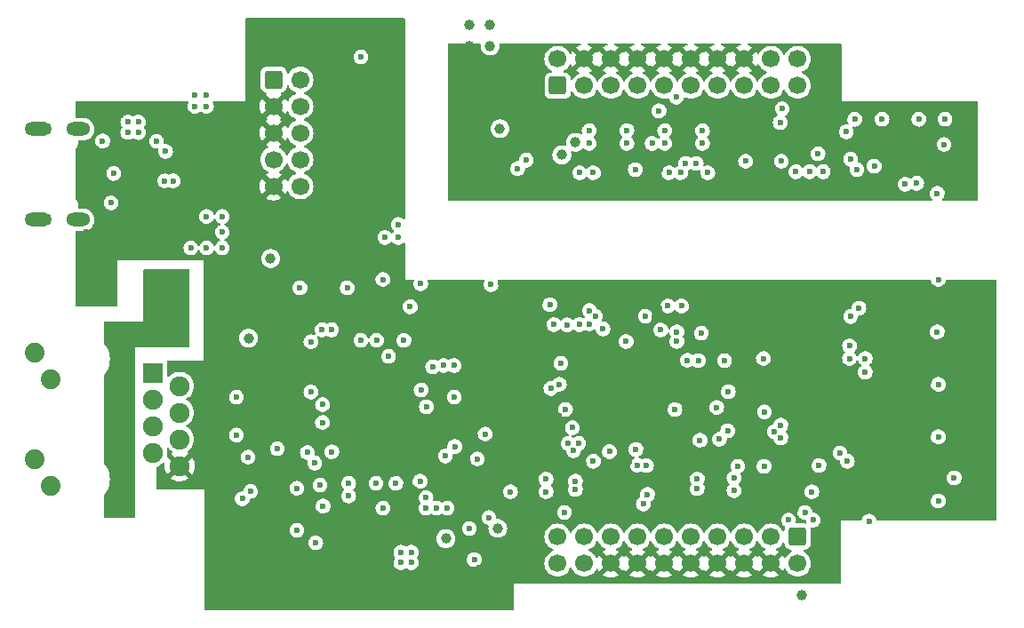
<source format=gbr>
%TF.GenerationSoftware,KiCad,Pcbnew,(5.99.0-11707-g9aa9857685)*%
%TF.CreationDate,2021-10-10T10:39:49+03:00*%
%TF.ProjectId,RubyLink_revA,52756279-4c69-46e6-9b5f-726576412e6b,rev?*%
%TF.SameCoordinates,Original*%
%TF.FileFunction,Copper,L2,Inr*%
%TF.FilePolarity,Positive*%
%FSLAX46Y46*%
G04 Gerber Fmt 4.6, Leading zero omitted, Abs format (unit mm)*
G04 Created by KiCad (PCBNEW (5.99.0-11707-g9aa9857685)) date 2021-10-10 10:39:49*
%MOMM*%
%LPD*%
G01*
G04 APERTURE LIST*
G04 Aperture macros list*
%AMRoundRect*
0 Rectangle with rounded corners*
0 $1 Rounding radius*
0 $2 $3 $4 $5 $6 $7 $8 $9 X,Y pos of 4 corners*
0 Add a 4 corners polygon primitive as box body*
4,1,4,$2,$3,$4,$5,$6,$7,$8,$9,$2,$3,0*
0 Add four circle primitives for the rounded corners*
1,1,$1+$1,$2,$3*
1,1,$1+$1,$4,$5*
1,1,$1+$1,$6,$7*
1,1,$1+$1,$8,$9*
0 Add four rect primitives between the rounded corners*
20,1,$1+$1,$2,$3,$4,$5,0*
20,1,$1+$1,$4,$5,$6,$7,0*
20,1,$1+$1,$6,$7,$8,$9,0*
20,1,$1+$1,$8,$9,$2,$3,0*%
G04 Aperture macros list end*
%TA.AperFunction,ComponentPad*%
%ADD10RoundRect,0.250000X0.600000X-0.600000X0.600000X0.600000X-0.600000X0.600000X-0.600000X-0.600000X0*%
%TD*%
%TA.AperFunction,ComponentPad*%
%ADD11C,1.700000*%
%TD*%
%TA.AperFunction,ComponentPad*%
%ADD12O,2.300000X1.300000*%
%TD*%
%TA.AperFunction,ComponentPad*%
%ADD13O,2.600000X1.300000*%
%TD*%
%TA.AperFunction,ComponentPad*%
%ADD14C,0.600000*%
%TD*%
%TA.AperFunction,ComponentPad*%
%ADD15RoundRect,0.250000X-0.600000X0.600000X-0.600000X-0.600000X0.600000X-0.600000X0.600000X0.600000X0*%
%TD*%
%TA.AperFunction,ComponentPad*%
%ADD16C,2.600000*%
%TD*%
%TA.AperFunction,ComponentPad*%
%ADD17C,1.890000*%
%TD*%
%TA.AperFunction,ComponentPad*%
%ADD18R,1.900000X1.900000*%
%TD*%
%TA.AperFunction,ComponentPad*%
%ADD19C,1.900000*%
%TD*%
%TA.AperFunction,ComponentPad*%
%ADD20RoundRect,0.250000X-0.600000X-0.600000X0.600000X-0.600000X0.600000X0.600000X-0.600000X0.600000X0*%
%TD*%
%TA.AperFunction,ViaPad*%
%ADD21C,1.000000*%
%TD*%
%TA.AperFunction,ViaPad*%
%ADD22C,0.600000*%
%TD*%
G04 APERTURE END LIST*
D10*
X139500000Y-54400000D03*
D11*
X139500000Y-51860000D03*
X142040000Y-54400000D03*
X142040000Y-51860000D03*
X144580000Y-54400000D03*
X144580000Y-51860000D03*
X147120000Y-54400000D03*
X147120000Y-51860000D03*
X149660000Y-54400000D03*
X149660000Y-51860000D03*
X152200000Y-54400000D03*
X152200000Y-51860000D03*
X154740000Y-54400000D03*
X154740000Y-51860000D03*
X157280000Y-54400000D03*
X157280000Y-51860000D03*
X159820000Y-54400000D03*
X159820000Y-51860000D03*
X162360000Y-54400000D03*
X162360000Y-51860000D03*
D12*
X93835000Y-58550000D03*
X93835000Y-67190000D03*
D13*
X90010000Y-58550000D03*
X90010000Y-67190000D03*
D14*
X145433133Y-84855000D03*
X145433133Y-83580000D03*
X146708133Y-83580000D03*
X144158133Y-84855000D03*
X144158133Y-83580000D03*
X146708133Y-84855000D03*
X145433133Y-82305000D03*
X144158133Y-82305000D03*
X146708133Y-82305000D03*
D15*
X162360000Y-97390000D03*
D11*
X162360000Y-99930000D03*
X159820000Y-97390000D03*
X159820000Y-99930000D03*
X157280000Y-97390000D03*
X157280000Y-99930000D03*
X154740000Y-97390000D03*
X154740000Y-99930000D03*
X152200000Y-97390000D03*
X152200000Y-99930000D03*
X149660000Y-97390000D03*
X149660000Y-99930000D03*
X147120000Y-97390000D03*
X147120000Y-99930000D03*
X144580000Y-97390000D03*
X144580000Y-99930000D03*
X142040000Y-97390000D03*
X142040000Y-99930000D03*
X139500000Y-97390000D03*
X139500000Y-99930000D03*
D16*
X97680000Y-93975000D03*
X97680000Y-78425000D03*
D17*
X91250000Y-92525000D03*
X89730000Y-89985000D03*
X91250000Y-82415000D03*
X89730000Y-79875000D03*
D18*
X100970000Y-81755000D03*
D19*
X103510000Y-83025000D03*
X100970000Y-84295000D03*
X103510000Y-85565000D03*
X100970000Y-86835000D03*
X103510000Y-88105000D03*
X100970000Y-89375000D03*
X103510000Y-90645000D03*
D20*
X112447500Y-53820000D03*
D11*
X114987500Y-53820000D03*
X112447500Y-56360000D03*
X114987500Y-56360000D03*
X112447500Y-58900000D03*
X114987500Y-58900000D03*
X112447500Y-61440000D03*
X114987500Y-61440000D03*
X112447500Y-63980000D03*
X114987500Y-63980000D03*
D21*
X135060000Y-64870000D03*
X132560000Y-61370000D03*
X133060000Y-62870000D03*
X133060000Y-64870000D03*
X131060000Y-64870000D03*
X131060000Y-62870000D03*
D22*
X114760000Y-88170000D03*
X114060000Y-70120000D03*
X111060000Y-90870000D03*
X107060000Y-90870000D03*
X123810000Y-75120000D03*
X133060000Y-103870000D03*
X120400000Y-91500000D03*
X137560000Y-89970000D03*
X99310000Y-67370000D03*
X165660000Y-75570000D03*
X136360000Y-83270000D03*
X142260000Y-95870000D03*
X94060000Y-56370000D03*
X133860000Y-82970000D03*
X109060000Y-90870000D03*
X100060000Y-64870000D03*
X172060000Y-75370000D03*
X108360000Y-57470000D03*
X172060000Y-94870000D03*
X180060000Y-92870000D03*
X123060000Y-103870000D03*
X111060000Y-103870000D03*
X134300000Y-87710000D03*
X180060000Y-73870000D03*
X124060000Y-61870000D03*
X116260000Y-88470000D03*
X150000000Y-76500000D03*
X130400000Y-79800000D03*
X125060000Y-103870000D03*
X155560000Y-90100000D03*
X146400000Y-74700000D03*
X96060000Y-66120000D03*
X175060000Y-84870000D03*
X127060000Y-103870000D03*
X142000000Y-90400000D03*
X132060000Y-100370000D03*
X102760000Y-56770000D03*
X99560000Y-60870000D03*
X114060000Y-72870000D03*
X117100000Y-87500000D03*
X108810000Y-68120000D03*
X107060000Y-97870000D03*
X168560000Y-77370000D03*
X139635000Y-85845000D03*
X145500000Y-76500000D03*
X175060000Y-81870000D03*
X172060000Y-73370000D03*
X108810000Y-63120000D03*
X113060000Y-97870000D03*
X111060000Y-89870000D03*
X170060000Y-94100000D03*
X119060000Y-99870000D03*
X164810000Y-76620000D03*
X110810000Y-69620000D03*
X164660000Y-94070000D03*
X149200000Y-75600000D03*
X164000000Y-79200000D03*
X168100000Y-90200000D03*
X121810000Y-68870000D03*
X114060000Y-71370000D03*
X135560000Y-101370000D03*
X108810000Y-69620000D03*
X137660000Y-83270000D03*
X111060000Y-101800000D03*
X154060000Y-85870000D03*
X169060000Y-90870000D03*
X119810000Y-81870000D03*
X130760000Y-82970000D03*
X120560000Y-68870000D03*
X147055921Y-91919500D03*
X94560000Y-68370000D03*
X150000000Y-93000000D03*
X94560000Y-69370000D03*
X115560000Y-77370000D03*
X168860000Y-79170000D03*
X121560000Y-86870000D03*
X115560000Y-75120000D03*
X99310000Y-66370000D03*
X141200000Y-95300000D03*
X160900000Y-79100000D03*
X154900000Y-89100000D03*
X132600000Y-86100000D03*
X180060000Y-84870000D03*
X101860000Y-62570000D03*
X177060000Y-86270000D03*
X135000000Y-89900000D03*
X98660000Y-60370000D03*
X107060000Y-82120000D03*
X124360000Y-88470000D03*
X103560000Y-68870000D03*
X100560000Y-56870000D03*
X135060000Y-83270000D03*
X146460000Y-95870000D03*
X115060000Y-101870000D03*
X175060000Y-94870000D03*
X118060000Y-95870000D03*
X103560000Y-65870000D03*
X95560000Y-57870000D03*
X177060000Y-74470000D03*
X120560000Y-65120000D03*
X159560000Y-79120000D03*
X148660000Y-76470000D03*
X109060000Y-97870000D03*
X101560000Y-67870000D03*
X112810000Y-66370000D03*
X123560000Y-83370000D03*
X133310000Y-99370000D03*
X107060000Y-92870000D03*
X123100000Y-92300000D03*
X175060000Y-73870000D03*
X156300000Y-94000000D03*
X111810000Y-79370000D03*
X133560000Y-84800000D03*
X94560000Y-71370000D03*
X115260000Y-94770000D03*
X123560000Y-85120000D03*
X108810000Y-66870000D03*
X134560000Y-98120000D03*
X115060000Y-97870000D03*
X107060000Y-101870000D03*
X137860000Y-77670000D03*
X99310000Y-68370000D03*
X127700000Y-79800000D03*
X137600000Y-94800000D03*
X148960000Y-80170000D03*
X146560000Y-94270000D03*
X119060000Y-103870000D03*
X133060000Y-98120000D03*
X175060000Y-76870000D03*
X124060000Y-52870000D03*
X158460000Y-92670000D03*
X114060000Y-67620000D03*
X166400000Y-76400000D03*
X109810000Y-82120000D03*
X137800000Y-75100000D03*
X177060000Y-84570000D03*
X172060000Y-77370000D03*
X155560000Y-85370000D03*
X108810000Y-64370000D03*
X133460000Y-86570000D03*
X141860000Y-79870000D03*
X138600000Y-90000000D03*
X98560000Y-56870000D03*
X121810000Y-67620000D03*
X156500000Y-89100000D03*
X110260000Y-95470000D03*
X152900000Y-89900000D03*
X121560000Y-85120000D03*
X94560000Y-70370000D03*
X180060000Y-87870000D03*
X121560000Y-83370000D03*
X95560000Y-71370000D03*
X109460000Y-94770000D03*
X146300000Y-90300000D03*
X109810000Y-70370000D03*
X163060000Y-94070000D03*
X104310000Y-62870000D03*
X151860000Y-90100000D03*
X109060000Y-103870000D03*
X151160000Y-94870000D03*
X101560000Y-66870000D03*
X112810000Y-77370000D03*
X103060000Y-64620000D03*
X123060000Y-67620000D03*
X118060000Y-71870000D03*
X139800000Y-79950000D03*
X118060000Y-91170000D03*
X108810000Y-61870000D03*
X99560000Y-56870000D03*
X152060000Y-87870000D03*
X112810000Y-73620000D03*
X124060000Y-55870000D03*
X125500000Y-93200000D03*
X126560000Y-98370000D03*
X146560000Y-93070000D03*
X151860000Y-84770000D03*
X124060000Y-49870000D03*
X175060000Y-92120000D03*
X180060000Y-76870000D03*
D21*
X156350000Y-75350000D03*
D22*
X102560000Y-65870000D03*
X124060000Y-58870000D03*
X109060000Y-92870000D03*
X114060000Y-66370000D03*
X133700000Y-90800000D03*
D21*
X158450000Y-75350000D03*
D22*
X170060000Y-73370000D03*
X120560000Y-67620000D03*
X151900000Y-79600000D03*
X108360000Y-58670000D03*
X177060000Y-76170000D03*
X119060000Y-97870000D03*
X109060000Y-80120000D03*
X95560000Y-56370000D03*
X132160000Y-82970000D03*
X123560000Y-86870000D03*
X110560000Y-71370000D03*
X117100000Y-83800000D03*
X180060000Y-81870000D03*
X107260000Y-58670000D03*
X169160000Y-93300000D03*
X127560000Y-98370000D03*
X104310000Y-64120000D03*
X107060000Y-84870000D03*
X128460000Y-92300000D03*
X109060000Y-101870000D03*
X114060000Y-68870000D03*
X120560000Y-66370000D03*
X110560000Y-68120000D03*
X102560000Y-68870000D03*
X113060000Y-103870000D03*
X107060000Y-80120000D03*
X101560000Y-68870000D03*
X123160000Y-88470000D03*
X144500000Y-76500000D03*
X162360000Y-92200000D03*
X119310000Y-75120000D03*
X120160000Y-50170000D03*
X134060000Y-73170000D03*
X108810000Y-65620000D03*
X153060000Y-86870000D03*
X176960000Y-95570000D03*
D21*
X132500000Y-94300000D03*
D22*
X149600000Y-89900000D03*
X126560000Y-99370000D03*
X172000000Y-79100000D03*
X135100000Y-95100000D03*
X104060000Y-72370000D03*
X104060000Y-73870000D03*
X102560000Y-72370000D03*
X102560000Y-75370000D03*
X104060000Y-75370000D03*
X102560000Y-73870000D03*
X98560000Y-57870000D03*
X104960000Y-56370000D03*
X96960000Y-65570000D03*
X123060000Y-68870000D03*
D21*
X112160000Y-70870000D03*
D22*
X106060000Y-56370000D03*
X97210000Y-62770000D03*
X99560000Y-57870000D03*
X124310000Y-67620000D03*
X98560000Y-58870000D03*
X106060000Y-55270000D03*
X163060000Y-95070000D03*
X102160000Y-60670000D03*
X104960000Y-55270000D03*
D21*
X110060000Y-78470000D03*
D22*
X96160000Y-59670000D03*
X124310000Y-68870000D03*
D21*
X162760000Y-102970000D03*
D22*
X99560000Y-58870000D03*
X163860000Y-95800000D03*
X112800000Y-89000000D03*
X108900000Y-87700000D03*
X108900000Y-84100000D03*
X110000000Y-89800000D03*
X135000000Y-93100000D03*
X141200000Y-92100000D03*
X168200000Y-75600000D03*
X164400000Y-90600000D03*
X167100000Y-90200000D03*
X125560000Y-98870000D03*
X139800000Y-80850000D03*
X167300000Y-80400000D03*
X133160000Y-73370000D03*
X125560000Y-99870000D03*
X150860000Y-77870000D03*
X109460000Y-93770000D03*
X124560000Y-98870000D03*
X167400000Y-76400000D03*
X132600000Y-87600000D03*
X107560000Y-69870000D03*
X104560000Y-69870000D03*
X151860000Y-80570000D03*
D21*
X128860000Y-97570000D03*
D22*
X152800000Y-91900000D03*
X101300000Y-59700000D03*
X155700000Y-87300000D03*
X106060000Y-66870000D03*
X107560000Y-68370000D03*
X144433133Y-89280000D03*
X138760000Y-75270000D03*
X110260000Y-93070000D03*
X166400000Y-89400000D03*
X107560000Y-66870000D03*
X114660000Y-92770000D03*
X147860000Y-76370000D03*
X106060000Y-69870000D03*
X124560000Y-99870000D03*
X138400000Y-91900000D03*
X125460000Y-75470000D03*
X114660000Y-96770000D03*
X156300000Y-91800000D03*
X159100000Y-80400000D03*
X150860000Y-78770000D03*
X146033133Y-78780000D03*
X154900000Y-88100000D03*
X123400000Y-80200000D03*
X150673555Y-85258771D03*
X140250000Y-85250000D03*
X146960000Y-89070000D03*
X143823763Y-77584363D03*
X149333133Y-77680000D03*
X169160000Y-95900000D03*
X159160000Y-90670000D03*
X141200000Y-92900000D03*
X138400000Y-93100000D03*
X152800000Y-92800000D03*
X156660000Y-90670000D03*
X156300000Y-93000000D03*
X176300000Y-62000000D03*
X142800000Y-57100000D03*
X177860000Y-65070000D03*
D21*
X141200000Y-58300000D03*
D22*
X146385000Y-57095000D03*
X166300000Y-61500000D03*
D21*
X136060000Y-55370000D03*
D22*
X173400000Y-60100000D03*
X137500000Y-61500000D03*
D21*
X133060000Y-54120000D03*
D22*
X142460000Y-60870000D03*
D21*
X131060000Y-50620000D03*
D22*
X150200000Y-57000000D03*
X154105249Y-57010869D03*
X158400000Y-62700000D03*
X150500000Y-61700000D03*
X145400000Y-62700000D03*
X156400000Y-62700000D03*
X154100000Y-61600000D03*
X173700000Y-61300000D03*
X174500000Y-62000000D03*
X149300000Y-62400000D03*
D21*
X131060000Y-54120000D03*
D22*
X157860000Y-56670000D03*
D21*
X135060000Y-56470000D03*
D22*
X138200000Y-62300000D03*
X172600000Y-59300000D03*
X160000000Y-58800000D03*
X156700000Y-59900000D03*
D21*
X139900000Y-57000000D03*
X133060000Y-52120000D03*
D22*
X163500000Y-58800000D03*
X169700000Y-60200000D03*
X173700000Y-63700000D03*
D21*
X133060000Y-48620000D03*
X141200000Y-59800000D03*
X139900000Y-61000000D03*
X131060000Y-48620000D03*
X133060000Y-50620000D03*
D22*
X173900000Y-57600000D03*
X142500000Y-58700000D03*
X160900000Y-56600000D03*
X149700000Y-58700000D03*
X153300000Y-58700000D03*
X175660000Y-64670000D03*
X146100000Y-58670000D03*
X176400000Y-57600000D03*
X153300000Y-59900000D03*
X135700000Y-62300000D03*
X168000000Y-62400000D03*
X142500000Y-59900000D03*
X146900000Y-62400000D03*
X149700000Y-59900000D03*
X176300000Y-60000000D03*
X167000000Y-58800000D03*
X146100000Y-59900000D03*
X170400000Y-57600000D03*
X164300000Y-60900000D03*
X167400000Y-61400000D03*
X167800000Y-57600000D03*
D21*
X134000000Y-58500000D03*
D22*
X136500000Y-61500000D03*
X175760000Y-87870000D03*
X175760000Y-93970000D03*
X177272500Y-91782500D03*
X175760000Y-72870000D03*
X175760000Y-82870000D03*
X175660000Y-77870000D03*
X117160000Y-94470000D03*
X116860000Y-92470000D03*
X147960000Y-90600000D03*
X117960000Y-77670000D03*
X117060000Y-77670000D03*
X147100000Y-90570000D03*
X116460000Y-97970000D03*
X148060000Y-93370000D03*
X114960000Y-73670000D03*
X120760000Y-78670000D03*
X119460000Y-73670000D03*
X131100000Y-96600000D03*
D21*
X133800000Y-96600000D03*
D22*
X150800000Y-55500000D03*
X155760000Y-83570000D03*
X131860000Y-89970000D03*
X150100000Y-62700000D03*
X157400000Y-61600000D03*
X160800000Y-61600000D03*
X151200000Y-62700000D03*
X129700000Y-88800000D03*
X119600000Y-93500000D03*
X119600000Y-92300000D03*
X128800000Y-89700000D03*
X143101573Y-76396321D03*
X102060000Y-63470000D03*
X102860000Y-63470000D03*
X142535887Y-75830635D03*
X147660000Y-94270000D03*
X140160000Y-95070000D03*
X127000000Y-85000000D03*
X128660000Y-81070000D03*
X129660000Y-84070000D03*
X129660000Y-81070000D03*
X138860000Y-83270000D03*
X126500000Y-83400000D03*
X139660000Y-82865500D03*
X127600000Y-81200000D03*
X153200000Y-78000000D03*
X151300000Y-75400000D03*
X152900000Y-80600000D03*
X155400000Y-80600000D03*
X140500000Y-88500000D03*
X139160000Y-77170000D03*
X141502863Y-88485685D03*
X140400000Y-77200000D03*
X141000000Y-89200000D03*
X141560000Y-77170000D03*
X150000000Y-75400000D03*
X140900000Y-87000000D03*
X153060000Y-88200000D03*
X142900000Y-90200000D03*
X131560000Y-99570000D03*
X124860000Y-78670000D03*
X122860000Y-72870000D03*
X160760000Y-86770000D03*
X120760000Y-51670000D03*
X160760000Y-87970000D03*
X160160000Y-87370000D03*
X122260000Y-78670000D03*
X122860000Y-94670000D03*
X126460000Y-73270000D03*
X141600000Y-62700000D03*
X160700000Y-57900000D03*
X151700000Y-61800000D03*
X164800000Y-62600000D03*
X152700000Y-61800000D03*
X163500000Y-62600000D03*
X148500000Y-59900000D03*
X162200000Y-62600000D03*
X153800000Y-62700000D03*
X149160000Y-56800000D03*
X126400000Y-92100000D03*
X117100000Y-84800000D03*
X116000000Y-83600000D03*
X116000000Y-78800000D03*
X116360000Y-90370000D03*
X126960000Y-94670000D03*
X115660000Y-89370000D03*
X118000000Y-89300000D03*
X124100000Y-92300000D03*
X117100000Y-86500000D03*
X127960000Y-94670000D03*
X126960000Y-93670000D03*
X122200000Y-92300000D03*
X163720000Y-93110000D03*
X169660000Y-62070000D03*
X161500000Y-95800000D03*
X168800000Y-81700000D03*
X142900000Y-62700000D03*
X172600000Y-63800000D03*
X159200000Y-85500000D03*
X167300000Y-79200000D03*
X142500000Y-77100000D03*
X168800000Y-80400000D03*
X154660000Y-85070000D03*
X128960000Y-94670000D03*
X132960000Y-95570000D03*
%TA.AperFunction,Conductor*%
G36*
X124919191Y-47988907D02*
G01*
X124955155Y-48038407D01*
X124960000Y-48069000D01*
X124960000Y-67040078D01*
X124941093Y-67098269D01*
X124891593Y-67134233D01*
X124830407Y-67134233D01*
X124795142Y-67113995D01*
X124777492Y-67098269D01*
X124712721Y-67040560D01*
X124705505Y-67036739D01*
X124677412Y-67021865D01*
X124562881Y-66961224D01*
X124480661Y-66940572D01*
X124404231Y-66921373D01*
X124404228Y-66921373D01*
X124398441Y-66919919D01*
X124312841Y-66919471D01*
X124234861Y-66919062D01*
X124234859Y-66919062D01*
X124228895Y-66919031D01*
X124223099Y-66920423D01*
X124223095Y-66920423D01*
X124115703Y-66946207D01*
X124064032Y-66958612D01*
X124026961Y-66977746D01*
X123918675Y-67033636D01*
X123918673Y-67033638D01*
X123913369Y-67036375D01*
X123785604Y-67147831D01*
X123688113Y-67286547D01*
X123685945Y-67292108D01*
X123641199Y-67406875D01*
X123626524Y-67444513D01*
X123604394Y-67612611D01*
X123605049Y-67618544D01*
X123605049Y-67618548D01*
X123622344Y-67775204D01*
X123622999Y-67781135D01*
X123681266Y-67940356D01*
X123684591Y-67945305D01*
X123684592Y-67945306D01*
X123727138Y-68008622D01*
X123775830Y-68081083D01*
X123876151Y-68172369D01*
X123906465Y-68225514D01*
X123899751Y-68286330D01*
X123874602Y-68320193D01*
X123804273Y-68381545D01*
X123785604Y-68397831D01*
X123766348Y-68425230D01*
X123717420Y-68461966D01*
X123656242Y-68462926D01*
X123603765Y-68424379D01*
X123589312Y-68403349D01*
X123462721Y-68290560D01*
X123312881Y-68211224D01*
X123224214Y-68188952D01*
X123154231Y-68171373D01*
X123154228Y-68171373D01*
X123148441Y-68169919D01*
X123062841Y-68169471D01*
X122984861Y-68169062D01*
X122984859Y-68169062D01*
X122978895Y-68169031D01*
X122973099Y-68170423D01*
X122973095Y-68170423D01*
X122872757Y-68194513D01*
X122814032Y-68208612D01*
X122752250Y-68240500D01*
X122668675Y-68283636D01*
X122668673Y-68283638D01*
X122663369Y-68286375D01*
X122535604Y-68397831D01*
X122532173Y-68402713D01*
X122532172Y-68402714D01*
X122441544Y-68531665D01*
X122438113Y-68536547D01*
X122376524Y-68694513D01*
X122354394Y-68862611D01*
X122355049Y-68868544D01*
X122355049Y-68868548D01*
X122363825Y-68948041D01*
X122372999Y-69031135D01*
X122431266Y-69190356D01*
X122434591Y-69195305D01*
X122434592Y-69195306D01*
X122445374Y-69211351D01*
X122525830Y-69331083D01*
X122651233Y-69445191D01*
X122800235Y-69526092D01*
X122846224Y-69538157D01*
X122958464Y-69567603D01*
X122958468Y-69567604D01*
X122964233Y-69569116D01*
X122970194Y-69569210D01*
X122970197Y-69569210D01*
X123048965Y-69570447D01*
X123133760Y-69571779D01*
X123139575Y-69570447D01*
X123139577Y-69570447D01*
X123293206Y-69535262D01*
X123293209Y-69535261D01*
X123299029Y-69533928D01*
X123314610Y-69526092D01*
X123445165Y-69460429D01*
X123450498Y-69457747D01*
X123455035Y-69453872D01*
X123455038Y-69453870D01*
X123574888Y-69351508D01*
X123574891Y-69351505D01*
X123579423Y-69347634D01*
X123596260Y-69324203D01*
X123603545Y-69314065D01*
X123652856Y-69277843D01*
X123714041Y-69277523D01*
X123766111Y-69316620D01*
X123775830Y-69331083D01*
X123780244Y-69335099D01*
X123780247Y-69335103D01*
X123849185Y-69397831D01*
X123901233Y-69445191D01*
X124050235Y-69526092D01*
X124096224Y-69538157D01*
X124208464Y-69567603D01*
X124208468Y-69567604D01*
X124214233Y-69569116D01*
X124220194Y-69569210D01*
X124220197Y-69569210D01*
X124298965Y-69570447D01*
X124383760Y-69571779D01*
X124389575Y-69570447D01*
X124389577Y-69570447D01*
X124543206Y-69535262D01*
X124543209Y-69535261D01*
X124549029Y-69533928D01*
X124564610Y-69526092D01*
X124695165Y-69460429D01*
X124700498Y-69457747D01*
X124719906Y-69441171D01*
X124796705Y-69375579D01*
X124853232Y-69352164D01*
X124912727Y-69366448D01*
X124952464Y-69412973D01*
X124960000Y-69450859D01*
X124960000Y-72870000D01*
X125719202Y-72870000D01*
X125777393Y-72888907D01*
X125813357Y-72938407D01*
X125811439Y-73004962D01*
X125776524Y-73094513D01*
X125754394Y-73262611D01*
X125755049Y-73268544D01*
X125755049Y-73268548D01*
X125766606Y-73373231D01*
X125772999Y-73431135D01*
X125831266Y-73590356D01*
X125834591Y-73595305D01*
X125834592Y-73595306D01*
X125847689Y-73614796D01*
X125925830Y-73731083D01*
X125948277Y-73751508D01*
X126035729Y-73831083D01*
X126051233Y-73845191D01*
X126056482Y-73848041D01*
X126064941Y-73852634D01*
X126200235Y-73926092D01*
X126235189Y-73935262D01*
X126358464Y-73967603D01*
X126358468Y-73967604D01*
X126364233Y-73969116D01*
X126370194Y-73969210D01*
X126370197Y-73969210D01*
X126448996Y-73970447D01*
X126533760Y-73971779D01*
X126539575Y-73970447D01*
X126539577Y-73970447D01*
X126693206Y-73935262D01*
X126693209Y-73935261D01*
X126699029Y-73933928D01*
X126714610Y-73926092D01*
X126845165Y-73860429D01*
X126850498Y-73857747D01*
X126855035Y-73853872D01*
X126855038Y-73853870D01*
X126974888Y-73751508D01*
X126974891Y-73751505D01*
X126979423Y-73747634D01*
X126994875Y-73726130D01*
X127074877Y-73614796D01*
X127074878Y-73614794D01*
X127078361Y-73609947D01*
X127093743Y-73571685D01*
X127139377Y-73458167D01*
X127139378Y-73458165D01*
X127141601Y-73452634D01*
X127142442Y-73446727D01*
X127165034Y-73287985D01*
X127165034Y-73287979D01*
X127165490Y-73284778D01*
X127165645Y-73270000D01*
X127145276Y-73101680D01*
X127120737Y-73036739D01*
X127108364Y-73003994D01*
X127105482Y-72942876D01*
X127139074Y-72891737D01*
X127200973Y-72870000D01*
X132464581Y-72870000D01*
X132522772Y-72888907D01*
X132558736Y-72938407D01*
X132558736Y-72999593D01*
X132545579Y-73025924D01*
X132538113Y-73036547D01*
X132476524Y-73194513D01*
X132454394Y-73362611D01*
X132455049Y-73368544D01*
X132455049Y-73368548D01*
X132464469Y-73453870D01*
X132472999Y-73531135D01*
X132531266Y-73690356D01*
X132534591Y-73695305D01*
X132534592Y-73695306D01*
X132566500Y-73742790D01*
X132625830Y-73831083D01*
X132751233Y-73945191D01*
X132900235Y-74026092D01*
X132935189Y-74035262D01*
X133058464Y-74067603D01*
X133058468Y-74067604D01*
X133064233Y-74069116D01*
X133070194Y-74069210D01*
X133070197Y-74069210D01*
X133148996Y-74070447D01*
X133233760Y-74071779D01*
X133239575Y-74070447D01*
X133239577Y-74070447D01*
X133393206Y-74035262D01*
X133393209Y-74035261D01*
X133399029Y-74033928D01*
X133414610Y-74026092D01*
X133485662Y-73990356D01*
X133550498Y-73957747D01*
X133555035Y-73953872D01*
X133555038Y-73953870D01*
X133674888Y-73851508D01*
X133674891Y-73851505D01*
X133679423Y-73847634D01*
X133695541Y-73825204D01*
X133774877Y-73714796D01*
X133774878Y-73714794D01*
X133778361Y-73709947D01*
X133795004Y-73668548D01*
X133839377Y-73558167D01*
X133839378Y-73558165D01*
X133841601Y-73552634D01*
X133843863Y-73536739D01*
X133865034Y-73387985D01*
X133865034Y-73387979D01*
X133865490Y-73384778D01*
X133865645Y-73370000D01*
X133853155Y-73266789D01*
X133845993Y-73207602D01*
X133845992Y-73207599D01*
X133845276Y-73201680D01*
X133785345Y-73043077D01*
X133772970Y-73025072D01*
X133755594Y-72966408D01*
X133776018Y-72908732D01*
X133826443Y-72874077D01*
X133854560Y-72870000D01*
X174966538Y-72870000D01*
X175024729Y-72888907D01*
X175060693Y-72938407D01*
X175064940Y-72958136D01*
X175070359Y-73007219D01*
X175072999Y-73031135D01*
X175075048Y-73036735D01*
X175075049Y-73036738D01*
X175098357Y-73100429D01*
X175131266Y-73190356D01*
X175134591Y-73195305D01*
X175134592Y-73195306D01*
X175147689Y-73214796D01*
X175225830Y-73331083D01*
X175351233Y-73445191D01*
X175500235Y-73526092D01*
X175535189Y-73535262D01*
X175658464Y-73567603D01*
X175658468Y-73567604D01*
X175664233Y-73569116D01*
X175670194Y-73569210D01*
X175670197Y-73569210D01*
X175748965Y-73570447D01*
X175833760Y-73571779D01*
X175839575Y-73570447D01*
X175839577Y-73570447D01*
X175993206Y-73535262D01*
X175993209Y-73535261D01*
X175999029Y-73533928D01*
X176004583Y-73531135D01*
X176145165Y-73460429D01*
X176150498Y-73457747D01*
X176155035Y-73453872D01*
X176155038Y-73453870D01*
X176274888Y-73351508D01*
X176274891Y-73351505D01*
X176279423Y-73347634D01*
X176378361Y-73209947D01*
X176381014Y-73203349D01*
X176439377Y-73058167D01*
X176439378Y-73058165D01*
X176441601Y-73052634D01*
X176443661Y-73038163D01*
X176455489Y-72955051D01*
X176482406Y-72900105D01*
X176536480Y-72871474D01*
X176553501Y-72870000D01*
X181221000Y-72870000D01*
X181279191Y-72888907D01*
X181315155Y-72938407D01*
X181320000Y-72969000D01*
X181320000Y-95771000D01*
X181301093Y-95829191D01*
X181251593Y-95865155D01*
X181221000Y-95870000D01*
X169949757Y-95870000D01*
X169891566Y-95851093D01*
X169855602Y-95801593D01*
X169851474Y-95782894D01*
X169845993Y-95737603D01*
X169845993Y-95737601D01*
X169845276Y-95731680D01*
X169785345Y-95573077D01*
X169781024Y-95566789D01*
X169692692Y-95438267D01*
X169689312Y-95433349D01*
X169562721Y-95320560D01*
X169412881Y-95241224D01*
X169319504Y-95217769D01*
X169254231Y-95201373D01*
X169254228Y-95201373D01*
X169248441Y-95199919D01*
X169162841Y-95199471D01*
X169084861Y-95199062D01*
X169084859Y-95199062D01*
X169078895Y-95199031D01*
X169073099Y-95200423D01*
X169073095Y-95200423D01*
X168990309Y-95220299D01*
X168914032Y-95238612D01*
X168838701Y-95277493D01*
X168768675Y-95313636D01*
X168768673Y-95313638D01*
X168763369Y-95316375D01*
X168635604Y-95427831D01*
X168632173Y-95432713D01*
X168632172Y-95432714D01*
X168541544Y-95561665D01*
X168538113Y-95566547D01*
X168526846Y-95595445D01*
X168485856Y-95700579D01*
X168476524Y-95724513D01*
X168475745Y-95730428D01*
X168475745Y-95730429D01*
X168475109Y-95735262D01*
X168470302Y-95771779D01*
X168468703Y-95783922D01*
X168442362Y-95839147D01*
X168388592Y-95868342D01*
X168370550Y-95870000D01*
X166460000Y-95870000D01*
X166460000Y-101771000D01*
X166441093Y-101829191D01*
X166391593Y-101865155D01*
X166361000Y-101870000D01*
X135320000Y-101870000D01*
X135320000Y-104271000D01*
X135301093Y-104329191D01*
X135251593Y-104365155D01*
X135221000Y-104370000D01*
X105919000Y-104370000D01*
X105860809Y-104351093D01*
X105824845Y-104301593D01*
X105820000Y-104271000D01*
X105820000Y-98862611D01*
X123854394Y-98862611D01*
X123855049Y-98868544D01*
X123855049Y-98868548D01*
X123871592Y-99018388D01*
X123872999Y-99031135D01*
X123931266Y-99190356D01*
X123939803Y-99203061D01*
X124015587Y-99315841D01*
X124032349Y-99374685D01*
X124014413Y-99427982D01*
X123960395Y-99504843D01*
X123938113Y-99536547D01*
X123876524Y-99694513D01*
X123875745Y-99700428D01*
X123875745Y-99700429D01*
X123871703Y-99731135D01*
X123854394Y-99862611D01*
X123855049Y-99868544D01*
X123855049Y-99868548D01*
X123872344Y-100025204D01*
X123872999Y-100031135D01*
X123931266Y-100190356D01*
X123934591Y-100195305D01*
X123934592Y-100195306D01*
X123947107Y-100213930D01*
X124025830Y-100331083D01*
X124151233Y-100445191D01*
X124300235Y-100526092D01*
X124359680Y-100541687D01*
X124458464Y-100567603D01*
X124458468Y-100567604D01*
X124464233Y-100569116D01*
X124470194Y-100569210D01*
X124470197Y-100569210D01*
X124548965Y-100570447D01*
X124633760Y-100571779D01*
X124639575Y-100570447D01*
X124639577Y-100570447D01*
X124793206Y-100535262D01*
X124793209Y-100535261D01*
X124799029Y-100533928D01*
X124811599Y-100527606D01*
X124945172Y-100460426D01*
X124945174Y-100460425D01*
X124950498Y-100457747D01*
X124994794Y-100419914D01*
X125051321Y-100396501D01*
X125110816Y-100410785D01*
X125125715Y-100421972D01*
X125151233Y-100445191D01*
X125156479Y-100448039D01*
X125156480Y-100448040D01*
X125179298Y-100460429D01*
X125300235Y-100526092D01*
X125359680Y-100541687D01*
X125458464Y-100567603D01*
X125458468Y-100567604D01*
X125464233Y-100569116D01*
X125470194Y-100569210D01*
X125470197Y-100569210D01*
X125548965Y-100570447D01*
X125633760Y-100571779D01*
X125639575Y-100570447D01*
X125639577Y-100570447D01*
X125793206Y-100535262D01*
X125793209Y-100535261D01*
X125799029Y-100533928D01*
X125814610Y-100526092D01*
X125874764Y-100495837D01*
X125950498Y-100457747D01*
X125955035Y-100453872D01*
X125955038Y-100453870D01*
X126074888Y-100351508D01*
X126074891Y-100351505D01*
X126079423Y-100347634D01*
X126121854Y-100288585D01*
X126174877Y-100214796D01*
X126174878Y-100214794D01*
X126178361Y-100209947D01*
X126198268Y-100160429D01*
X126239377Y-100058167D01*
X126239378Y-100058165D01*
X126241601Y-100052634D01*
X126243863Y-100036739D01*
X126265034Y-99887985D01*
X126265034Y-99887979D01*
X126265490Y-99884778D01*
X126265645Y-99870000D01*
X126249519Y-99736739D01*
X126245993Y-99707602D01*
X126245992Y-99707599D01*
X126245276Y-99701680D01*
X126192726Y-99562611D01*
X130854394Y-99562611D01*
X130855049Y-99568544D01*
X130855049Y-99568548D01*
X130856841Y-99584778D01*
X130872999Y-99731135D01*
X130931266Y-99890356D01*
X130934591Y-99895305D01*
X130934592Y-99895306D01*
X130947689Y-99914796D01*
X131025830Y-100031083D01*
X131151233Y-100145191D01*
X131300235Y-100226092D01*
X131335189Y-100235262D01*
X131458464Y-100267603D01*
X131458468Y-100267604D01*
X131464233Y-100269116D01*
X131470194Y-100269210D01*
X131470197Y-100269210D01*
X131548965Y-100270447D01*
X131633760Y-100271779D01*
X131639575Y-100270447D01*
X131639577Y-100270447D01*
X131793206Y-100235262D01*
X131793209Y-100235261D01*
X131799029Y-100233928D01*
X131814610Y-100226092D01*
X131885662Y-100190356D01*
X131950498Y-100157747D01*
X131955035Y-100153872D01*
X131955038Y-100153870D01*
X132074888Y-100051508D01*
X132074891Y-100051505D01*
X132079423Y-100047634D01*
X132095541Y-100025204D01*
X132174877Y-99914796D01*
X132174878Y-99914794D01*
X132178361Y-99909947D01*
X132195004Y-99868548D01*
X132239377Y-99758167D01*
X132239378Y-99758165D01*
X132241601Y-99752634D01*
X132245505Y-99725204D01*
X132265034Y-99587985D01*
X132265034Y-99587979D01*
X132265490Y-99584778D01*
X132265645Y-99570000D01*
X132250478Y-99444665D01*
X132245993Y-99407602D01*
X132245992Y-99407599D01*
X132245276Y-99401680D01*
X132185345Y-99243077D01*
X132162576Y-99209947D01*
X132092692Y-99108267D01*
X132089312Y-99103349D01*
X131962721Y-98990560D01*
X131812881Y-98911224D01*
X131716164Y-98886930D01*
X131654231Y-98871373D01*
X131654228Y-98871373D01*
X131648441Y-98869919D01*
X131562841Y-98869471D01*
X131484861Y-98869062D01*
X131484859Y-98869062D01*
X131478895Y-98869031D01*
X131473099Y-98870423D01*
X131473095Y-98870423D01*
X131365703Y-98896207D01*
X131314032Y-98908612D01*
X131269000Y-98931855D01*
X131168675Y-98983636D01*
X131168673Y-98983638D01*
X131163369Y-98986375D01*
X131035604Y-99097831D01*
X131032173Y-99102713D01*
X131032172Y-99102714D01*
X130956808Y-99209947D01*
X130938113Y-99236547D01*
X130935945Y-99242108D01*
X130894802Y-99347634D01*
X130876524Y-99394513D01*
X130854394Y-99562611D01*
X126192726Y-99562611D01*
X126185345Y-99543077D01*
X126104314Y-99425177D01*
X126086937Y-99366514D01*
X126105507Y-99311334D01*
X126114502Y-99298817D01*
X126145022Y-99256343D01*
X126174877Y-99214796D01*
X126174878Y-99214794D01*
X126178361Y-99209947D01*
X126189809Y-99181471D01*
X126239377Y-99058167D01*
X126239378Y-99058165D01*
X126241601Y-99052634D01*
X126243028Y-99042607D01*
X126265034Y-98887985D01*
X126265034Y-98887979D01*
X126265490Y-98884778D01*
X126265645Y-98870000D01*
X126252198Y-98758882D01*
X126245993Y-98707602D01*
X126245992Y-98707599D01*
X126245276Y-98701680D01*
X126185345Y-98543077D01*
X126181574Y-98537589D01*
X126092692Y-98408267D01*
X126089312Y-98403349D01*
X125962721Y-98290560D01*
X125812881Y-98211224D01*
X125730661Y-98190571D01*
X125654231Y-98171373D01*
X125654228Y-98171373D01*
X125648441Y-98169919D01*
X125562841Y-98169471D01*
X125484861Y-98169062D01*
X125484859Y-98169062D01*
X125478895Y-98169031D01*
X125473099Y-98170423D01*
X125473095Y-98170423D01*
X125365703Y-98196207D01*
X125314032Y-98208612D01*
X125244669Y-98244413D01*
X125168675Y-98283636D01*
X125168673Y-98283638D01*
X125163369Y-98286375D01*
X125158874Y-98290297D01*
X125158870Y-98290299D01*
X125130789Y-98314796D01*
X125126171Y-98318825D01*
X125125383Y-98319512D01*
X125069103Y-98343517D01*
X125009462Y-98329857D01*
X124994449Y-98318829D01*
X124962721Y-98290560D01*
X124812881Y-98211224D01*
X124730661Y-98190571D01*
X124654231Y-98171373D01*
X124654228Y-98171373D01*
X124648441Y-98169919D01*
X124562841Y-98169471D01*
X124484861Y-98169062D01*
X124484859Y-98169062D01*
X124478895Y-98169031D01*
X124473099Y-98170423D01*
X124473095Y-98170423D01*
X124365703Y-98196207D01*
X124314032Y-98208612D01*
X124244669Y-98244413D01*
X124168675Y-98283636D01*
X124168673Y-98283638D01*
X124163369Y-98286375D01*
X124035604Y-98397831D01*
X124032173Y-98402713D01*
X124032172Y-98402714D01*
X123978609Y-98478927D01*
X123938113Y-98536547D01*
X123928802Y-98560429D01*
X123885309Y-98671982D01*
X123876524Y-98694513D01*
X123875745Y-98700428D01*
X123875745Y-98700429D01*
X123873044Y-98720950D01*
X123854394Y-98862611D01*
X105820000Y-98862611D01*
X105820000Y-97962611D01*
X115754394Y-97962611D01*
X115755049Y-97968544D01*
X115755049Y-97968548D01*
X115769806Y-98102216D01*
X115772999Y-98131135D01*
X115831266Y-98290356D01*
X115834591Y-98295305D01*
X115834592Y-98295306D01*
X115847689Y-98314796D01*
X115925830Y-98431083D01*
X116005613Y-98503680D01*
X116042879Y-98537589D01*
X116051233Y-98545191D01*
X116200235Y-98626092D01*
X116245607Y-98637995D01*
X116358464Y-98667603D01*
X116358468Y-98667604D01*
X116364233Y-98669116D01*
X116370194Y-98669210D01*
X116370197Y-98669210D01*
X116448965Y-98670447D01*
X116533760Y-98671779D01*
X116539575Y-98670447D01*
X116539577Y-98670447D01*
X116693206Y-98635262D01*
X116693209Y-98635261D01*
X116699029Y-98633928D01*
X116714381Y-98626207D01*
X116780322Y-98593042D01*
X116850498Y-98557747D01*
X116855035Y-98553872D01*
X116855038Y-98553870D01*
X116974888Y-98451508D01*
X116974891Y-98451505D01*
X116979423Y-98447634D01*
X117011245Y-98403349D01*
X117074877Y-98314796D01*
X117074878Y-98314794D01*
X117078361Y-98309947D01*
X117084560Y-98294528D01*
X117139377Y-98158167D01*
X117139378Y-98158165D01*
X117141601Y-98152634D01*
X117148228Y-98106072D01*
X117165034Y-97987985D01*
X117165034Y-97987979D01*
X117165490Y-97984778D01*
X117165645Y-97970000D01*
X117154792Y-97880314D01*
X117145993Y-97807602D01*
X117145992Y-97807599D01*
X117145276Y-97801680D01*
X117085345Y-97643077D01*
X117061222Y-97607977D01*
X117035121Y-97570000D01*
X127954540Y-97570000D01*
X127974326Y-97758256D01*
X127975927Y-97763183D01*
X127975928Y-97763188D01*
X127992814Y-97815157D01*
X128032821Y-97938284D01*
X128035412Y-97942772D01*
X128035413Y-97942774D01*
X128101729Y-98057636D01*
X128127467Y-98102216D01*
X128130939Y-98106072D01*
X128250659Y-98239035D01*
X128250663Y-98239038D01*
X128254129Y-98242888D01*
X128407270Y-98354151D01*
X128412002Y-98356258D01*
X128412004Y-98356259D01*
X128575460Y-98429035D01*
X128580197Y-98431144D01*
X128585267Y-98432222D01*
X128585268Y-98432222D01*
X128622610Y-98440159D01*
X128765354Y-98470500D01*
X128954646Y-98470500D01*
X129097390Y-98440159D01*
X129134732Y-98432222D01*
X129134733Y-98432222D01*
X129139803Y-98431144D01*
X129144540Y-98429035D01*
X129307996Y-98356259D01*
X129307998Y-98356258D01*
X129312730Y-98354151D01*
X129465871Y-98242888D01*
X129469337Y-98239038D01*
X129469341Y-98239035D01*
X129589061Y-98106072D01*
X129592533Y-98102216D01*
X129618271Y-98057636D01*
X129684587Y-97942774D01*
X129684588Y-97942772D01*
X129687179Y-97938284D01*
X129727186Y-97815157D01*
X129744072Y-97763188D01*
X129744073Y-97763183D01*
X129745674Y-97758256D01*
X129765460Y-97570000D01*
X129745674Y-97381744D01*
X129744073Y-97376817D01*
X129744072Y-97376812D01*
X129688781Y-97206646D01*
X129688780Y-97206645D01*
X129687179Y-97201716D01*
X129680663Y-97190429D01*
X129595126Y-97042275D01*
X129595125Y-97042274D01*
X129592533Y-97037784D01*
X129529955Y-96968284D01*
X129469341Y-96900965D01*
X129469337Y-96900962D01*
X129465871Y-96897112D01*
X129312730Y-96785849D01*
X129307998Y-96783742D01*
X129307996Y-96783741D01*
X129144540Y-96710965D01*
X129144539Y-96710965D01*
X129139803Y-96708856D01*
X129134733Y-96707778D01*
X129134732Y-96707778D01*
X129062726Y-96692473D01*
X128954646Y-96669500D01*
X128765354Y-96669500D01*
X128657274Y-96692473D01*
X128585268Y-96707778D01*
X128585267Y-96707778D01*
X128580197Y-96708856D01*
X128575461Y-96710965D01*
X128575460Y-96710965D01*
X128412004Y-96783741D01*
X128412002Y-96783742D01*
X128407270Y-96785849D01*
X128254129Y-96897112D01*
X128250663Y-96900962D01*
X128250659Y-96900965D01*
X128190045Y-96968284D01*
X128127467Y-97037784D01*
X128124875Y-97042274D01*
X128124874Y-97042275D01*
X128039338Y-97190429D01*
X128032821Y-97201716D01*
X128031220Y-97206645D01*
X128031219Y-97206646D01*
X127975928Y-97376812D01*
X127975927Y-97376817D01*
X127974326Y-97381744D01*
X127954540Y-97570000D01*
X117035121Y-97570000D01*
X116992692Y-97508267D01*
X116989312Y-97503349D01*
X116862721Y-97390560D01*
X116855813Y-97386902D01*
X116782416Y-97348041D01*
X116712881Y-97311224D01*
X116630661Y-97290572D01*
X116554231Y-97271373D01*
X116554228Y-97271373D01*
X116548441Y-97269919D01*
X116462841Y-97269471D01*
X116384861Y-97269062D01*
X116384859Y-97269062D01*
X116378895Y-97269031D01*
X116373099Y-97270423D01*
X116373095Y-97270423D01*
X116265703Y-97296207D01*
X116214032Y-97308612D01*
X116150950Y-97341171D01*
X116068675Y-97383636D01*
X116068673Y-97383638D01*
X116063369Y-97386375D01*
X115935604Y-97497831D01*
X115932173Y-97502713D01*
X115932172Y-97502714D01*
X115861222Y-97603666D01*
X115838113Y-97636547D01*
X115835945Y-97642108D01*
X115783287Y-97777168D01*
X115776524Y-97794513D01*
X115754394Y-97962611D01*
X105820000Y-97962611D01*
X105820000Y-96762611D01*
X113954394Y-96762611D01*
X113955049Y-96768544D01*
X113955049Y-96768548D01*
X113969243Y-96897112D01*
X113972999Y-96931135D01*
X114031266Y-97090356D01*
X114034591Y-97095305D01*
X114034592Y-97095306D01*
X114061986Y-97136072D01*
X114125830Y-97231083D01*
X114251233Y-97345191D01*
X114400235Y-97426092D01*
X114435189Y-97435262D01*
X114558464Y-97467603D01*
X114558468Y-97467604D01*
X114564233Y-97469116D01*
X114570194Y-97469210D01*
X114570197Y-97469210D01*
X114648965Y-97470447D01*
X114733760Y-97471779D01*
X114739575Y-97470447D01*
X114739577Y-97470447D01*
X114893206Y-97435262D01*
X114893209Y-97435261D01*
X114899029Y-97433928D01*
X114914610Y-97426092D01*
X114992530Y-97386902D01*
X115050498Y-97357747D01*
X115055035Y-97353872D01*
X115055038Y-97353870D01*
X115174888Y-97251508D01*
X115174891Y-97251505D01*
X115179423Y-97247634D01*
X115208876Y-97206646D01*
X115274877Y-97114796D01*
X115274878Y-97114794D01*
X115278361Y-97109947D01*
X115298005Y-97061083D01*
X115339377Y-96958167D01*
X115339378Y-96958165D01*
X115341601Y-96952634D01*
X115342442Y-96946727D01*
X115365034Y-96787985D01*
X115365034Y-96787979D01*
X115365490Y-96784778D01*
X115365645Y-96770000D01*
X115345276Y-96601680D01*
X115341849Y-96592611D01*
X130394394Y-96592611D01*
X130395049Y-96598544D01*
X130395049Y-96598548D01*
X130408933Y-96724306D01*
X130412999Y-96761135D01*
X130471266Y-96920356D01*
X130474591Y-96925305D01*
X130474592Y-96925306D01*
X130496674Y-96958167D01*
X130565830Y-97061083D01*
X130691233Y-97175191D01*
X130840235Y-97256092D01*
X130894862Y-97270423D01*
X130998464Y-97297603D01*
X130998468Y-97297604D01*
X131004233Y-97299116D01*
X131010194Y-97299210D01*
X131010197Y-97299210D01*
X131088996Y-97300447D01*
X131173760Y-97301779D01*
X131179575Y-97300447D01*
X131179577Y-97300447D01*
X131333206Y-97265262D01*
X131333209Y-97265261D01*
X131339029Y-97263928D01*
X131354610Y-97256092D01*
X131414764Y-97225837D01*
X131490498Y-97187747D01*
X131495035Y-97183872D01*
X131495038Y-97183870D01*
X131614888Y-97081508D01*
X131614891Y-97081505D01*
X131619423Y-97077634D01*
X131673174Y-97002832D01*
X131714877Y-96944796D01*
X131714878Y-96944794D01*
X131718361Y-96939947D01*
X131721904Y-96931135D01*
X131779377Y-96788167D01*
X131779378Y-96788165D01*
X131781601Y-96782634D01*
X131782442Y-96776727D01*
X131805034Y-96617985D01*
X131805034Y-96617979D01*
X131805490Y-96614778D01*
X131805645Y-96600000D01*
X131793437Y-96499116D01*
X131785993Y-96437602D01*
X131785992Y-96437599D01*
X131785276Y-96431680D01*
X131725345Y-96273077D01*
X131720356Y-96265817D01*
X131632692Y-96138267D01*
X131629312Y-96133349D01*
X131502721Y-96020560D01*
X131491467Y-96014601D01*
X131431091Y-95982634D01*
X131352881Y-95941224D01*
X131270661Y-95920571D01*
X131194231Y-95901373D01*
X131194228Y-95901373D01*
X131188441Y-95899919D01*
X131102841Y-95899471D01*
X131024861Y-95899062D01*
X131024859Y-95899062D01*
X131018895Y-95899031D01*
X131013099Y-95900423D01*
X131013095Y-95900423D01*
X130914619Y-95924066D01*
X130854032Y-95938612D01*
X130821888Y-95955203D01*
X130708675Y-96013636D01*
X130708673Y-96013638D01*
X130703369Y-96016375D01*
X130575604Y-96127831D01*
X130572173Y-96132713D01*
X130572172Y-96132714D01*
X130499128Y-96236646D01*
X130478113Y-96266547D01*
X130461847Y-96308267D01*
X130434802Y-96377634D01*
X130416524Y-96424513D01*
X130394394Y-96592611D01*
X115341849Y-96592611D01*
X115285345Y-96443077D01*
X115281583Y-96437602D01*
X115192692Y-96308267D01*
X115189312Y-96303349D01*
X115062721Y-96190560D01*
X114912881Y-96111224D01*
X114799061Y-96082634D01*
X114754231Y-96071373D01*
X114754228Y-96071373D01*
X114748441Y-96069919D01*
X114662841Y-96069471D01*
X114584861Y-96069062D01*
X114584859Y-96069062D01*
X114578895Y-96069031D01*
X114573099Y-96070423D01*
X114573095Y-96070423D01*
X114465703Y-96096207D01*
X114414032Y-96108612D01*
X114356577Y-96138267D01*
X114268675Y-96183636D01*
X114268673Y-96183638D01*
X114263369Y-96186375D01*
X114135604Y-96297831D01*
X114132173Y-96302713D01*
X114132172Y-96302714D01*
X114045580Y-96425923D01*
X114038113Y-96436547D01*
X114012680Y-96501779D01*
X113982156Y-96580069D01*
X113976524Y-96594513D01*
X113954394Y-96762611D01*
X105820000Y-96762611D01*
X105820000Y-95562611D01*
X132254394Y-95562611D01*
X132255049Y-95568544D01*
X132255049Y-95568548D01*
X132270866Y-95711816D01*
X132272999Y-95731135D01*
X132331266Y-95890356D01*
X132334591Y-95895305D01*
X132334592Y-95895306D01*
X132338669Y-95901373D01*
X132425830Y-96031083D01*
X132551233Y-96145191D01*
X132556482Y-96148041D01*
X132566382Y-96153416D01*
X132700235Y-96226092D01*
X132706010Y-96227607D01*
X132706015Y-96227609D01*
X132851653Y-96265817D01*
X132903141Y-96298871D01*
X132925367Y-96355877D01*
X132920686Y-96392167D01*
X132915930Y-96406806D01*
X132914326Y-96411744D01*
X132894540Y-96600000D01*
X132914326Y-96788256D01*
X132915927Y-96793183D01*
X132915928Y-96793188D01*
X132967736Y-96952634D01*
X132972821Y-96968284D01*
X132975412Y-96972772D01*
X132975413Y-96972774D01*
X133064874Y-97127725D01*
X133067467Y-97132216D01*
X133070939Y-97136072D01*
X133190659Y-97269035D01*
X133190663Y-97269038D01*
X133194129Y-97272888D01*
X133347270Y-97384151D01*
X133352002Y-97386258D01*
X133352004Y-97386259D01*
X133515460Y-97459035D01*
X133520197Y-97461144D01*
X133525267Y-97462222D01*
X133525268Y-97462222D01*
X133550584Y-97467603D01*
X133705354Y-97500500D01*
X133894646Y-97500500D01*
X134049416Y-97467603D01*
X134074732Y-97462222D01*
X134074733Y-97462222D01*
X134079803Y-97461144D01*
X134084540Y-97459035D01*
X134239594Y-97390000D01*
X138244723Y-97390000D01*
X138263793Y-97607977D01*
X138320425Y-97819330D01*
X138412898Y-98017638D01*
X138415379Y-98021181D01*
X138415380Y-98021183D01*
X138439545Y-98055694D01*
X138538402Y-98196877D01*
X138693123Y-98351598D01*
X138872361Y-98477102D01*
X139036991Y-98553870D01*
X139070670Y-98569575D01*
X139069944Y-98571132D01*
X139112832Y-98604640D01*
X139129697Y-98663455D01*
X139108770Y-98720950D01*
X139070046Y-98749086D01*
X139070670Y-98750425D01*
X138872362Y-98842898D01*
X138868819Y-98845379D01*
X138868817Y-98845380D01*
X138809478Y-98886930D01*
X138693123Y-98968402D01*
X138538402Y-99123123D01*
X138412898Y-99302362D01*
X138320425Y-99500670D01*
X138304609Y-99559697D01*
X138264978Y-99707602D01*
X138263793Y-99712023D01*
X138244723Y-99930000D01*
X138263793Y-100147977D01*
X138264912Y-100152152D01*
X138264912Y-100152154D01*
X138287181Y-100235262D01*
X138320425Y-100359330D01*
X138412898Y-100557638D01*
X138415379Y-100561181D01*
X138415380Y-100561183D01*
X138437841Y-100593261D01*
X138538402Y-100736877D01*
X138693123Y-100891598D01*
X138872361Y-101017102D01*
X139070670Y-101109575D01*
X139157220Y-101132766D01*
X139277846Y-101165088D01*
X139277848Y-101165088D01*
X139282023Y-101166207D01*
X139500000Y-101185277D01*
X139717977Y-101166207D01*
X139722152Y-101165088D01*
X139722154Y-101165088D01*
X139842780Y-101132766D01*
X139929330Y-101109575D01*
X140127639Y-101017102D01*
X140306877Y-100891598D01*
X140461598Y-100736877D01*
X140562159Y-100593261D01*
X140584620Y-100561183D01*
X140584621Y-100561181D01*
X140587102Y-100557638D01*
X140679575Y-100359330D01*
X140681132Y-100360056D01*
X140714640Y-100317168D01*
X140773455Y-100300303D01*
X140830950Y-100321230D01*
X140859086Y-100359954D01*
X140860425Y-100359330D01*
X140952898Y-100557638D01*
X140955379Y-100561181D01*
X140955380Y-100561183D01*
X140977841Y-100593261D01*
X141078402Y-100736877D01*
X141233123Y-100891598D01*
X141412361Y-101017102D01*
X141610670Y-101109575D01*
X141697220Y-101132766D01*
X141817846Y-101165088D01*
X141817848Y-101165088D01*
X141822023Y-101166207D01*
X142040000Y-101185277D01*
X142257977Y-101166207D01*
X142262152Y-101165088D01*
X142262154Y-101165088D01*
X142382780Y-101132766D01*
X142469330Y-101109575D01*
X142606261Y-101045723D01*
X143823659Y-101045723D01*
X143823757Y-101046346D01*
X143828583Y-101051897D01*
X143898886Y-101101124D01*
X143906338Y-101105426D01*
X144112589Y-101201603D01*
X144120682Y-101204549D01*
X144340502Y-101263450D01*
X144348990Y-101264946D01*
X144575691Y-101284780D01*
X144584309Y-101284780D01*
X144811010Y-101264946D01*
X144819498Y-101263450D01*
X145039318Y-101204549D01*
X145047411Y-101201603D01*
X145253662Y-101105426D01*
X145261114Y-101101124D01*
X145328531Y-101053918D01*
X145334707Y-101045723D01*
X146363659Y-101045723D01*
X146363757Y-101046346D01*
X146368583Y-101051897D01*
X146438886Y-101101124D01*
X146446338Y-101105426D01*
X146652589Y-101201603D01*
X146660682Y-101204549D01*
X146880502Y-101263450D01*
X146888990Y-101264946D01*
X147115691Y-101284780D01*
X147124309Y-101284780D01*
X147351010Y-101264946D01*
X147359498Y-101263450D01*
X147579318Y-101204549D01*
X147587411Y-101201603D01*
X147793662Y-101105426D01*
X147801114Y-101101124D01*
X147868531Y-101053918D01*
X147874707Y-101045723D01*
X148903659Y-101045723D01*
X148903757Y-101046346D01*
X148908583Y-101051897D01*
X148978886Y-101101124D01*
X148986338Y-101105426D01*
X149192589Y-101201603D01*
X149200682Y-101204549D01*
X149420502Y-101263450D01*
X149428990Y-101264946D01*
X149655691Y-101284780D01*
X149664309Y-101284780D01*
X149891010Y-101264946D01*
X149899498Y-101263450D01*
X150119318Y-101204549D01*
X150127411Y-101201603D01*
X150333662Y-101105426D01*
X150341114Y-101101124D01*
X150408531Y-101053918D01*
X150414707Y-101045723D01*
X151443659Y-101045723D01*
X151443757Y-101046346D01*
X151448583Y-101051897D01*
X151518886Y-101101124D01*
X151526338Y-101105426D01*
X151732589Y-101201603D01*
X151740682Y-101204549D01*
X151960502Y-101263450D01*
X151968990Y-101264946D01*
X152195691Y-101284780D01*
X152204309Y-101284780D01*
X152431010Y-101264946D01*
X152439498Y-101263450D01*
X152659318Y-101204549D01*
X152667411Y-101201603D01*
X152873662Y-101105426D01*
X152881114Y-101101124D01*
X152948531Y-101053918D01*
X152954707Y-101045723D01*
X153983659Y-101045723D01*
X153983757Y-101046346D01*
X153988583Y-101051897D01*
X154058886Y-101101124D01*
X154066338Y-101105426D01*
X154272589Y-101201603D01*
X154280682Y-101204549D01*
X154500502Y-101263450D01*
X154508990Y-101264946D01*
X154735691Y-101284780D01*
X154744309Y-101284780D01*
X154971010Y-101264946D01*
X154979498Y-101263450D01*
X155199318Y-101204549D01*
X155207411Y-101201603D01*
X155413662Y-101105426D01*
X155421114Y-101101124D01*
X155488531Y-101053918D01*
X155494707Y-101045723D01*
X156523659Y-101045723D01*
X156523757Y-101046346D01*
X156528583Y-101051897D01*
X156598886Y-101101124D01*
X156606338Y-101105426D01*
X156812589Y-101201603D01*
X156820682Y-101204549D01*
X157040502Y-101263450D01*
X157048990Y-101264946D01*
X157275691Y-101284780D01*
X157284309Y-101284780D01*
X157511010Y-101264946D01*
X157519498Y-101263450D01*
X157739318Y-101204549D01*
X157747411Y-101201603D01*
X157953662Y-101105426D01*
X157961114Y-101101124D01*
X158028531Y-101053918D01*
X158034707Y-101045723D01*
X159063659Y-101045723D01*
X159063757Y-101046346D01*
X159068583Y-101051897D01*
X159138886Y-101101124D01*
X159146338Y-101105426D01*
X159352589Y-101201603D01*
X159360682Y-101204549D01*
X159580502Y-101263450D01*
X159588990Y-101264946D01*
X159815691Y-101284780D01*
X159824309Y-101284780D01*
X160051010Y-101264946D01*
X160059498Y-101263450D01*
X160279318Y-101204549D01*
X160287411Y-101201603D01*
X160493662Y-101105426D01*
X160501114Y-101101124D01*
X160568531Y-101053918D01*
X160576556Y-101043269D01*
X160576567Y-101042636D01*
X160572779Y-101036332D01*
X159831086Y-100294639D01*
X159819203Y-100288585D01*
X159814172Y-100289381D01*
X159069713Y-101033840D01*
X159063659Y-101045723D01*
X158034707Y-101045723D01*
X158036556Y-101043269D01*
X158036567Y-101042636D01*
X158032779Y-101036332D01*
X157291086Y-100294639D01*
X157279203Y-100288585D01*
X157274172Y-100289381D01*
X156529713Y-101033840D01*
X156523659Y-101045723D01*
X155494707Y-101045723D01*
X155496556Y-101043269D01*
X155496567Y-101042636D01*
X155492779Y-101036332D01*
X154751086Y-100294639D01*
X154739203Y-100288585D01*
X154734172Y-100289381D01*
X153989713Y-101033840D01*
X153983659Y-101045723D01*
X152954707Y-101045723D01*
X152956556Y-101043269D01*
X152956567Y-101042636D01*
X152952779Y-101036332D01*
X152211086Y-100294639D01*
X152199203Y-100288585D01*
X152194172Y-100289381D01*
X151449713Y-101033840D01*
X151443659Y-101045723D01*
X150414707Y-101045723D01*
X150416556Y-101043269D01*
X150416567Y-101042636D01*
X150412779Y-101036332D01*
X149671086Y-100294639D01*
X149659203Y-100288585D01*
X149654172Y-100289381D01*
X148909713Y-101033840D01*
X148903659Y-101045723D01*
X147874707Y-101045723D01*
X147876556Y-101043269D01*
X147876567Y-101042636D01*
X147872779Y-101036332D01*
X147131086Y-100294639D01*
X147119203Y-100288585D01*
X147114172Y-100289381D01*
X146369713Y-101033840D01*
X146363659Y-101045723D01*
X145334707Y-101045723D01*
X145336556Y-101043269D01*
X145336567Y-101042636D01*
X145332779Y-101036332D01*
X144591086Y-100294639D01*
X144579203Y-100288585D01*
X144574172Y-100289381D01*
X143829713Y-101033840D01*
X143823659Y-101045723D01*
X142606261Y-101045723D01*
X142667639Y-101017102D01*
X142846877Y-100891598D01*
X143001598Y-100736877D01*
X143102159Y-100593261D01*
X143124620Y-100561183D01*
X143124621Y-100561181D01*
X143127102Y-100557638D01*
X143165384Y-100475543D01*
X143207111Y-100430796D01*
X143267172Y-100419121D01*
X143322625Y-100444979D01*
X143344831Y-100475543D01*
X143404572Y-100603657D01*
X143408882Y-100611123D01*
X143456081Y-100678529D01*
X143466732Y-100686555D01*
X143467364Y-100686567D01*
X143473668Y-100682779D01*
X144215361Y-99941086D01*
X144220603Y-99930797D01*
X144938585Y-99930797D01*
X144939381Y-99935828D01*
X145683840Y-100680287D01*
X145695723Y-100686341D01*
X145696345Y-100686243D01*
X145701898Y-100681416D01*
X145751118Y-100611123D01*
X145755425Y-100603663D01*
X145760275Y-100593261D01*
X145802003Y-100548513D01*
X145862064Y-100536838D01*
X145917517Y-100562695D01*
X145939725Y-100593261D01*
X145944575Y-100603663D01*
X145948882Y-100611123D01*
X145996081Y-100678529D01*
X146006732Y-100686555D01*
X146007364Y-100686567D01*
X146013668Y-100682779D01*
X146755361Y-99941086D01*
X146760603Y-99930797D01*
X147478585Y-99930797D01*
X147479381Y-99935828D01*
X148223840Y-100680287D01*
X148235723Y-100686341D01*
X148236345Y-100686243D01*
X148241898Y-100681416D01*
X148291118Y-100611123D01*
X148295425Y-100603663D01*
X148300275Y-100593261D01*
X148342003Y-100548513D01*
X148402064Y-100536838D01*
X148457517Y-100562695D01*
X148479725Y-100593261D01*
X148484575Y-100603663D01*
X148488882Y-100611123D01*
X148536081Y-100678529D01*
X148546732Y-100686555D01*
X148547364Y-100686567D01*
X148553668Y-100682779D01*
X149295361Y-99941086D01*
X149300603Y-99930797D01*
X150018585Y-99930797D01*
X150019381Y-99935828D01*
X150763840Y-100680287D01*
X150775723Y-100686341D01*
X150776345Y-100686243D01*
X150781898Y-100681416D01*
X150831118Y-100611123D01*
X150835425Y-100603663D01*
X150840275Y-100593261D01*
X150882003Y-100548513D01*
X150942064Y-100536838D01*
X150997517Y-100562695D01*
X151019725Y-100593261D01*
X151024575Y-100603663D01*
X151028882Y-100611123D01*
X151076081Y-100678529D01*
X151086732Y-100686555D01*
X151087364Y-100686567D01*
X151093668Y-100682779D01*
X151835361Y-99941086D01*
X151840603Y-99930797D01*
X152558585Y-99930797D01*
X152559381Y-99935828D01*
X153303840Y-100680287D01*
X153315723Y-100686341D01*
X153316345Y-100686243D01*
X153321898Y-100681416D01*
X153371118Y-100611123D01*
X153375425Y-100603663D01*
X153380275Y-100593261D01*
X153422003Y-100548513D01*
X153482064Y-100536838D01*
X153537517Y-100562695D01*
X153559725Y-100593261D01*
X153564575Y-100603663D01*
X153568882Y-100611123D01*
X153616081Y-100678529D01*
X153626732Y-100686555D01*
X153627364Y-100686567D01*
X153633668Y-100682779D01*
X154375361Y-99941086D01*
X154380603Y-99930797D01*
X155098585Y-99930797D01*
X155099381Y-99935828D01*
X155843840Y-100680287D01*
X155855723Y-100686341D01*
X155856345Y-100686243D01*
X155861898Y-100681416D01*
X155911118Y-100611123D01*
X155915425Y-100603663D01*
X155920275Y-100593261D01*
X155962003Y-100548513D01*
X156022064Y-100536838D01*
X156077517Y-100562695D01*
X156099725Y-100593261D01*
X156104575Y-100603663D01*
X156108882Y-100611123D01*
X156156081Y-100678529D01*
X156166732Y-100686555D01*
X156167364Y-100686567D01*
X156173668Y-100682779D01*
X156915361Y-99941086D01*
X156920603Y-99930797D01*
X157638585Y-99930797D01*
X157639381Y-99935828D01*
X158383840Y-100680287D01*
X158395723Y-100686341D01*
X158396345Y-100686243D01*
X158401898Y-100681416D01*
X158451118Y-100611123D01*
X158455425Y-100603663D01*
X158460275Y-100593261D01*
X158502003Y-100548513D01*
X158562064Y-100536838D01*
X158617517Y-100562695D01*
X158639725Y-100593261D01*
X158644575Y-100603663D01*
X158648882Y-100611123D01*
X158696081Y-100678529D01*
X158706732Y-100686555D01*
X158707364Y-100686567D01*
X158713668Y-100682779D01*
X159455361Y-99941086D01*
X159461415Y-99929203D01*
X159460619Y-99924172D01*
X158716160Y-99179713D01*
X158704277Y-99173659D01*
X158703655Y-99173757D01*
X158698102Y-99178584D01*
X158648882Y-99248877D01*
X158644575Y-99256337D01*
X158639725Y-99266739D01*
X158597997Y-99311487D01*
X158537936Y-99323162D01*
X158482483Y-99297305D01*
X158460275Y-99266739D01*
X158455425Y-99256337D01*
X158451118Y-99248877D01*
X158403919Y-99181471D01*
X158393268Y-99173445D01*
X158392636Y-99173433D01*
X158386332Y-99177221D01*
X157644639Y-99918914D01*
X157638585Y-99930797D01*
X156920603Y-99930797D01*
X156921415Y-99929203D01*
X156920619Y-99924172D01*
X156176160Y-99179713D01*
X156164277Y-99173659D01*
X156163655Y-99173757D01*
X156158102Y-99178584D01*
X156108882Y-99248877D01*
X156104575Y-99256337D01*
X156099725Y-99266739D01*
X156057997Y-99311487D01*
X155997936Y-99323162D01*
X155942483Y-99297305D01*
X155920275Y-99266739D01*
X155915425Y-99256337D01*
X155911118Y-99248877D01*
X155863919Y-99181471D01*
X155853268Y-99173445D01*
X155852636Y-99173433D01*
X155846332Y-99177221D01*
X155104639Y-99918914D01*
X155098585Y-99930797D01*
X154380603Y-99930797D01*
X154381415Y-99929203D01*
X154380619Y-99924172D01*
X153636160Y-99179713D01*
X153624277Y-99173659D01*
X153623655Y-99173757D01*
X153618102Y-99178584D01*
X153568882Y-99248877D01*
X153564575Y-99256337D01*
X153559725Y-99266739D01*
X153517997Y-99311487D01*
X153457936Y-99323162D01*
X153402483Y-99297305D01*
X153380275Y-99266739D01*
X153375425Y-99256337D01*
X153371118Y-99248877D01*
X153323919Y-99181471D01*
X153313268Y-99173445D01*
X153312636Y-99173433D01*
X153306332Y-99177221D01*
X152564639Y-99918914D01*
X152558585Y-99930797D01*
X151840603Y-99930797D01*
X151841415Y-99929203D01*
X151840619Y-99924172D01*
X151096160Y-99179713D01*
X151084277Y-99173659D01*
X151083655Y-99173757D01*
X151078102Y-99178584D01*
X151028882Y-99248877D01*
X151024575Y-99256337D01*
X151019725Y-99266739D01*
X150977997Y-99311487D01*
X150917936Y-99323162D01*
X150862483Y-99297305D01*
X150840275Y-99266739D01*
X150835425Y-99256337D01*
X150831118Y-99248877D01*
X150783919Y-99181471D01*
X150773268Y-99173445D01*
X150772636Y-99173433D01*
X150766332Y-99177221D01*
X150024639Y-99918914D01*
X150018585Y-99930797D01*
X149300603Y-99930797D01*
X149301415Y-99929203D01*
X149300619Y-99924172D01*
X148556160Y-99179713D01*
X148544277Y-99173659D01*
X148543655Y-99173757D01*
X148538102Y-99178584D01*
X148488882Y-99248877D01*
X148484575Y-99256337D01*
X148479725Y-99266739D01*
X148437997Y-99311487D01*
X148377936Y-99323162D01*
X148322483Y-99297305D01*
X148300275Y-99266739D01*
X148295425Y-99256337D01*
X148291118Y-99248877D01*
X148243919Y-99181471D01*
X148233268Y-99173445D01*
X148232636Y-99173433D01*
X148226332Y-99177221D01*
X147484639Y-99918914D01*
X147478585Y-99930797D01*
X146760603Y-99930797D01*
X146761415Y-99929203D01*
X146760619Y-99924172D01*
X146016160Y-99179713D01*
X146004277Y-99173659D01*
X146003655Y-99173757D01*
X145998102Y-99178584D01*
X145948882Y-99248877D01*
X145944575Y-99256337D01*
X145939725Y-99266739D01*
X145897997Y-99311487D01*
X145837936Y-99323162D01*
X145782483Y-99297305D01*
X145760275Y-99266739D01*
X145755425Y-99256337D01*
X145751118Y-99248877D01*
X145703919Y-99181471D01*
X145693268Y-99173445D01*
X145692636Y-99173433D01*
X145686332Y-99177221D01*
X144944639Y-99918914D01*
X144938585Y-99930797D01*
X144220603Y-99930797D01*
X144221415Y-99929203D01*
X144220619Y-99924172D01*
X143476160Y-99179713D01*
X143464277Y-99173659D01*
X143463655Y-99173757D01*
X143458102Y-99178584D01*
X143408882Y-99248877D01*
X143404572Y-99256343D01*
X143344831Y-99384457D01*
X143303103Y-99429205D01*
X143243042Y-99440879D01*
X143187589Y-99415021D01*
X143165383Y-99384456D01*
X143127102Y-99302362D01*
X143001598Y-99123123D01*
X142846877Y-98968402D01*
X142710959Y-98873231D01*
X142671184Y-98845380D01*
X142671182Y-98845379D01*
X142667639Y-98842898D01*
X142469330Y-98750425D01*
X142470056Y-98748868D01*
X142427168Y-98715360D01*
X142410303Y-98656545D01*
X142431230Y-98599050D01*
X142469954Y-98570914D01*
X142469330Y-98569575D01*
X142503009Y-98553870D01*
X142667639Y-98477102D01*
X142846877Y-98351598D01*
X143001598Y-98196877D01*
X143100455Y-98055694D01*
X143124620Y-98021183D01*
X143124621Y-98021181D01*
X143127102Y-98017638D01*
X143219575Y-97819330D01*
X143221132Y-97820056D01*
X143254640Y-97777168D01*
X143313455Y-97760303D01*
X143370950Y-97781230D01*
X143399086Y-97819954D01*
X143400425Y-97819330D01*
X143492898Y-98017638D01*
X143495379Y-98021181D01*
X143495380Y-98021183D01*
X143519545Y-98055694D01*
X143618402Y-98196877D01*
X143773123Y-98351598D01*
X143952361Y-98477102D01*
X144034459Y-98515385D01*
X144079204Y-98557110D01*
X144090879Y-98617172D01*
X144065021Y-98672624D01*
X144034457Y-98694831D01*
X143906343Y-98754572D01*
X143898877Y-98758882D01*
X143831471Y-98806081D01*
X143823445Y-98816732D01*
X143823433Y-98817364D01*
X143827221Y-98823668D01*
X144568914Y-99565361D01*
X144580797Y-99571415D01*
X144585828Y-99570619D01*
X145330287Y-98826160D01*
X145336341Y-98814277D01*
X145336243Y-98813654D01*
X145331417Y-98808103D01*
X145261114Y-98758876D01*
X145253666Y-98754576D01*
X145125544Y-98694831D01*
X145080796Y-98653103D01*
X145069122Y-98593042D01*
X145094980Y-98537589D01*
X145125545Y-98515383D01*
X145185364Y-98487489D01*
X145207639Y-98477102D01*
X145386877Y-98351598D01*
X145541598Y-98196877D01*
X145640455Y-98055694D01*
X145664620Y-98021183D01*
X145664621Y-98021181D01*
X145667102Y-98017638D01*
X145759575Y-97819330D01*
X145761132Y-97820056D01*
X145794640Y-97777168D01*
X145853455Y-97760303D01*
X145910950Y-97781230D01*
X145939086Y-97819954D01*
X145940425Y-97819330D01*
X146032898Y-98017638D01*
X146035379Y-98021181D01*
X146035380Y-98021183D01*
X146059545Y-98055694D01*
X146158402Y-98196877D01*
X146313123Y-98351598D01*
X146492361Y-98477102D01*
X146574459Y-98515385D01*
X146619204Y-98557110D01*
X146630879Y-98617172D01*
X146605021Y-98672624D01*
X146574457Y-98694831D01*
X146446343Y-98754572D01*
X146438877Y-98758882D01*
X146371471Y-98806081D01*
X146363445Y-98816732D01*
X146363433Y-98817364D01*
X146367221Y-98823668D01*
X147108914Y-99565361D01*
X147120797Y-99571415D01*
X147125828Y-99570619D01*
X147870287Y-98826160D01*
X147876341Y-98814277D01*
X147876243Y-98813654D01*
X147871417Y-98808103D01*
X147801114Y-98758876D01*
X147793666Y-98754576D01*
X147665544Y-98694831D01*
X147620796Y-98653103D01*
X147609122Y-98593042D01*
X147634980Y-98537589D01*
X147665545Y-98515383D01*
X147725364Y-98487489D01*
X147747639Y-98477102D01*
X147926877Y-98351598D01*
X148081598Y-98196877D01*
X148180455Y-98055694D01*
X148204620Y-98021183D01*
X148204621Y-98021181D01*
X148207102Y-98017638D01*
X148299575Y-97819330D01*
X148301132Y-97820056D01*
X148334640Y-97777168D01*
X148393455Y-97760303D01*
X148450950Y-97781230D01*
X148479086Y-97819954D01*
X148480425Y-97819330D01*
X148572898Y-98017638D01*
X148575379Y-98021181D01*
X148575380Y-98021183D01*
X148599545Y-98055694D01*
X148698402Y-98196877D01*
X148853123Y-98351598D01*
X149032361Y-98477102D01*
X149114459Y-98515385D01*
X149159204Y-98557110D01*
X149170879Y-98617172D01*
X149145021Y-98672624D01*
X149114457Y-98694831D01*
X148986343Y-98754572D01*
X148978877Y-98758882D01*
X148911471Y-98806081D01*
X148903445Y-98816732D01*
X148903433Y-98817364D01*
X148907221Y-98823668D01*
X149648914Y-99565361D01*
X149660797Y-99571415D01*
X149665828Y-99570619D01*
X150410287Y-98826160D01*
X150416341Y-98814277D01*
X150416243Y-98813654D01*
X150411417Y-98808103D01*
X150341114Y-98758876D01*
X150333666Y-98754576D01*
X150205544Y-98694831D01*
X150160796Y-98653103D01*
X150149122Y-98593042D01*
X150174980Y-98537589D01*
X150205545Y-98515383D01*
X150265364Y-98487489D01*
X150287639Y-98477102D01*
X150466877Y-98351598D01*
X150621598Y-98196877D01*
X150720455Y-98055694D01*
X150744620Y-98021183D01*
X150744621Y-98021181D01*
X150747102Y-98017638D01*
X150839575Y-97819330D01*
X150841132Y-97820056D01*
X150874640Y-97777168D01*
X150933455Y-97760303D01*
X150990950Y-97781230D01*
X151019086Y-97819954D01*
X151020425Y-97819330D01*
X151112898Y-98017638D01*
X151115379Y-98021181D01*
X151115380Y-98021183D01*
X151139545Y-98055694D01*
X151238402Y-98196877D01*
X151393123Y-98351598D01*
X151572361Y-98477102D01*
X151654459Y-98515385D01*
X151699204Y-98557110D01*
X151710879Y-98617172D01*
X151685021Y-98672624D01*
X151654457Y-98694831D01*
X151526343Y-98754572D01*
X151518877Y-98758882D01*
X151451471Y-98806081D01*
X151443445Y-98816732D01*
X151443433Y-98817364D01*
X151447221Y-98823668D01*
X152188914Y-99565361D01*
X152200797Y-99571415D01*
X152205828Y-99570619D01*
X152950287Y-98826160D01*
X152956341Y-98814277D01*
X152956243Y-98813654D01*
X152951417Y-98808103D01*
X152881114Y-98758876D01*
X152873666Y-98754576D01*
X152745544Y-98694831D01*
X152700796Y-98653103D01*
X152689122Y-98593042D01*
X152714980Y-98537589D01*
X152745545Y-98515383D01*
X152805364Y-98487489D01*
X152827639Y-98477102D01*
X153006877Y-98351598D01*
X153161598Y-98196877D01*
X153260455Y-98055694D01*
X153284620Y-98021183D01*
X153284621Y-98021181D01*
X153287102Y-98017638D01*
X153379575Y-97819330D01*
X153381132Y-97820056D01*
X153414640Y-97777168D01*
X153473455Y-97760303D01*
X153530950Y-97781230D01*
X153559086Y-97819954D01*
X153560425Y-97819330D01*
X153652898Y-98017638D01*
X153655379Y-98021181D01*
X153655380Y-98021183D01*
X153679545Y-98055694D01*
X153778402Y-98196877D01*
X153933123Y-98351598D01*
X154112361Y-98477102D01*
X154194459Y-98515385D01*
X154239204Y-98557110D01*
X154250879Y-98617172D01*
X154225021Y-98672624D01*
X154194457Y-98694831D01*
X154066343Y-98754572D01*
X154058877Y-98758882D01*
X153991471Y-98806081D01*
X153983445Y-98816732D01*
X153983433Y-98817364D01*
X153987221Y-98823668D01*
X154728914Y-99565361D01*
X154740797Y-99571415D01*
X154745828Y-99570619D01*
X155490287Y-98826160D01*
X155496341Y-98814277D01*
X155496243Y-98813654D01*
X155491417Y-98808103D01*
X155421114Y-98758876D01*
X155413666Y-98754576D01*
X155285544Y-98694831D01*
X155240796Y-98653103D01*
X155229122Y-98593042D01*
X155254980Y-98537589D01*
X155285545Y-98515383D01*
X155345364Y-98487489D01*
X155367639Y-98477102D01*
X155546877Y-98351598D01*
X155701598Y-98196877D01*
X155800455Y-98055694D01*
X155824620Y-98021183D01*
X155824621Y-98021181D01*
X155827102Y-98017638D01*
X155919575Y-97819330D01*
X155921132Y-97820056D01*
X155954640Y-97777168D01*
X156013455Y-97760303D01*
X156070950Y-97781230D01*
X156099086Y-97819954D01*
X156100425Y-97819330D01*
X156192898Y-98017638D01*
X156195379Y-98021181D01*
X156195380Y-98021183D01*
X156219545Y-98055694D01*
X156318402Y-98196877D01*
X156473123Y-98351598D01*
X156652361Y-98477102D01*
X156734459Y-98515385D01*
X156779204Y-98557110D01*
X156790879Y-98617172D01*
X156765021Y-98672624D01*
X156734457Y-98694831D01*
X156606343Y-98754572D01*
X156598877Y-98758882D01*
X156531471Y-98806081D01*
X156523445Y-98816732D01*
X156523433Y-98817364D01*
X156527221Y-98823668D01*
X157268914Y-99565361D01*
X157280797Y-99571415D01*
X157285828Y-99570619D01*
X158030287Y-98826160D01*
X158036341Y-98814277D01*
X158036243Y-98813654D01*
X158031417Y-98808103D01*
X157961114Y-98758876D01*
X157953666Y-98754576D01*
X157825544Y-98694831D01*
X157780796Y-98653103D01*
X157769122Y-98593042D01*
X157794980Y-98537589D01*
X157825545Y-98515383D01*
X157885364Y-98487489D01*
X157907639Y-98477102D01*
X158086877Y-98351598D01*
X158241598Y-98196877D01*
X158340455Y-98055694D01*
X158364620Y-98021183D01*
X158364621Y-98021181D01*
X158367102Y-98017638D01*
X158459575Y-97819330D01*
X158461132Y-97820056D01*
X158494640Y-97777168D01*
X158553455Y-97760303D01*
X158610950Y-97781230D01*
X158639086Y-97819954D01*
X158640425Y-97819330D01*
X158732898Y-98017638D01*
X158735379Y-98021181D01*
X158735380Y-98021183D01*
X158759545Y-98055694D01*
X158858402Y-98196877D01*
X159013123Y-98351598D01*
X159192361Y-98477102D01*
X159274459Y-98515385D01*
X159319204Y-98557110D01*
X159330879Y-98617172D01*
X159305021Y-98672624D01*
X159274457Y-98694831D01*
X159146343Y-98754572D01*
X159138877Y-98758882D01*
X159071471Y-98806081D01*
X159063445Y-98816732D01*
X159063433Y-98817364D01*
X159067221Y-98823668D01*
X159808914Y-99565361D01*
X159820797Y-99571415D01*
X159825828Y-99570619D01*
X160570287Y-98826160D01*
X160576341Y-98814277D01*
X160576243Y-98813654D01*
X160571417Y-98808103D01*
X160501114Y-98758876D01*
X160493666Y-98754576D01*
X160365544Y-98694831D01*
X160320796Y-98653103D01*
X160309122Y-98593042D01*
X160334980Y-98537589D01*
X160365545Y-98515383D01*
X160425364Y-98487489D01*
X160447639Y-98477102D01*
X160626877Y-98351598D01*
X160781598Y-98196877D01*
X160880455Y-98055694D01*
X160904620Y-98021183D01*
X160904621Y-98021181D01*
X160907102Y-98017638D01*
X160920776Y-97988314D01*
X160962504Y-97943566D01*
X161022565Y-97931891D01*
X161078018Y-97957749D01*
X161107681Y-98011263D01*
X161109500Y-98030153D01*
X161109500Y-98055694D01*
X161112402Y-98092569D01*
X161113812Y-98097423D01*
X161113813Y-98097427D01*
X161147686Y-98214017D01*
X161158256Y-98250398D01*
X161241919Y-98391865D01*
X161358135Y-98508081D01*
X161363491Y-98511249D01*
X161363493Y-98511250D01*
X161408991Y-98538157D01*
X161499602Y-98591744D01*
X161505586Y-98593482D01*
X161505587Y-98593483D01*
X161652573Y-98636187D01*
X161652577Y-98636188D01*
X161657431Y-98637598D01*
X161662471Y-98637995D01*
X161662473Y-98637995D01*
X161678839Y-98639283D01*
X161694306Y-98640500D01*
X161719847Y-98640500D01*
X161778038Y-98659407D01*
X161814002Y-98708907D01*
X161814002Y-98770093D01*
X161778038Y-98819593D01*
X161761687Y-98829224D01*
X161732362Y-98842898D01*
X161728819Y-98845379D01*
X161728817Y-98845380D01*
X161669478Y-98886930D01*
X161553123Y-98968402D01*
X161398402Y-99123123D01*
X161272898Y-99302362D01*
X161234617Y-99384456D01*
X161192889Y-99429204D01*
X161132828Y-99440879D01*
X161077375Y-99415021D01*
X161055169Y-99384457D01*
X160995428Y-99256343D01*
X160991118Y-99248877D01*
X160943919Y-99181471D01*
X160933268Y-99173445D01*
X160932636Y-99173433D01*
X160926332Y-99177221D01*
X160184639Y-99918914D01*
X160178585Y-99930797D01*
X160179381Y-99935828D01*
X160923840Y-100680287D01*
X160935723Y-100686341D01*
X160936345Y-100686243D01*
X160941898Y-100681416D01*
X160991118Y-100611123D01*
X160995428Y-100603657D01*
X161055169Y-100475543D01*
X161096897Y-100430795D01*
X161156958Y-100419121D01*
X161212411Y-100444979D01*
X161234616Y-100475543D01*
X161272898Y-100557638D01*
X161275379Y-100561181D01*
X161275380Y-100561183D01*
X161297841Y-100593261D01*
X161398402Y-100736877D01*
X161553123Y-100891598D01*
X161732361Y-101017102D01*
X161930670Y-101109575D01*
X162017220Y-101132766D01*
X162137846Y-101165088D01*
X162137848Y-101165088D01*
X162142023Y-101166207D01*
X162360000Y-101185277D01*
X162577977Y-101166207D01*
X162582152Y-101165088D01*
X162582154Y-101165088D01*
X162702780Y-101132766D01*
X162789330Y-101109575D01*
X162987639Y-101017102D01*
X163166877Y-100891598D01*
X163321598Y-100736877D01*
X163422159Y-100593261D01*
X163444620Y-100561183D01*
X163444621Y-100561181D01*
X163447102Y-100557638D01*
X163539575Y-100359330D01*
X163572819Y-100235262D01*
X163595088Y-100152154D01*
X163595088Y-100152152D01*
X163596207Y-100147977D01*
X163615277Y-99930000D01*
X163596207Y-99712023D01*
X163595023Y-99707602D01*
X163555391Y-99559697D01*
X163539575Y-99500670D01*
X163447102Y-99302362D01*
X163321598Y-99123123D01*
X163166877Y-98968402D01*
X163030959Y-98873231D01*
X162991184Y-98845380D01*
X162991182Y-98845379D01*
X162987639Y-98842898D01*
X162958315Y-98829224D01*
X162913567Y-98787496D01*
X162901892Y-98727435D01*
X162927750Y-98671982D01*
X162981264Y-98642319D01*
X163000154Y-98640500D01*
X163025694Y-98640500D01*
X163041161Y-98639283D01*
X163057527Y-98637995D01*
X163057529Y-98637995D01*
X163062569Y-98637598D01*
X163067423Y-98636188D01*
X163067427Y-98636187D01*
X163214413Y-98593483D01*
X163214414Y-98593482D01*
X163220398Y-98591744D01*
X163311009Y-98538157D01*
X163356507Y-98511250D01*
X163356509Y-98511249D01*
X163361865Y-98508081D01*
X163478081Y-98391865D01*
X163561744Y-98250398D01*
X163572314Y-98214017D01*
X163606187Y-98097427D01*
X163606188Y-98097423D01*
X163607598Y-98092569D01*
X163610500Y-98055694D01*
X163610500Y-96724306D01*
X163607598Y-96687431D01*
X163584169Y-96606789D01*
X163586091Y-96545634D01*
X163623591Y-96497288D01*
X163682347Y-96480218D01*
X163704359Y-96483409D01*
X163753526Y-96496307D01*
X163764233Y-96499116D01*
X163770194Y-96499210D01*
X163770197Y-96499210D01*
X163848996Y-96500447D01*
X163933760Y-96501779D01*
X163939575Y-96500447D01*
X163939577Y-96500447D01*
X164093206Y-96465262D01*
X164093209Y-96465261D01*
X164099029Y-96463928D01*
X164114610Y-96456092D01*
X164212603Y-96406806D01*
X164250498Y-96387747D01*
X164255035Y-96383872D01*
X164255038Y-96383870D01*
X164374888Y-96281508D01*
X164374891Y-96281505D01*
X164379423Y-96277634D01*
X164387390Y-96266547D01*
X164474877Y-96144796D01*
X164474878Y-96144794D01*
X164478361Y-96139947D01*
X164481014Y-96133349D01*
X164539377Y-95988167D01*
X164539378Y-95988165D01*
X164541601Y-95982634D01*
X164547097Y-95944017D01*
X164565034Y-95817985D01*
X164565034Y-95817979D01*
X164565490Y-95814778D01*
X164565645Y-95800000D01*
X164548755Y-95660429D01*
X164545993Y-95637602D01*
X164545992Y-95637599D01*
X164545276Y-95631680D01*
X164485345Y-95473077D01*
X164455314Y-95429381D01*
X164392692Y-95338267D01*
X164389312Y-95333349D01*
X164262721Y-95220560D01*
X164112881Y-95141224D01*
X164030661Y-95120572D01*
X163954231Y-95101373D01*
X163954228Y-95101373D01*
X163948441Y-95099919D01*
X163879214Y-95099556D01*
X163856430Y-95099437D01*
X163798339Y-95080225D01*
X163762635Y-95030537D01*
X163758666Y-95012331D01*
X163753748Y-94971685D01*
X163749320Y-94935100D01*
X163745993Y-94907603D01*
X163745993Y-94907601D01*
X163745276Y-94901680D01*
X163685345Y-94743077D01*
X163636279Y-94671685D01*
X163592692Y-94608267D01*
X163589312Y-94603349D01*
X163462721Y-94490560D01*
X163312881Y-94411224D01*
X163230661Y-94390571D01*
X163154231Y-94371373D01*
X163154228Y-94371373D01*
X163148441Y-94369919D01*
X163062841Y-94369471D01*
X162984861Y-94369062D01*
X162984859Y-94369062D01*
X162978895Y-94369031D01*
X162973099Y-94370423D01*
X162973095Y-94370423D01*
X162865703Y-94396207D01*
X162814032Y-94408612D01*
X162762399Y-94435262D01*
X162668675Y-94483636D01*
X162668673Y-94483638D01*
X162663369Y-94486375D01*
X162535604Y-94597831D01*
X162532173Y-94602713D01*
X162532172Y-94602714D01*
X162482612Y-94673231D01*
X162438113Y-94736547D01*
X162376524Y-94894513D01*
X162354394Y-95062611D01*
X162355049Y-95068544D01*
X162355049Y-95068548D01*
X162372344Y-95225204D01*
X162372999Y-95231135D01*
X162431266Y-95390356D01*
X162434591Y-95395305D01*
X162434592Y-95395306D01*
X162459729Y-95432714D01*
X162525830Y-95531083D01*
X162581287Y-95581545D01*
X162635740Y-95631093D01*
X162651233Y-95645191D01*
X162800235Y-95726092D01*
X162848889Y-95738856D01*
X162958464Y-95767603D01*
X162958468Y-95767604D01*
X162964233Y-95769116D01*
X162970194Y-95769210D01*
X162970197Y-95769210D01*
X163064857Y-95770697D01*
X163122744Y-95790516D01*
X163157926Y-95840575D01*
X163161703Y-95858819D01*
X163172999Y-95961135D01*
X163175048Y-95966735D01*
X163175050Y-95966742D01*
X163193155Y-96016215D01*
X163195397Y-96077359D01*
X163161271Y-96128144D01*
X163103813Y-96149171D01*
X163072566Y-96145306D01*
X163067430Y-96143814D01*
X163067428Y-96143814D01*
X163062569Y-96142402D01*
X163057529Y-96142005D01*
X163057527Y-96142005D01*
X163040116Y-96140635D01*
X163025694Y-96139500D01*
X162265039Y-96139500D01*
X162206848Y-96120593D01*
X162170884Y-96071093D01*
X162170884Y-96009907D01*
X162173183Y-96003574D01*
X162179377Y-95988167D01*
X162179378Y-95988165D01*
X162181601Y-95982634D01*
X162187097Y-95944017D01*
X162205034Y-95817985D01*
X162205034Y-95817979D01*
X162205490Y-95814778D01*
X162205645Y-95800000D01*
X162188755Y-95660429D01*
X162185993Y-95637602D01*
X162185992Y-95637599D01*
X162185276Y-95631680D01*
X162125345Y-95473077D01*
X162095314Y-95429381D01*
X162032692Y-95338267D01*
X162029312Y-95333349D01*
X161902721Y-95220560D01*
X161752881Y-95141224D01*
X161670661Y-95120572D01*
X161594231Y-95101373D01*
X161594228Y-95101373D01*
X161588441Y-95099919D01*
X161502841Y-95099471D01*
X161424861Y-95099062D01*
X161424859Y-95099062D01*
X161418895Y-95099031D01*
X161413099Y-95100423D01*
X161413095Y-95100423D01*
X161318047Y-95123243D01*
X161254032Y-95138612D01*
X161192353Y-95170447D01*
X161108675Y-95213636D01*
X161108673Y-95213638D01*
X161103369Y-95216375D01*
X160975604Y-95327831D01*
X160972173Y-95332713D01*
X160972172Y-95332714D01*
X160924581Y-95400429D01*
X160878113Y-95466547D01*
X160875945Y-95472108D01*
X160838497Y-95568157D01*
X160816524Y-95624513D01*
X160815745Y-95630428D01*
X160815745Y-95630429D01*
X160812659Y-95653870D01*
X160794394Y-95792611D01*
X160795049Y-95798544D01*
X160795049Y-95798548D01*
X160810512Y-95938612D01*
X160812999Y-95961135D01*
X160871266Y-96120356D01*
X160874590Y-96125303D01*
X160874592Y-96125306D01*
X160896406Y-96157769D01*
X160965830Y-96261083D01*
X161007919Y-96299381D01*
X161075729Y-96361083D01*
X161091233Y-96375191D01*
X161120836Y-96391264D01*
X161162953Y-96435645D01*
X161170941Y-96496307D01*
X161162792Y-96518043D01*
X161163901Y-96518523D01*
X161161427Y-96524240D01*
X161158256Y-96529602D01*
X161156518Y-96535586D01*
X161156517Y-96535587D01*
X161135595Y-96607602D01*
X161112402Y-96687431D01*
X161109500Y-96724306D01*
X161109500Y-96749847D01*
X161090593Y-96808038D01*
X161041093Y-96844002D01*
X160979907Y-96844002D01*
X160930407Y-96808038D01*
X160920776Y-96791686D01*
X160916047Y-96781545D01*
X160907102Y-96762362D01*
X160903131Y-96756690D01*
X160842835Y-96670579D01*
X160781598Y-96583123D01*
X160626877Y-96428402D01*
X160447639Y-96302898D01*
X160249330Y-96210425D01*
X160149352Y-96183636D01*
X160042154Y-96154912D01*
X160042152Y-96154912D01*
X160037977Y-96153793D01*
X159820000Y-96134723D01*
X159602023Y-96153793D01*
X159597848Y-96154912D01*
X159597846Y-96154912D01*
X159490648Y-96183636D01*
X159390670Y-96210425D01*
X159192362Y-96302898D01*
X159013123Y-96428402D01*
X158858402Y-96583123D01*
X158797165Y-96670579D01*
X158736870Y-96756690D01*
X158732898Y-96762362D01*
X158640425Y-96960670D01*
X158638868Y-96959944D01*
X158605360Y-97002832D01*
X158546545Y-97019697D01*
X158489050Y-96998770D01*
X158460914Y-96960046D01*
X158459575Y-96960670D01*
X158447329Y-96934408D01*
X158367102Y-96762362D01*
X158363131Y-96756690D01*
X158302835Y-96670579D01*
X158241598Y-96583123D01*
X158086877Y-96428402D01*
X157907639Y-96302898D01*
X157709330Y-96210425D01*
X157609352Y-96183636D01*
X157502154Y-96154912D01*
X157502152Y-96154912D01*
X157497977Y-96153793D01*
X157280000Y-96134723D01*
X157062023Y-96153793D01*
X157057848Y-96154912D01*
X157057846Y-96154912D01*
X156950648Y-96183636D01*
X156850670Y-96210425D01*
X156652362Y-96302898D01*
X156473123Y-96428402D01*
X156318402Y-96583123D01*
X156257165Y-96670579D01*
X156196870Y-96756690D01*
X156192898Y-96762362D01*
X156100425Y-96960670D01*
X156098868Y-96959944D01*
X156065360Y-97002832D01*
X156006545Y-97019697D01*
X155949050Y-96998770D01*
X155920914Y-96960046D01*
X155919575Y-96960670D01*
X155907329Y-96934408D01*
X155827102Y-96762362D01*
X155823131Y-96756690D01*
X155762835Y-96670579D01*
X155701598Y-96583123D01*
X155546877Y-96428402D01*
X155367639Y-96302898D01*
X155169330Y-96210425D01*
X155069352Y-96183636D01*
X154962154Y-96154912D01*
X154962152Y-96154912D01*
X154957977Y-96153793D01*
X154740000Y-96134723D01*
X154522023Y-96153793D01*
X154517848Y-96154912D01*
X154517846Y-96154912D01*
X154410648Y-96183636D01*
X154310670Y-96210425D01*
X154112362Y-96302898D01*
X153933123Y-96428402D01*
X153778402Y-96583123D01*
X153717165Y-96670579D01*
X153656870Y-96756690D01*
X153652898Y-96762362D01*
X153560425Y-96960670D01*
X153558868Y-96959944D01*
X153525360Y-97002832D01*
X153466545Y-97019697D01*
X153409050Y-96998770D01*
X153380914Y-96960046D01*
X153379575Y-96960670D01*
X153367329Y-96934408D01*
X153287102Y-96762362D01*
X153283131Y-96756690D01*
X153222835Y-96670579D01*
X153161598Y-96583123D01*
X153006877Y-96428402D01*
X152827639Y-96302898D01*
X152629330Y-96210425D01*
X152529352Y-96183636D01*
X152422154Y-96154912D01*
X152422152Y-96154912D01*
X152417977Y-96153793D01*
X152200000Y-96134723D01*
X151982023Y-96153793D01*
X151977848Y-96154912D01*
X151977846Y-96154912D01*
X151870648Y-96183636D01*
X151770670Y-96210425D01*
X151572362Y-96302898D01*
X151393123Y-96428402D01*
X151238402Y-96583123D01*
X151177165Y-96670579D01*
X151116870Y-96756690D01*
X151112898Y-96762362D01*
X151020425Y-96960670D01*
X151018868Y-96959944D01*
X150985360Y-97002832D01*
X150926545Y-97019697D01*
X150869050Y-96998770D01*
X150840914Y-96960046D01*
X150839575Y-96960670D01*
X150827329Y-96934408D01*
X150747102Y-96762362D01*
X150743131Y-96756690D01*
X150682835Y-96670579D01*
X150621598Y-96583123D01*
X150466877Y-96428402D01*
X150287639Y-96302898D01*
X150089330Y-96210425D01*
X149989352Y-96183636D01*
X149882154Y-96154912D01*
X149882152Y-96154912D01*
X149877977Y-96153793D01*
X149660000Y-96134723D01*
X149442023Y-96153793D01*
X149437848Y-96154912D01*
X149437846Y-96154912D01*
X149330648Y-96183636D01*
X149230670Y-96210425D01*
X149032362Y-96302898D01*
X148853123Y-96428402D01*
X148698402Y-96583123D01*
X148637165Y-96670579D01*
X148576870Y-96756690D01*
X148572898Y-96762362D01*
X148480425Y-96960670D01*
X148478868Y-96959944D01*
X148445360Y-97002832D01*
X148386545Y-97019697D01*
X148329050Y-96998770D01*
X148300914Y-96960046D01*
X148299575Y-96960670D01*
X148287329Y-96934408D01*
X148207102Y-96762362D01*
X148203131Y-96756690D01*
X148142835Y-96670579D01*
X148081598Y-96583123D01*
X147926877Y-96428402D01*
X147747639Y-96302898D01*
X147549330Y-96210425D01*
X147449352Y-96183636D01*
X147342154Y-96154912D01*
X147342152Y-96154912D01*
X147337977Y-96153793D01*
X147120000Y-96134723D01*
X146902023Y-96153793D01*
X146897848Y-96154912D01*
X146897846Y-96154912D01*
X146790648Y-96183636D01*
X146690670Y-96210425D01*
X146492362Y-96302898D01*
X146313123Y-96428402D01*
X146158402Y-96583123D01*
X146097165Y-96670579D01*
X146036870Y-96756690D01*
X146032898Y-96762362D01*
X145940425Y-96960670D01*
X145938868Y-96959944D01*
X145905360Y-97002832D01*
X145846545Y-97019697D01*
X145789050Y-96998770D01*
X145760914Y-96960046D01*
X145759575Y-96960670D01*
X145747329Y-96934408D01*
X145667102Y-96762362D01*
X145663131Y-96756690D01*
X145602835Y-96670579D01*
X145541598Y-96583123D01*
X145386877Y-96428402D01*
X145207639Y-96302898D01*
X145009330Y-96210425D01*
X144909352Y-96183636D01*
X144802154Y-96154912D01*
X144802152Y-96154912D01*
X144797977Y-96153793D01*
X144580000Y-96134723D01*
X144362023Y-96153793D01*
X144357848Y-96154912D01*
X144357846Y-96154912D01*
X144250648Y-96183636D01*
X144150670Y-96210425D01*
X143952362Y-96302898D01*
X143773123Y-96428402D01*
X143618402Y-96583123D01*
X143557165Y-96670579D01*
X143496870Y-96756690D01*
X143492898Y-96762362D01*
X143400425Y-96960670D01*
X143398868Y-96959944D01*
X143365360Y-97002832D01*
X143306545Y-97019697D01*
X143249050Y-96998770D01*
X143220914Y-96960046D01*
X143219575Y-96960670D01*
X143207329Y-96934408D01*
X143127102Y-96762362D01*
X143123131Y-96756690D01*
X143062835Y-96670579D01*
X143001598Y-96583123D01*
X142846877Y-96428402D01*
X142667639Y-96302898D01*
X142469330Y-96210425D01*
X142369352Y-96183636D01*
X142262154Y-96154912D01*
X142262152Y-96154912D01*
X142257977Y-96153793D01*
X142040000Y-96134723D01*
X141822023Y-96153793D01*
X141817848Y-96154912D01*
X141817846Y-96154912D01*
X141710648Y-96183636D01*
X141610670Y-96210425D01*
X141412362Y-96302898D01*
X141233123Y-96428402D01*
X141078402Y-96583123D01*
X141017165Y-96670579D01*
X140956870Y-96756690D01*
X140952898Y-96762362D01*
X140860425Y-96960670D01*
X140858868Y-96959944D01*
X140825360Y-97002832D01*
X140766545Y-97019697D01*
X140709050Y-96998770D01*
X140680914Y-96960046D01*
X140679575Y-96960670D01*
X140667329Y-96934408D01*
X140587102Y-96762362D01*
X140583131Y-96756690D01*
X140522835Y-96670579D01*
X140461598Y-96583123D01*
X140306877Y-96428402D01*
X140127639Y-96302898D01*
X139929330Y-96210425D01*
X139829352Y-96183636D01*
X139722154Y-96154912D01*
X139722152Y-96154912D01*
X139717977Y-96153793D01*
X139500000Y-96134723D01*
X139282023Y-96153793D01*
X139277848Y-96154912D01*
X139277846Y-96154912D01*
X139170648Y-96183636D01*
X139070670Y-96210425D01*
X138872362Y-96302898D01*
X138693123Y-96428402D01*
X138538402Y-96583123D01*
X138477165Y-96670579D01*
X138416870Y-96756690D01*
X138412898Y-96762362D01*
X138320425Y-96960670D01*
X138319307Y-96964843D01*
X138275663Y-97127725D01*
X138263793Y-97172023D01*
X138244723Y-97390000D01*
X134239594Y-97390000D01*
X134247996Y-97386259D01*
X134247998Y-97386258D01*
X134252730Y-97384151D01*
X134405871Y-97272888D01*
X134409337Y-97269038D01*
X134409341Y-97269035D01*
X134529061Y-97136072D01*
X134532533Y-97132216D01*
X134535126Y-97127725D01*
X134624587Y-96972774D01*
X134624588Y-96972772D01*
X134627179Y-96968284D01*
X134632264Y-96952634D01*
X134684072Y-96793188D01*
X134684073Y-96793183D01*
X134685674Y-96788256D01*
X134705460Y-96600000D01*
X134685674Y-96411744D01*
X134684073Y-96406817D01*
X134684072Y-96406812D01*
X134628781Y-96236646D01*
X134628780Y-96236645D01*
X134627179Y-96231716D01*
X134620621Y-96220356D01*
X134535126Y-96072275D01*
X134535125Y-96072274D01*
X134532533Y-96067784D01*
X134499487Y-96031083D01*
X134409341Y-95930965D01*
X134409337Y-95930962D01*
X134405871Y-95927112D01*
X134252730Y-95815849D01*
X134247998Y-95813742D01*
X134247996Y-95813741D01*
X134084540Y-95740965D01*
X134084539Y-95740965D01*
X134079803Y-95738856D01*
X134074733Y-95737778D01*
X134074732Y-95737778D01*
X134026875Y-95727606D01*
X133894646Y-95699500D01*
X133763250Y-95699500D01*
X133705059Y-95680593D01*
X133669095Y-95631093D01*
X133665643Y-95591276D01*
X133664788Y-95591211D01*
X133665034Y-95587984D01*
X133665490Y-95584778D01*
X133665645Y-95570000D01*
X133649704Y-95438267D01*
X133645993Y-95407602D01*
X133645992Y-95407599D01*
X133645276Y-95401680D01*
X133585345Y-95243077D01*
X133577138Y-95231135D01*
X133492692Y-95108267D01*
X133489312Y-95103349D01*
X133443589Y-95062611D01*
X139454394Y-95062611D01*
X139455049Y-95068544D01*
X139455049Y-95068548D01*
X139472344Y-95225204D01*
X139472999Y-95231135D01*
X139531266Y-95390356D01*
X139534591Y-95395305D01*
X139534592Y-95395306D01*
X139559729Y-95432714D01*
X139625830Y-95531083D01*
X139681287Y-95581545D01*
X139735740Y-95631093D01*
X139751233Y-95645191D01*
X139900235Y-95726092D01*
X139948889Y-95738856D01*
X140058464Y-95767603D01*
X140058468Y-95767604D01*
X140064233Y-95769116D01*
X140070194Y-95769210D01*
X140070197Y-95769210D01*
X140148996Y-95770447D01*
X140233760Y-95771779D01*
X140239575Y-95770447D01*
X140239577Y-95770447D01*
X140393206Y-95735262D01*
X140393209Y-95735261D01*
X140399029Y-95733928D01*
X140404583Y-95731135D01*
X140545165Y-95660429D01*
X140550498Y-95657747D01*
X140555035Y-95653872D01*
X140555038Y-95653870D01*
X140674888Y-95551508D01*
X140674891Y-95551505D01*
X140679423Y-95547634D01*
X140694875Y-95526130D01*
X140774877Y-95414796D01*
X140774878Y-95414794D01*
X140778361Y-95409947D01*
X140781685Y-95401680D01*
X140839377Y-95258167D01*
X140839378Y-95258165D01*
X140841601Y-95252634D01*
X140842442Y-95246727D01*
X140865034Y-95087985D01*
X140865034Y-95087979D01*
X140865490Y-95084778D01*
X140865645Y-95070000D01*
X140849320Y-94935100D01*
X140845993Y-94907602D01*
X140845992Y-94907599D01*
X140845276Y-94901680D01*
X140785345Y-94743077D01*
X140736279Y-94671685D01*
X140692692Y-94608267D01*
X140689312Y-94603349D01*
X140562721Y-94490560D01*
X140412881Y-94411224D01*
X140330661Y-94390571D01*
X140254231Y-94371373D01*
X140254228Y-94371373D01*
X140248441Y-94369919D01*
X140162841Y-94369471D01*
X140084861Y-94369062D01*
X140084859Y-94369062D01*
X140078895Y-94369031D01*
X140073099Y-94370423D01*
X140073095Y-94370423D01*
X139965703Y-94396207D01*
X139914032Y-94408612D01*
X139862399Y-94435262D01*
X139768675Y-94483636D01*
X139768673Y-94483638D01*
X139763369Y-94486375D01*
X139635604Y-94597831D01*
X139632173Y-94602713D01*
X139632172Y-94602714D01*
X139582612Y-94673231D01*
X139538113Y-94736547D01*
X139476524Y-94894513D01*
X139454394Y-95062611D01*
X133443589Y-95062611D01*
X133362721Y-94990560D01*
X133212881Y-94911224D01*
X133124214Y-94888952D01*
X133054231Y-94871373D01*
X133054228Y-94871373D01*
X133048441Y-94869919D01*
X132962841Y-94869471D01*
X132884861Y-94869062D01*
X132884859Y-94869062D01*
X132878895Y-94869031D01*
X132873099Y-94870423D01*
X132873095Y-94870423D01*
X132772757Y-94894513D01*
X132714032Y-94908612D01*
X132662399Y-94935262D01*
X132568675Y-94983636D01*
X132568673Y-94983638D01*
X132563369Y-94986375D01*
X132435604Y-95097831D01*
X132432173Y-95102713D01*
X132432172Y-95102714D01*
X132341544Y-95231665D01*
X132338113Y-95236547D01*
X132329684Y-95258167D01*
X132303201Y-95326092D01*
X132276524Y-95394513D01*
X132254394Y-95562611D01*
X105820000Y-95562611D01*
X105820000Y-93762611D01*
X108754394Y-93762611D01*
X108755049Y-93768544D01*
X108755049Y-93768548D01*
X108769088Y-93895711D01*
X108772999Y-93931135D01*
X108831266Y-94090356D01*
X108834591Y-94095305D01*
X108834592Y-94095306D01*
X108847689Y-94114796D01*
X108925830Y-94231083D01*
X109051233Y-94345191D01*
X109200235Y-94426092D01*
X109234572Y-94435100D01*
X109358464Y-94467603D01*
X109358468Y-94467604D01*
X109364233Y-94469116D01*
X109370194Y-94469210D01*
X109370197Y-94469210D01*
X109448965Y-94470447D01*
X109533760Y-94471779D01*
X109539575Y-94470447D01*
X109539577Y-94470447D01*
X109573791Y-94462611D01*
X116454394Y-94462611D01*
X116455049Y-94468544D01*
X116455049Y-94468548D01*
X116468497Y-94590356D01*
X116472999Y-94631135D01*
X116531266Y-94790356D01*
X116534591Y-94795305D01*
X116534592Y-94795306D01*
X116547689Y-94814796D01*
X116625830Y-94931083D01*
X116751233Y-95045191D01*
X116900235Y-95126092D01*
X116952373Y-95139770D01*
X117058464Y-95167603D01*
X117058468Y-95167604D01*
X117064233Y-95169116D01*
X117070194Y-95169210D01*
X117070197Y-95169210D01*
X117148996Y-95170447D01*
X117233760Y-95171779D01*
X117239575Y-95170447D01*
X117239577Y-95170447D01*
X117393206Y-95135262D01*
X117393209Y-95135261D01*
X117399029Y-95133928D01*
X117414610Y-95126092D01*
X117505805Y-95080225D01*
X117550498Y-95057747D01*
X117555035Y-95053872D01*
X117555038Y-95053870D01*
X117674888Y-94951508D01*
X117674891Y-94951505D01*
X117679423Y-94947634D01*
X117694875Y-94926130D01*
X117774877Y-94814796D01*
X117774878Y-94814794D01*
X117778361Y-94809947D01*
X117805633Y-94742108D01*
X117837591Y-94662611D01*
X122154394Y-94662611D01*
X122155049Y-94668544D01*
X122155049Y-94668548D01*
X122168497Y-94790356D01*
X122172999Y-94831135D01*
X122231266Y-94990356D01*
X122234591Y-94995305D01*
X122234592Y-94995306D01*
X122246032Y-95012331D01*
X122325830Y-95131083D01*
X122451233Y-95245191D01*
X122600235Y-95326092D01*
X122659680Y-95341687D01*
X122758464Y-95367603D01*
X122758468Y-95367604D01*
X122764233Y-95369116D01*
X122770194Y-95369210D01*
X122770197Y-95369210D01*
X122848996Y-95370447D01*
X122933760Y-95371779D01*
X122939575Y-95370447D01*
X122939577Y-95370447D01*
X123093206Y-95335262D01*
X123093209Y-95335261D01*
X123099029Y-95333928D01*
X123114610Y-95326092D01*
X123245165Y-95260429D01*
X123250498Y-95257747D01*
X123255035Y-95253872D01*
X123255038Y-95253870D01*
X123374888Y-95151508D01*
X123374891Y-95151505D01*
X123379423Y-95147634D01*
X123394875Y-95126130D01*
X123474877Y-95014796D01*
X123474878Y-95014794D01*
X123478361Y-95009947D01*
X123484560Y-94994528D01*
X123539377Y-94858167D01*
X123539378Y-94858165D01*
X123541601Y-94852634D01*
X123542442Y-94846727D01*
X123565034Y-94687985D01*
X123565034Y-94687979D01*
X123565490Y-94684778D01*
X123565645Y-94670000D01*
X123554792Y-94580314D01*
X123545993Y-94507602D01*
X123545992Y-94507599D01*
X123545276Y-94501680D01*
X123485345Y-94343077D01*
X123462576Y-94309947D01*
X123392692Y-94208267D01*
X123389312Y-94203349D01*
X123262721Y-94090560D01*
X123112881Y-94011224D01*
X123010714Y-93985561D01*
X122954231Y-93971373D01*
X122954228Y-93971373D01*
X122948441Y-93969919D01*
X122862841Y-93969471D01*
X122784861Y-93969062D01*
X122784859Y-93969062D01*
X122778895Y-93969031D01*
X122773099Y-93970423D01*
X122773095Y-93970423D01*
X122665703Y-93996207D01*
X122614032Y-94008612D01*
X122538700Y-94047494D01*
X122468675Y-94083636D01*
X122468673Y-94083638D01*
X122463369Y-94086375D01*
X122335604Y-94197831D01*
X122332173Y-94202713D01*
X122332172Y-94202714D01*
X122258456Y-94307602D01*
X122238113Y-94336547D01*
X122228802Y-94360429D01*
X122180320Y-94484778D01*
X122176524Y-94494513D01*
X122154394Y-94662611D01*
X117837591Y-94662611D01*
X117839377Y-94658167D01*
X117839378Y-94658165D01*
X117841601Y-94652634D01*
X117843863Y-94636739D01*
X117865034Y-94487985D01*
X117865034Y-94487979D01*
X117865490Y-94484778D01*
X117865645Y-94470000D01*
X117853426Y-94369031D01*
X117845993Y-94307602D01*
X117845992Y-94307599D01*
X117845276Y-94301680D01*
X117785345Y-94143077D01*
X117777138Y-94131135D01*
X117692692Y-94008267D01*
X117689312Y-94003349D01*
X117562721Y-93890560D01*
X117412881Y-93811224D01*
X117324214Y-93788952D01*
X117254231Y-93771373D01*
X117254228Y-93771373D01*
X117248441Y-93769919D01*
X117162841Y-93769471D01*
X117084861Y-93769062D01*
X117084859Y-93769062D01*
X117078895Y-93769031D01*
X117073099Y-93770423D01*
X117073095Y-93770423D01*
X116975277Y-93793908D01*
X116914032Y-93808612D01*
X116881886Y-93825204D01*
X116768675Y-93883636D01*
X116768673Y-93883638D01*
X116763369Y-93886375D01*
X116635604Y-93997831D01*
X116632173Y-94002713D01*
X116632172Y-94002714D01*
X116541544Y-94131665D01*
X116538113Y-94136547D01*
X116512680Y-94201779D01*
X116480320Y-94284778D01*
X116476524Y-94294513D01*
X116454394Y-94462611D01*
X109573791Y-94462611D01*
X109693206Y-94435262D01*
X109693209Y-94435261D01*
X109699029Y-94433928D01*
X109704583Y-94431135D01*
X109774764Y-94395837D01*
X109850498Y-94357747D01*
X109855035Y-94353872D01*
X109855038Y-94353870D01*
X109974888Y-94251508D01*
X109974891Y-94251505D01*
X109979423Y-94247634D01*
X109991316Y-94231083D01*
X110074877Y-94114796D01*
X110074878Y-94114794D01*
X110078361Y-94109947D01*
X110081685Y-94101680D01*
X110139377Y-93958167D01*
X110139378Y-93958165D01*
X110141601Y-93952634D01*
X110143051Y-93942451D01*
X110149702Y-93895711D01*
X110155414Y-93855580D01*
X110182330Y-93800635D01*
X110236403Y-93772004D01*
X110254979Y-93770542D01*
X110291195Y-93771110D01*
X110333760Y-93771779D01*
X110339575Y-93770447D01*
X110339577Y-93770447D01*
X110493206Y-93735262D01*
X110493209Y-93735261D01*
X110499029Y-93733928D01*
X110650498Y-93657747D01*
X110655035Y-93653872D01*
X110655038Y-93653870D01*
X110774888Y-93551508D01*
X110774891Y-93551505D01*
X110779423Y-93547634D01*
X110800728Y-93517985D01*
X110874877Y-93414796D01*
X110874878Y-93414794D01*
X110878361Y-93409947D01*
X110884560Y-93394528D01*
X110939377Y-93258167D01*
X110939378Y-93258165D01*
X110941601Y-93252634D01*
X110942442Y-93246727D01*
X110965034Y-93087985D01*
X110965034Y-93087979D01*
X110965490Y-93084778D01*
X110965645Y-93070000D01*
X110950117Y-92941680D01*
X110945993Y-92907602D01*
X110945992Y-92907599D01*
X110945276Y-92901680D01*
X110892726Y-92762611D01*
X113954394Y-92762611D01*
X113955049Y-92768544D01*
X113955049Y-92768548D01*
X113971896Y-92921144D01*
X113972999Y-92931135D01*
X114031266Y-93090356D01*
X114034591Y-93095305D01*
X114034592Y-93095306D01*
X114067848Y-93144796D01*
X114125830Y-93231083D01*
X114251233Y-93345191D01*
X114400235Y-93426092D01*
X114453047Y-93439947D01*
X114558464Y-93467603D01*
X114558468Y-93467604D01*
X114564233Y-93469116D01*
X114570194Y-93469210D01*
X114570197Y-93469210D01*
X114648996Y-93470447D01*
X114733760Y-93471779D01*
X114739575Y-93470447D01*
X114739577Y-93470447D01*
X114893206Y-93435262D01*
X114893209Y-93435261D01*
X114899029Y-93433928D01*
X114906132Y-93430356D01*
X114990850Y-93387747D01*
X115050498Y-93357747D01*
X115055035Y-93353872D01*
X115055038Y-93353870D01*
X115174888Y-93251508D01*
X115174891Y-93251505D01*
X115179423Y-93247634D01*
X115194875Y-93226130D01*
X115274877Y-93114796D01*
X115274878Y-93114794D01*
X115278361Y-93109947D01*
X115282944Y-93098548D01*
X115339377Y-92958167D01*
X115339378Y-92958165D01*
X115341601Y-92952634D01*
X115343338Y-92940429D01*
X115365034Y-92787985D01*
X115365034Y-92787979D01*
X115365490Y-92784778D01*
X115365645Y-92770000D01*
X115349907Y-92639947D01*
X115345993Y-92607602D01*
X115345992Y-92607599D01*
X115345276Y-92601680D01*
X115292726Y-92462611D01*
X116154394Y-92462611D01*
X116155049Y-92468544D01*
X116155049Y-92468548D01*
X116167206Y-92578661D01*
X116172999Y-92631135D01*
X116231266Y-92790356D01*
X116234591Y-92795305D01*
X116234592Y-92795306D01*
X116254218Y-92824513D01*
X116325830Y-92931083D01*
X116451233Y-93045191D01*
X116600235Y-93126092D01*
X116631934Y-93134408D01*
X116758464Y-93167603D01*
X116758468Y-93167604D01*
X116764233Y-93169116D01*
X116770194Y-93169210D01*
X116770197Y-93169210D01*
X116848965Y-93170447D01*
X116933760Y-93171779D01*
X116939575Y-93170447D01*
X116939577Y-93170447D01*
X117093206Y-93135262D01*
X117093209Y-93135261D01*
X117099029Y-93133928D01*
X117110846Y-93127985D01*
X117185776Y-93090299D01*
X117250498Y-93057747D01*
X117255035Y-93053872D01*
X117255038Y-93053870D01*
X117374888Y-92951508D01*
X117374891Y-92951505D01*
X117379423Y-92947634D01*
X117382904Y-92942790D01*
X117474877Y-92814796D01*
X117474878Y-92814794D01*
X117478361Y-92809947D01*
X117481683Y-92801685D01*
X117539377Y-92658167D01*
X117539378Y-92658165D01*
X117541601Y-92652634D01*
X117542442Y-92646727D01*
X117565034Y-92487985D01*
X117565034Y-92487979D01*
X117565490Y-92484778D01*
X117565645Y-92470000D01*
X117545276Y-92301680D01*
X117541849Y-92292611D01*
X118894394Y-92292611D01*
X118895049Y-92298544D01*
X118895049Y-92298548D01*
X118911744Y-92449770D01*
X118912999Y-92461135D01*
X118971266Y-92620356D01*
X118974591Y-92625305D01*
X118974592Y-92625306D01*
X118987689Y-92644796D01*
X119065830Y-92761083D01*
X119137282Y-92826099D01*
X119138096Y-92826840D01*
X119168411Y-92879987D01*
X119161697Y-92940803D01*
X119136548Y-92974666D01*
X119099232Y-93007219D01*
X119075604Y-93027831D01*
X119072173Y-93032713D01*
X119072172Y-93032714D01*
X118981544Y-93161665D01*
X118978113Y-93166547D01*
X118964903Y-93200429D01*
X118922724Y-93308612D01*
X118916524Y-93324513D01*
X118915745Y-93330428D01*
X118915745Y-93330429D01*
X118913345Y-93348659D01*
X118894394Y-93492611D01*
X118895049Y-93498544D01*
X118895049Y-93498548D01*
X118912344Y-93655204D01*
X118912999Y-93661135D01*
X118971266Y-93820356D01*
X118974591Y-93825305D01*
X118974592Y-93825306D01*
X118986341Y-93842790D01*
X119065830Y-93961083D01*
X119191233Y-94075191D01*
X119340235Y-94156092D01*
X119375189Y-94165262D01*
X119498464Y-94197603D01*
X119498468Y-94197604D01*
X119504233Y-94199116D01*
X119510194Y-94199210D01*
X119510197Y-94199210D01*
X119588965Y-94200447D01*
X119673760Y-94201779D01*
X119679575Y-94200447D01*
X119679577Y-94200447D01*
X119833206Y-94165262D01*
X119833209Y-94165261D01*
X119839029Y-94163928D01*
X119850484Y-94158167D01*
X119962795Y-94101680D01*
X119990498Y-94087747D01*
X119995035Y-94083872D01*
X119995038Y-94083870D01*
X120114888Y-93981508D01*
X120114891Y-93981505D01*
X120119423Y-93977634D01*
X120131316Y-93961083D01*
X120214877Y-93844796D01*
X120214878Y-93844794D01*
X120218361Y-93839947D01*
X120221904Y-93831135D01*
X120279377Y-93688167D01*
X120279378Y-93688165D01*
X120281601Y-93682634D01*
X120282442Y-93676727D01*
X120284451Y-93662611D01*
X126254394Y-93662611D01*
X126255049Y-93668544D01*
X126255049Y-93668548D01*
X126270862Y-93811779D01*
X126272999Y-93831135D01*
X126331266Y-93990356D01*
X126334595Y-93995310D01*
X126415587Y-94115841D01*
X126432349Y-94174685D01*
X126414413Y-94227982D01*
X126358456Y-94307602D01*
X126338113Y-94336547D01*
X126328802Y-94360429D01*
X126280320Y-94484778D01*
X126276524Y-94494513D01*
X126254394Y-94662611D01*
X126255049Y-94668544D01*
X126255049Y-94668548D01*
X126268497Y-94790356D01*
X126272999Y-94831135D01*
X126331266Y-94990356D01*
X126334591Y-94995305D01*
X126334592Y-94995306D01*
X126346032Y-95012331D01*
X126425830Y-95131083D01*
X126551233Y-95245191D01*
X126700235Y-95326092D01*
X126759680Y-95341687D01*
X126858464Y-95367603D01*
X126858468Y-95367604D01*
X126864233Y-95369116D01*
X126870194Y-95369210D01*
X126870197Y-95369210D01*
X126948996Y-95370447D01*
X127033760Y-95371779D01*
X127039575Y-95370447D01*
X127039577Y-95370447D01*
X127193206Y-95335262D01*
X127193209Y-95335261D01*
X127199029Y-95333928D01*
X127211599Y-95327606D01*
X127345172Y-95260426D01*
X127345174Y-95260425D01*
X127350498Y-95257747D01*
X127394794Y-95219914D01*
X127451321Y-95196501D01*
X127510816Y-95210785D01*
X127525717Y-95221973D01*
X127544003Y-95238612D01*
X127551233Y-95245191D01*
X127556479Y-95248039D01*
X127556480Y-95248040D01*
X127579298Y-95260429D01*
X127700235Y-95326092D01*
X127759680Y-95341687D01*
X127858464Y-95367603D01*
X127858468Y-95367604D01*
X127864233Y-95369116D01*
X127870194Y-95369210D01*
X127870197Y-95369210D01*
X127948996Y-95370447D01*
X128033760Y-95371779D01*
X128039575Y-95370447D01*
X128039577Y-95370447D01*
X128193206Y-95335262D01*
X128193209Y-95335261D01*
X128199029Y-95333928D01*
X128211599Y-95327606D01*
X128345172Y-95260426D01*
X128345174Y-95260425D01*
X128350498Y-95257747D01*
X128394794Y-95219914D01*
X128451321Y-95196501D01*
X128510816Y-95210785D01*
X128525717Y-95221973D01*
X128544003Y-95238612D01*
X128551233Y-95245191D01*
X128556479Y-95248039D01*
X128556480Y-95248040D01*
X128579298Y-95260429D01*
X128700235Y-95326092D01*
X128759680Y-95341687D01*
X128858464Y-95367603D01*
X128858468Y-95367604D01*
X128864233Y-95369116D01*
X128870194Y-95369210D01*
X128870197Y-95369210D01*
X128948996Y-95370447D01*
X129033760Y-95371779D01*
X129039575Y-95370447D01*
X129039577Y-95370447D01*
X129193206Y-95335262D01*
X129193209Y-95335261D01*
X129199029Y-95333928D01*
X129214610Y-95326092D01*
X129345165Y-95260429D01*
X129350498Y-95257747D01*
X129355035Y-95253872D01*
X129355038Y-95253870D01*
X129474888Y-95151508D01*
X129474891Y-95151505D01*
X129479423Y-95147634D01*
X129494875Y-95126130D01*
X129574877Y-95014796D01*
X129574878Y-95014794D01*
X129578361Y-95009947D01*
X129584560Y-94994528D01*
X129639377Y-94858167D01*
X129639378Y-94858165D01*
X129641601Y-94852634D01*
X129642442Y-94846727D01*
X129665034Y-94687985D01*
X129665034Y-94687979D01*
X129665490Y-94684778D01*
X129665645Y-94670000D01*
X129654792Y-94580314D01*
X129645993Y-94507602D01*
X129645992Y-94507599D01*
X129645276Y-94501680D01*
X129585345Y-94343077D01*
X129562576Y-94309947D01*
X129530042Y-94262611D01*
X146954394Y-94262611D01*
X146955049Y-94268544D01*
X146955049Y-94268548D01*
X146970512Y-94408612D01*
X146972999Y-94431135D01*
X147031266Y-94590356D01*
X147034591Y-94595305D01*
X147034592Y-94595306D01*
X147047689Y-94614796D01*
X147125830Y-94731083D01*
X147251233Y-94845191D01*
X147400235Y-94926092D01*
X147434572Y-94935100D01*
X147558464Y-94967603D01*
X147558468Y-94967604D01*
X147564233Y-94969116D01*
X147570194Y-94969210D01*
X147570197Y-94969210D01*
X147648965Y-94970447D01*
X147733760Y-94971779D01*
X147739575Y-94970447D01*
X147739577Y-94970447D01*
X147893206Y-94935262D01*
X147893209Y-94935261D01*
X147899029Y-94933928D01*
X147914610Y-94926092D01*
X147988454Y-94888952D01*
X148050498Y-94857747D01*
X148055035Y-94853872D01*
X148055038Y-94853870D01*
X148174888Y-94751508D01*
X148174891Y-94751505D01*
X148179423Y-94747634D01*
X148232887Y-94673231D01*
X148274877Y-94614796D01*
X148274878Y-94614794D01*
X148278361Y-94609947D01*
X148281014Y-94603349D01*
X148339377Y-94458167D01*
X148339378Y-94458165D01*
X148341601Y-94452634D01*
X148343863Y-94436739D01*
X148365034Y-94287985D01*
X148365034Y-94287979D01*
X148365490Y-94284778D01*
X148365645Y-94270000D01*
X148350286Y-94143077D01*
X148345993Y-94107602D01*
X148345992Y-94107599D01*
X148345276Y-94101680D01*
X148343574Y-94097175D01*
X148348020Y-94036601D01*
X148387511Y-93989866D01*
X148395199Y-93985561D01*
X148440830Y-93962611D01*
X175054394Y-93962611D01*
X175055049Y-93968544D01*
X175055049Y-93968548D01*
X175071640Y-94118825D01*
X175072999Y-94131135D01*
X175131266Y-94290356D01*
X175134591Y-94295305D01*
X175134592Y-94295306D01*
X175147689Y-94314796D01*
X175225830Y-94431083D01*
X175351233Y-94545191D01*
X175500235Y-94626092D01*
X175535189Y-94635262D01*
X175658464Y-94667603D01*
X175658468Y-94667604D01*
X175664233Y-94669116D01*
X175670194Y-94669210D01*
X175670197Y-94669210D01*
X175748996Y-94670447D01*
X175833760Y-94671779D01*
X175839575Y-94670447D01*
X175839577Y-94670447D01*
X175993206Y-94635262D01*
X175993209Y-94635261D01*
X175999029Y-94633928D01*
X176004583Y-94631135D01*
X176085662Y-94590356D01*
X176150498Y-94557747D01*
X176155035Y-94553872D01*
X176155038Y-94553870D01*
X176274888Y-94451508D01*
X176274891Y-94451505D01*
X176279423Y-94447634D01*
X176294875Y-94426130D01*
X176374877Y-94314796D01*
X176374878Y-94314794D01*
X176378361Y-94309947D01*
X176381685Y-94301680D01*
X176439377Y-94158167D01*
X176439378Y-94158165D01*
X176441601Y-94152634D01*
X176443099Y-94142108D01*
X176465034Y-93987985D01*
X176465034Y-93987979D01*
X176465490Y-93984778D01*
X176465645Y-93970000D01*
X176449907Y-93839947D01*
X176445993Y-93807602D01*
X176445992Y-93807599D01*
X176445276Y-93801680D01*
X176385345Y-93643077D01*
X176365442Y-93614117D01*
X176292692Y-93508267D01*
X176289312Y-93503349D01*
X176162721Y-93390560D01*
X176012881Y-93311224D01*
X175930661Y-93290572D01*
X175854231Y-93271373D01*
X175854228Y-93271373D01*
X175848441Y-93269919D01*
X175762841Y-93269471D01*
X175684861Y-93269062D01*
X175684859Y-93269062D01*
X175678895Y-93269031D01*
X175673099Y-93270423D01*
X175673095Y-93270423D01*
X175575277Y-93293908D01*
X175514032Y-93308612D01*
X175469368Y-93331665D01*
X175368675Y-93383636D01*
X175368673Y-93383638D01*
X175363369Y-93386375D01*
X175235604Y-93497831D01*
X175232173Y-93502713D01*
X175232172Y-93502714D01*
X175172410Y-93587747D01*
X175138113Y-93636547D01*
X175112680Y-93701779D01*
X175080320Y-93784778D01*
X175076524Y-93794513D01*
X175075745Y-93800428D01*
X175075745Y-93800429D01*
X175072470Y-93825306D01*
X175054394Y-93962611D01*
X148440830Y-93962611D01*
X148445158Y-93960434D01*
X148445166Y-93960429D01*
X148450498Y-93957747D01*
X148455035Y-93953872D01*
X148455038Y-93953870D01*
X148574888Y-93851508D01*
X148574891Y-93851505D01*
X148579423Y-93847634D01*
X148591279Y-93831135D01*
X148674877Y-93714796D01*
X148674878Y-93714794D01*
X148678361Y-93709947D01*
X148681683Y-93701685D01*
X148739377Y-93558167D01*
X148739378Y-93558165D01*
X148741601Y-93552634D01*
X148743002Y-93542790D01*
X148765034Y-93387985D01*
X148765034Y-93387979D01*
X148765490Y-93384778D01*
X148765645Y-93370000D01*
X148747536Y-93220356D01*
X148745993Y-93207602D01*
X148745992Y-93207599D01*
X148745276Y-93201680D01*
X148685345Y-93043077D01*
X148678660Y-93033349D01*
X148592692Y-92908267D01*
X148589312Y-92903349D01*
X148462721Y-92790560D01*
X148312881Y-92711224D01*
X148230094Y-92690429D01*
X148154231Y-92671373D01*
X148154228Y-92671373D01*
X148148441Y-92669919D01*
X148062841Y-92669471D01*
X147984861Y-92669062D01*
X147984859Y-92669062D01*
X147978895Y-92669031D01*
X147973099Y-92670423D01*
X147973095Y-92670423D01*
X147865703Y-92696207D01*
X147814032Y-92708612D01*
X147769368Y-92731665D01*
X147668675Y-92783636D01*
X147668673Y-92783638D01*
X147663369Y-92786375D01*
X147535604Y-92897831D01*
X147532173Y-92902713D01*
X147532172Y-92902714D01*
X147446996Y-93023908D01*
X147438113Y-93036547D01*
X147427951Y-93062611D01*
X147383459Y-93176727D01*
X147376524Y-93194513D01*
X147354394Y-93362611D01*
X147355049Y-93368544D01*
X147355049Y-93368548D01*
X147367137Y-93478041D01*
X147372999Y-93531135D01*
X147375051Y-93536742D01*
X147376413Y-93542549D01*
X147373769Y-93543169D01*
X147375625Y-93593259D01*
X147341520Y-93644057D01*
X147325810Y-93654147D01*
X147309411Y-93662611D01*
X147268675Y-93683636D01*
X147268673Y-93683638D01*
X147263369Y-93686375D01*
X147135604Y-93797831D01*
X147132173Y-93802713D01*
X147132172Y-93802714D01*
X147041544Y-93931665D01*
X147038113Y-93936547D01*
X147029684Y-93958167D01*
X146980674Y-94083870D01*
X146976524Y-94094513D01*
X146975745Y-94100428D01*
X146975745Y-94100429D01*
X146971871Y-94129857D01*
X146954394Y-94262611D01*
X129530042Y-94262611D01*
X129492692Y-94208267D01*
X129489312Y-94203349D01*
X129362721Y-94090560D01*
X129212881Y-94011224D01*
X129110714Y-93985561D01*
X129054231Y-93971373D01*
X129054228Y-93971373D01*
X129048441Y-93969919D01*
X128962841Y-93969471D01*
X128884861Y-93969062D01*
X128884859Y-93969062D01*
X128878895Y-93969031D01*
X128873099Y-93970423D01*
X128873095Y-93970423D01*
X128765703Y-93996207D01*
X128714032Y-94008612D01*
X128638700Y-94047494D01*
X128568675Y-94083636D01*
X128568673Y-94083638D01*
X128563369Y-94086375D01*
X128558874Y-94090297D01*
X128558870Y-94090299D01*
X128530789Y-94114796D01*
X128526171Y-94118825D01*
X128525383Y-94119512D01*
X128469103Y-94143517D01*
X128409462Y-94129857D01*
X128394449Y-94118829D01*
X128362721Y-94090560D01*
X128212881Y-94011224D01*
X128110714Y-93985561D01*
X128054231Y-93971373D01*
X128054228Y-93971373D01*
X128048441Y-93969919D01*
X127962841Y-93969471D01*
X127884861Y-93969062D01*
X127884859Y-93969062D01*
X127878895Y-93969031D01*
X127873098Y-93970423D01*
X127873087Y-93970424D01*
X127750974Y-93999742D01*
X127689977Y-93994942D01*
X127643451Y-93955206D01*
X127629167Y-93895711D01*
X127636006Y-93866552D01*
X127639377Y-93858167D01*
X127639378Y-93858165D01*
X127641601Y-93852634D01*
X127642442Y-93846727D01*
X127665034Y-93687985D01*
X127665034Y-93687979D01*
X127665490Y-93684778D01*
X127665645Y-93670000D01*
X127650222Y-93542549D01*
X127645993Y-93507602D01*
X127645992Y-93507599D01*
X127645276Y-93501680D01*
X127585345Y-93343077D01*
X127581583Y-93337602D01*
X127492692Y-93208267D01*
X127489312Y-93203349D01*
X127365023Y-93092611D01*
X134294394Y-93092611D01*
X134295049Y-93098544D01*
X134295049Y-93098548D01*
X134311195Y-93244796D01*
X134312999Y-93261135D01*
X134371266Y-93420356D01*
X134374591Y-93425305D01*
X134374592Y-93425306D01*
X134405412Y-93471171D01*
X134465830Y-93561083D01*
X134524114Y-93614117D01*
X134573575Y-93659123D01*
X134591233Y-93675191D01*
X134740235Y-93756092D01*
X134793249Y-93770000D01*
X134898464Y-93797603D01*
X134898468Y-93797604D01*
X134904233Y-93799116D01*
X134910194Y-93799210D01*
X134910197Y-93799210D01*
X134988965Y-93800447D01*
X135073760Y-93801779D01*
X135079575Y-93800447D01*
X135079577Y-93800447D01*
X135233206Y-93765262D01*
X135233209Y-93765261D01*
X135239029Y-93763928D01*
X135253421Y-93756690D01*
X135365247Y-93700447D01*
X135390498Y-93687747D01*
X135395035Y-93683872D01*
X135395038Y-93683870D01*
X135514888Y-93581508D01*
X135514891Y-93581505D01*
X135519423Y-93577634D01*
X135524067Y-93571171D01*
X135614877Y-93444796D01*
X135614878Y-93444794D01*
X135618361Y-93439947D01*
X135621691Y-93431665D01*
X135679377Y-93288167D01*
X135679378Y-93288165D01*
X135681601Y-93282634D01*
X135684082Y-93265204D01*
X135705034Y-93117985D01*
X135705034Y-93117979D01*
X135705490Y-93114778D01*
X135705645Y-93100000D01*
X135693155Y-92996789D01*
X135685993Y-92937602D01*
X135685992Y-92937599D01*
X135685276Y-92931680D01*
X135625345Y-92773077D01*
X135621024Y-92766789D01*
X135539565Y-92648267D01*
X135529312Y-92633349D01*
X135402721Y-92520560D01*
X135252881Y-92441224D01*
X135169803Y-92420356D01*
X135094231Y-92401373D01*
X135094228Y-92401373D01*
X135088441Y-92399919D01*
X135002841Y-92399471D01*
X134924861Y-92399062D01*
X134924859Y-92399062D01*
X134918895Y-92399031D01*
X134913099Y-92400423D01*
X134913095Y-92400423D01*
X134811670Y-92424774D01*
X134754032Y-92438612D01*
X134721886Y-92455204D01*
X134608675Y-92513636D01*
X134608673Y-92513638D01*
X134603369Y-92516375D01*
X134475604Y-92627831D01*
X134472173Y-92632713D01*
X134472172Y-92632714D01*
X134381544Y-92761665D01*
X134378113Y-92766547D01*
X134361192Y-92809947D01*
X134320320Y-92914778D01*
X134316524Y-92924513D01*
X134315745Y-92930428D01*
X134315745Y-92930429D01*
X134312367Y-92956092D01*
X134294394Y-93092611D01*
X127365023Y-93092611D01*
X127362721Y-93090560D01*
X127347752Y-93082634D01*
X127293425Y-93053870D01*
X127212881Y-93011224D01*
X127130661Y-92990571D01*
X127054231Y-92971373D01*
X127054228Y-92971373D01*
X127048441Y-92969919D01*
X126962841Y-92969471D01*
X126884861Y-92969062D01*
X126884859Y-92969062D01*
X126878895Y-92969031D01*
X126873099Y-92970423D01*
X126873095Y-92970423D01*
X126780679Y-92992611D01*
X126714032Y-93008612D01*
X126666105Y-93033349D01*
X126568675Y-93083636D01*
X126568673Y-93083638D01*
X126563369Y-93086375D01*
X126435604Y-93197831D01*
X126432173Y-93202713D01*
X126432172Y-93202714D01*
X126346013Y-93325306D01*
X126338113Y-93336547D01*
X126328802Y-93360429D01*
X126280674Y-93483870D01*
X126276524Y-93494513D01*
X126254394Y-93662611D01*
X120284451Y-93662611D01*
X120305034Y-93517985D01*
X120305034Y-93517979D01*
X120305490Y-93514778D01*
X120305645Y-93500000D01*
X120294077Y-93404408D01*
X120285993Y-93337602D01*
X120285992Y-93337599D01*
X120285276Y-93331680D01*
X120225345Y-93173077D01*
X120217138Y-93161135D01*
X120132692Y-93038267D01*
X120129312Y-93033349D01*
X120062668Y-92973971D01*
X120031798Y-92921144D01*
X120037876Y-92860261D01*
X120064230Y-92824774D01*
X120107304Y-92787985D01*
X120119423Y-92777634D01*
X120134875Y-92756130D01*
X120214877Y-92644796D01*
X120214878Y-92644794D01*
X120218361Y-92639947D01*
X120221014Y-92633349D01*
X120279377Y-92488167D01*
X120279378Y-92488165D01*
X120281601Y-92482634D01*
X120282442Y-92476727D01*
X120305034Y-92317985D01*
X120305034Y-92317979D01*
X120305490Y-92314778D01*
X120305645Y-92300000D01*
X120304751Y-92292611D01*
X121494394Y-92292611D01*
X121495049Y-92298544D01*
X121495049Y-92298548D01*
X121511744Y-92449770D01*
X121512999Y-92461135D01*
X121571266Y-92620356D01*
X121574591Y-92625305D01*
X121574592Y-92625306D01*
X121587689Y-92644796D01*
X121665830Y-92761083D01*
X121791233Y-92875191D01*
X121940235Y-92956092D01*
X121994862Y-92970423D01*
X122098464Y-92997603D01*
X122098468Y-92997604D01*
X122104233Y-92999116D01*
X122110194Y-92999210D01*
X122110197Y-92999210D01*
X122188996Y-93000447D01*
X122273760Y-93001779D01*
X122279575Y-93000447D01*
X122279577Y-93000447D01*
X122433206Y-92965262D01*
X122433209Y-92965261D01*
X122439029Y-92963928D01*
X122444583Y-92961135D01*
X122530376Y-92917985D01*
X122590498Y-92887747D01*
X122595035Y-92883872D01*
X122595038Y-92883870D01*
X122714888Y-92781508D01*
X122714891Y-92781505D01*
X122719423Y-92777634D01*
X122734875Y-92756130D01*
X122814877Y-92644796D01*
X122814878Y-92644794D01*
X122818361Y-92639947D01*
X122821014Y-92633349D01*
X122879377Y-92488167D01*
X122879378Y-92488165D01*
X122881601Y-92482634D01*
X122882442Y-92476727D01*
X122905034Y-92317985D01*
X122905034Y-92317979D01*
X122905490Y-92314778D01*
X122905645Y-92300000D01*
X122904751Y-92292611D01*
X123394394Y-92292611D01*
X123395049Y-92298544D01*
X123395049Y-92298548D01*
X123411744Y-92449770D01*
X123412999Y-92461135D01*
X123471266Y-92620356D01*
X123474591Y-92625305D01*
X123474592Y-92625306D01*
X123487689Y-92644796D01*
X123565830Y-92761083D01*
X123691233Y-92875191D01*
X123840235Y-92956092D01*
X123894862Y-92970423D01*
X123998464Y-92997603D01*
X123998468Y-92997604D01*
X124004233Y-92999116D01*
X124010194Y-92999210D01*
X124010197Y-92999210D01*
X124088996Y-93000447D01*
X124173760Y-93001779D01*
X124179575Y-93000447D01*
X124179577Y-93000447D01*
X124333206Y-92965262D01*
X124333209Y-92965261D01*
X124339029Y-92963928D01*
X124344583Y-92961135D01*
X124430376Y-92917985D01*
X124490498Y-92887747D01*
X124495035Y-92883872D01*
X124495038Y-92883870D01*
X124614888Y-92781508D01*
X124614891Y-92781505D01*
X124619423Y-92777634D01*
X124634875Y-92756130D01*
X124714877Y-92644796D01*
X124714878Y-92644794D01*
X124718361Y-92639947D01*
X124721014Y-92633349D01*
X124779377Y-92488167D01*
X124779378Y-92488165D01*
X124781601Y-92482634D01*
X124782442Y-92476727D01*
X124805034Y-92317985D01*
X124805034Y-92317979D01*
X124805490Y-92314778D01*
X124805645Y-92300000D01*
X124794792Y-92210314D01*
X124785993Y-92137602D01*
X124785992Y-92137599D01*
X124785276Y-92131680D01*
X124770513Y-92092611D01*
X125694394Y-92092611D01*
X125695049Y-92098544D01*
X125695049Y-92098548D01*
X125708497Y-92220356D01*
X125712999Y-92261135D01*
X125771266Y-92420356D01*
X125774591Y-92425305D01*
X125774592Y-92425306D01*
X125815629Y-92486375D01*
X125865830Y-92561083D01*
X125991233Y-92675191D01*
X126140235Y-92756092D01*
X126181010Y-92766789D01*
X126298464Y-92797603D01*
X126298468Y-92797604D01*
X126304233Y-92799116D01*
X126310194Y-92799210D01*
X126310197Y-92799210D01*
X126388996Y-92800447D01*
X126473760Y-92801779D01*
X126479575Y-92800447D01*
X126479577Y-92800447D01*
X126633206Y-92765262D01*
X126633209Y-92765261D01*
X126639029Y-92763928D01*
X126653421Y-92756690D01*
X126746710Y-92709770D01*
X126790498Y-92687747D01*
X126795035Y-92683872D01*
X126795038Y-92683870D01*
X126914888Y-92581508D01*
X126914891Y-92581505D01*
X126919423Y-92577634D01*
X126934875Y-92556130D01*
X127014877Y-92444796D01*
X127014878Y-92444794D01*
X127018361Y-92439947D01*
X127021691Y-92431665D01*
X127079377Y-92288167D01*
X127079378Y-92288165D01*
X127081601Y-92282634D01*
X127083863Y-92266739D01*
X127105034Y-92117985D01*
X127105034Y-92117979D01*
X127105490Y-92114778D01*
X127105645Y-92100000D01*
X127093281Y-91997831D01*
X127085993Y-91937602D01*
X127085992Y-91937599D01*
X127085276Y-91931680D01*
X127070513Y-91892611D01*
X137694394Y-91892611D01*
X137695049Y-91898544D01*
X137695049Y-91898548D01*
X137712344Y-92055204D01*
X137712999Y-92061135D01*
X137771266Y-92220356D01*
X137774591Y-92225305D01*
X137774592Y-92225306D01*
X137802434Y-92266739D01*
X137865830Y-92361083D01*
X137936410Y-92425306D01*
X137938096Y-92426840D01*
X137968411Y-92479987D01*
X137961697Y-92540803D01*
X137936548Y-92574666D01*
X137904396Y-92602714D01*
X137875604Y-92627831D01*
X137872173Y-92632713D01*
X137872172Y-92632714D01*
X137781544Y-92761665D01*
X137778113Y-92766547D01*
X137761192Y-92809947D01*
X137720320Y-92914778D01*
X137716524Y-92924513D01*
X137715745Y-92930428D01*
X137715745Y-92930429D01*
X137712367Y-92956092D01*
X137694394Y-93092611D01*
X137695049Y-93098544D01*
X137695049Y-93098548D01*
X137711195Y-93244796D01*
X137712999Y-93261135D01*
X137771266Y-93420356D01*
X137774591Y-93425305D01*
X137774592Y-93425306D01*
X137805412Y-93471171D01*
X137865830Y-93561083D01*
X137924114Y-93614117D01*
X137973575Y-93659123D01*
X137991233Y-93675191D01*
X138140235Y-93756092D01*
X138193249Y-93770000D01*
X138298464Y-93797603D01*
X138298468Y-93797604D01*
X138304233Y-93799116D01*
X138310194Y-93799210D01*
X138310197Y-93799210D01*
X138388965Y-93800447D01*
X138473760Y-93801779D01*
X138479575Y-93800447D01*
X138479577Y-93800447D01*
X138633206Y-93765262D01*
X138633209Y-93765261D01*
X138639029Y-93763928D01*
X138653421Y-93756690D01*
X138765247Y-93700447D01*
X138790498Y-93687747D01*
X138795035Y-93683872D01*
X138795038Y-93683870D01*
X138914888Y-93581508D01*
X138914891Y-93581505D01*
X138919423Y-93577634D01*
X138924067Y-93571171D01*
X139014877Y-93444796D01*
X139014878Y-93444794D01*
X139018361Y-93439947D01*
X139021691Y-93431665D01*
X139079377Y-93288167D01*
X139079378Y-93288165D01*
X139081601Y-93282634D01*
X139084082Y-93265204D01*
X139105034Y-93117985D01*
X139105034Y-93117979D01*
X139105490Y-93114778D01*
X139105645Y-93100000D01*
X139093155Y-92996789D01*
X139085993Y-92937602D01*
X139085992Y-92937599D01*
X139085276Y-92931680D01*
X139025345Y-92773077D01*
X139021024Y-92766789D01*
X138939565Y-92648267D01*
X138929312Y-92633349D01*
X138862668Y-92573971D01*
X138831798Y-92521144D01*
X138837876Y-92460261D01*
X138864230Y-92424774D01*
X138914887Y-92381508D01*
X138919423Y-92377634D01*
X138931907Y-92360261D01*
X139014877Y-92244796D01*
X139014878Y-92244794D01*
X139018361Y-92239947D01*
X139036620Y-92194528D01*
X139077591Y-92092611D01*
X140494394Y-92092611D01*
X140495049Y-92098544D01*
X140495049Y-92098548D01*
X140508497Y-92220356D01*
X140512999Y-92261135D01*
X140571266Y-92420356D01*
X140574592Y-92425306D01*
X140574594Y-92425309D01*
X140586883Y-92443597D01*
X140603646Y-92502442D01*
X140585710Y-92555738D01*
X140578113Y-92566547D01*
X140564903Y-92600429D01*
X140522724Y-92708612D01*
X140516524Y-92724513D01*
X140494394Y-92892611D01*
X140495049Y-92898544D01*
X140495049Y-92898548D01*
X140512197Y-93053870D01*
X140512999Y-93061135D01*
X140571266Y-93220356D01*
X140574591Y-93225305D01*
X140574592Y-93225306D01*
X140601402Y-93265204D01*
X140665830Y-93361083D01*
X140695158Y-93387769D01*
X140775729Y-93461083D01*
X140791233Y-93475191D01*
X140796482Y-93478041D01*
X140807218Y-93483870D01*
X140940235Y-93556092D01*
X140974572Y-93565100D01*
X141098464Y-93597603D01*
X141098468Y-93597604D01*
X141104233Y-93599116D01*
X141110194Y-93599210D01*
X141110197Y-93599210D01*
X141188965Y-93600447D01*
X141273760Y-93601779D01*
X141279575Y-93600447D01*
X141279577Y-93600447D01*
X141433206Y-93565262D01*
X141433209Y-93565261D01*
X141439029Y-93563928D01*
X141450484Y-93558167D01*
X141543181Y-93511545D01*
X141590498Y-93487747D01*
X141595035Y-93483872D01*
X141595038Y-93483870D01*
X141714888Y-93381508D01*
X141714891Y-93381505D01*
X141719423Y-93377634D01*
X141742736Y-93345191D01*
X141814877Y-93244796D01*
X141814878Y-93244794D01*
X141818361Y-93239947D01*
X141821925Y-93231083D01*
X141879377Y-93088167D01*
X141879378Y-93088165D01*
X141881601Y-93082634D01*
X141882442Y-93076727D01*
X141905034Y-92917985D01*
X141905034Y-92917979D01*
X141905490Y-92914778D01*
X141905645Y-92900000D01*
X141892976Y-92795306D01*
X141885993Y-92737602D01*
X141885992Y-92737599D01*
X141885276Y-92731680D01*
X141825345Y-92573077D01*
X141814573Y-92557404D01*
X141797196Y-92498738D01*
X141813341Y-92450759D01*
X141812003Y-92450023D01*
X141814877Y-92444795D01*
X141818361Y-92439947D01*
X141821691Y-92431665D01*
X141879377Y-92288167D01*
X141879378Y-92288165D01*
X141881601Y-92282634D01*
X141883863Y-92266739D01*
X141905034Y-92117985D01*
X141905034Y-92117979D01*
X141905490Y-92114778D01*
X141905645Y-92100000D01*
X141893281Y-91997831D01*
X141885993Y-91937602D01*
X141885992Y-91937599D01*
X141885276Y-91931680D01*
X141870513Y-91892611D01*
X152094394Y-91892611D01*
X152095049Y-91898544D01*
X152095049Y-91898548D01*
X152112344Y-92055204D01*
X152112999Y-92061135D01*
X152171266Y-92220356D01*
X152174591Y-92225305D01*
X152174592Y-92225306D01*
X152221235Y-92294718D01*
X152237998Y-92353563D01*
X152220061Y-92406860D01*
X152181544Y-92461664D01*
X152181541Y-92461669D01*
X152178113Y-92466547D01*
X152143338Y-92555740D01*
X152124776Y-92603349D01*
X152116524Y-92624513D01*
X152115745Y-92630428D01*
X152115745Y-92630429D01*
X152113397Y-92648267D01*
X152094394Y-92792611D01*
X152095049Y-92798544D01*
X152095049Y-92798548D01*
X152111408Y-92946727D01*
X152112999Y-92961135D01*
X152171266Y-93120356D01*
X152174591Y-93125305D01*
X152174592Y-93125306D01*
X152205757Y-93171685D01*
X152265830Y-93261083D01*
X152295595Y-93288167D01*
X152375729Y-93361083D01*
X152391233Y-93375191D01*
X152396482Y-93378041D01*
X152402936Y-93381545D01*
X152540235Y-93456092D01*
X152589880Y-93469116D01*
X152698464Y-93497603D01*
X152698468Y-93497604D01*
X152704233Y-93499116D01*
X152710194Y-93499210D01*
X152710197Y-93499210D01*
X152788996Y-93500447D01*
X152873760Y-93501779D01*
X152879575Y-93500447D01*
X152879577Y-93500447D01*
X153033206Y-93465262D01*
X153033209Y-93465261D01*
X153039029Y-93463928D01*
X153054610Y-93456092D01*
X153136717Y-93414796D01*
X153190498Y-93387747D01*
X153195035Y-93383872D01*
X153195038Y-93383870D01*
X153314888Y-93281508D01*
X153314891Y-93281505D01*
X153319423Y-93277634D01*
X153331316Y-93261083D01*
X153414877Y-93144796D01*
X153414878Y-93144794D01*
X153418361Y-93139947D01*
X153430984Y-93108548D01*
X153479377Y-92988167D01*
X153479378Y-92988165D01*
X153481601Y-92982634D01*
X153483863Y-92966739D01*
X153505034Y-92817985D01*
X153505034Y-92817979D01*
X153505490Y-92814778D01*
X153505645Y-92800000D01*
X153493755Y-92701747D01*
X153485993Y-92637602D01*
X153485992Y-92637599D01*
X153485276Y-92631680D01*
X153425345Y-92473077D01*
X153421024Y-92466789D01*
X153393567Y-92426840D01*
X153379444Y-92406291D01*
X153362066Y-92347626D01*
X153380636Y-92292446D01*
X153384773Y-92286690D01*
X153418361Y-92239947D01*
X153436620Y-92194528D01*
X153479377Y-92088167D01*
X153479378Y-92088165D01*
X153481601Y-92082634D01*
X153493244Y-92000826D01*
X153505034Y-91917985D01*
X153505034Y-91917979D01*
X153505490Y-91914778D01*
X153505645Y-91900000D01*
X153492823Y-91794045D01*
X153492649Y-91792611D01*
X155594394Y-91792611D01*
X155595049Y-91798544D01*
X155595049Y-91798548D01*
X155612344Y-91955204D01*
X155612999Y-91961135D01*
X155671266Y-92120356D01*
X155674591Y-92125305D01*
X155674592Y-92125306D01*
X155686534Y-92143077D01*
X155765830Y-92261083D01*
X155838096Y-92326840D01*
X155868411Y-92379987D01*
X155861697Y-92440803D01*
X155836548Y-92474666D01*
X155804708Y-92502442D01*
X155775604Y-92527831D01*
X155772173Y-92532713D01*
X155772172Y-92532714D01*
X155681544Y-92661665D01*
X155678113Y-92666547D01*
X155659605Y-92714017D01*
X155620313Y-92814796D01*
X155616524Y-92824513D01*
X155594394Y-92992611D01*
X155595049Y-92998544D01*
X155595049Y-92998548D01*
X155610660Y-93139947D01*
X155612999Y-93161135D01*
X155671266Y-93320356D01*
X155674591Y-93325305D01*
X155674592Y-93325306D01*
X155715629Y-93386375D01*
X155765830Y-93461083D01*
X155860948Y-93547634D01*
X155875729Y-93561083D01*
X155891233Y-93575191D01*
X155896482Y-93578041D01*
X155905229Y-93582790D01*
X156040235Y-93656092D01*
X156075189Y-93665262D01*
X156198464Y-93697603D01*
X156198468Y-93697604D01*
X156204233Y-93699116D01*
X156210194Y-93699210D01*
X156210197Y-93699210D01*
X156288965Y-93700447D01*
X156373760Y-93701779D01*
X156379575Y-93700447D01*
X156379577Y-93700447D01*
X156533206Y-93665262D01*
X156533209Y-93665261D01*
X156539029Y-93663928D01*
X156544583Y-93661135D01*
X156665247Y-93600447D01*
X156690498Y-93587747D01*
X156695035Y-93583872D01*
X156695038Y-93583870D01*
X156814888Y-93481508D01*
X156814891Y-93481505D01*
X156819423Y-93477634D01*
X156824067Y-93471171D01*
X156914877Y-93344796D01*
X156914878Y-93344794D01*
X156918361Y-93339947D01*
X156921685Y-93331680D01*
X156979377Y-93188167D01*
X156979378Y-93188165D01*
X156981601Y-93182634D01*
X156982442Y-93176727D01*
X156992990Y-93102611D01*
X163014394Y-93102611D01*
X163015049Y-93108544D01*
X163015049Y-93108548D01*
X163030091Y-93244796D01*
X163032999Y-93271135D01*
X163091266Y-93430356D01*
X163094591Y-93435305D01*
X163094592Y-93435306D01*
X163112023Y-93461246D01*
X163185830Y-93571083D01*
X163311233Y-93685191D01*
X163460235Y-93766092D01*
X163495189Y-93775262D01*
X163618464Y-93807603D01*
X163618468Y-93807604D01*
X163624233Y-93809116D01*
X163630194Y-93809210D01*
X163630197Y-93809210D01*
X163708996Y-93810447D01*
X163793760Y-93811779D01*
X163799575Y-93810447D01*
X163799577Y-93810447D01*
X163953206Y-93775262D01*
X163953209Y-93775261D01*
X163959029Y-93773928D01*
X163965762Y-93770542D01*
X164102668Y-93701685D01*
X164110498Y-93697747D01*
X164115035Y-93693872D01*
X164115038Y-93693870D01*
X164234888Y-93591508D01*
X164234891Y-93591505D01*
X164239423Y-93587634D01*
X164243825Y-93581508D01*
X164334877Y-93454796D01*
X164334878Y-93454794D01*
X164338361Y-93449947D01*
X164341513Y-93442108D01*
X164399377Y-93298167D01*
X164399378Y-93298165D01*
X164401601Y-93292634D01*
X164402442Y-93286727D01*
X164425034Y-93127985D01*
X164425034Y-93127979D01*
X164425490Y-93124778D01*
X164425645Y-93110000D01*
X164412549Y-93001779D01*
X164405993Y-92947602D01*
X164405992Y-92947599D01*
X164405276Y-92941680D01*
X164345345Y-92783077D01*
X164341605Y-92777634D01*
X164252692Y-92648267D01*
X164249312Y-92643349D01*
X164122721Y-92530560D01*
X163972881Y-92451224D01*
X163890661Y-92430571D01*
X163814231Y-92411373D01*
X163814228Y-92411373D01*
X163808441Y-92409919D01*
X163722841Y-92409471D01*
X163644861Y-92409062D01*
X163644859Y-92409062D01*
X163638895Y-92409031D01*
X163633099Y-92410423D01*
X163633095Y-92410423D01*
X163527634Y-92435743D01*
X163474032Y-92448612D01*
X163403962Y-92484778D01*
X163328675Y-92523636D01*
X163328673Y-92523638D01*
X163323369Y-92526375D01*
X163263432Y-92578661D01*
X163217246Y-92618952D01*
X163195604Y-92637831D01*
X163192173Y-92642713D01*
X163192172Y-92642714D01*
X163103735Y-92768548D01*
X163098113Y-92776547D01*
X163090799Y-92795306D01*
X163039805Y-92926099D01*
X163036524Y-92934513D01*
X163035745Y-92940428D01*
X163035745Y-92940429D01*
X163032476Y-92965262D01*
X163014394Y-93102611D01*
X156992990Y-93102611D01*
X157005034Y-93017985D01*
X157005034Y-93017979D01*
X157005490Y-93014778D01*
X157005645Y-93000000D01*
X156992880Y-92894513D01*
X156985993Y-92837602D01*
X156985992Y-92837599D01*
X156985276Y-92831680D01*
X156925345Y-92673077D01*
X156908294Y-92648267D01*
X156832692Y-92538267D01*
X156829312Y-92533349D01*
X156762668Y-92473971D01*
X156731798Y-92421144D01*
X156737876Y-92360261D01*
X156764230Y-92324774D01*
X156806171Y-92288952D01*
X156819423Y-92277634D01*
X156828430Y-92265100D01*
X156914877Y-92144796D01*
X156914878Y-92144794D01*
X156918361Y-92139947D01*
X156921685Y-92131680D01*
X156979377Y-91988167D01*
X156979378Y-91988165D01*
X156981601Y-91982634D01*
X156983304Y-91970667D01*
X157005034Y-91817985D01*
X157005034Y-91817979D01*
X157005490Y-91814778D01*
X157005645Y-91800000D01*
X157002633Y-91775111D01*
X176566894Y-91775111D01*
X176567549Y-91781044D01*
X176567549Y-91781048D01*
X176581038Y-91903231D01*
X176585499Y-91943635D01*
X176643766Y-92102856D01*
X176647091Y-92107805D01*
X176647092Y-92107806D01*
X176660189Y-92127296D01*
X176738330Y-92243583D01*
X176863733Y-92357691D01*
X177012735Y-92438592D01*
X177071532Y-92454017D01*
X177170964Y-92480103D01*
X177170968Y-92480104D01*
X177176733Y-92481616D01*
X177182694Y-92481710D01*
X177182697Y-92481710D01*
X177261465Y-92482947D01*
X177346260Y-92484279D01*
X177352075Y-92482947D01*
X177352077Y-92482947D01*
X177505706Y-92447762D01*
X177505709Y-92447761D01*
X177511529Y-92446428D01*
X177520119Y-92442108D01*
X177590201Y-92406860D01*
X177662998Y-92370247D01*
X177667535Y-92366372D01*
X177667538Y-92366370D01*
X177787388Y-92264008D01*
X177787391Y-92264005D01*
X177791923Y-92260134D01*
X177800930Y-92247600D01*
X177887377Y-92127296D01*
X177887378Y-92127294D01*
X177890861Y-92122447D01*
X177900469Y-92098548D01*
X177951877Y-91970667D01*
X177951878Y-91970665D01*
X177954101Y-91965134D01*
X177955033Y-91958586D01*
X177977534Y-91800485D01*
X177977534Y-91800479D01*
X177977990Y-91797278D01*
X177978145Y-91782500D01*
X177960691Y-91638267D01*
X177958493Y-91620102D01*
X177958492Y-91620099D01*
X177957776Y-91614180D01*
X177897845Y-91455577D01*
X177887981Y-91441224D01*
X177805192Y-91320767D01*
X177801812Y-91315849D01*
X177675221Y-91203060D01*
X177525381Y-91123724D01*
X177443161Y-91103072D01*
X177366731Y-91083873D01*
X177366728Y-91083873D01*
X177360941Y-91082419D01*
X177275341Y-91081971D01*
X177197361Y-91081562D01*
X177197359Y-91081562D01*
X177191395Y-91081531D01*
X177185599Y-91082923D01*
X177185595Y-91082923D01*
X177078203Y-91108707D01*
X177026532Y-91121112D01*
X176984532Y-91142790D01*
X176881175Y-91196136D01*
X176881173Y-91196138D01*
X176875869Y-91198875D01*
X176748104Y-91310331D01*
X176744673Y-91315213D01*
X176744672Y-91315214D01*
X176686728Y-91397660D01*
X176650613Y-91449047D01*
X176589024Y-91607013D01*
X176566894Y-91775111D01*
X157002633Y-91775111D01*
X156986769Y-91644017D01*
X156985993Y-91637602D01*
X156985992Y-91637599D01*
X156985276Y-91631680D01*
X156925345Y-91473077D01*
X156911797Y-91453365D01*
X156894418Y-91394700D01*
X156914841Y-91337023D01*
X156948901Y-91308845D01*
X156963137Y-91301685D01*
X157050498Y-91257747D01*
X157055035Y-91253872D01*
X157055038Y-91253870D01*
X157174888Y-91151508D01*
X157174891Y-91151505D01*
X157179423Y-91147634D01*
X157196604Y-91123724D01*
X157274877Y-91014796D01*
X157274878Y-91014794D01*
X157278361Y-91009947D01*
X157284246Y-90995309D01*
X157339377Y-90858167D01*
X157339378Y-90858165D01*
X157341601Y-90852634D01*
X157343863Y-90836739D01*
X157365034Y-90687985D01*
X157365034Y-90687979D01*
X157365490Y-90684778D01*
X157365645Y-90670000D01*
X157364751Y-90662611D01*
X158454394Y-90662611D01*
X158455049Y-90668544D01*
X158455049Y-90668548D01*
X158467781Y-90783870D01*
X158472999Y-90831135D01*
X158531266Y-90990356D01*
X158534591Y-90995305D01*
X158534592Y-90995306D01*
X158561441Y-91035262D01*
X158625830Y-91131083D01*
X158751233Y-91245191D01*
X158900235Y-91326092D01*
X158935189Y-91335262D01*
X159058464Y-91367603D01*
X159058468Y-91367604D01*
X159064233Y-91369116D01*
X159070194Y-91369210D01*
X159070197Y-91369210D01*
X159148996Y-91370447D01*
X159233760Y-91371779D01*
X159239575Y-91370447D01*
X159239577Y-91370447D01*
X159393206Y-91335262D01*
X159393209Y-91335261D01*
X159399029Y-91333928D01*
X159414610Y-91326092D01*
X159527893Y-91269116D01*
X159550498Y-91257747D01*
X159555035Y-91253872D01*
X159555038Y-91253870D01*
X159674888Y-91151508D01*
X159674891Y-91151505D01*
X159679423Y-91147634D01*
X159696604Y-91123724D01*
X159774877Y-91014796D01*
X159774878Y-91014794D01*
X159778361Y-91009947D01*
X159784246Y-90995309D01*
X159839377Y-90858167D01*
X159839378Y-90858165D01*
X159841601Y-90852634D01*
X159843863Y-90836739D01*
X159865034Y-90687985D01*
X159865034Y-90687979D01*
X159865490Y-90684778D01*
X159865645Y-90670000D01*
X159856280Y-90592611D01*
X163694394Y-90592611D01*
X163695049Y-90598544D01*
X163695049Y-90598548D01*
X163712344Y-90755204D01*
X163712999Y-90761135D01*
X163771266Y-90920356D01*
X163774591Y-90925305D01*
X163774592Y-90925306D01*
X163798194Y-90960429D01*
X163865830Y-91061083D01*
X163991233Y-91175191D01*
X164140235Y-91256092D01*
X164189880Y-91269116D01*
X164298464Y-91297603D01*
X164298468Y-91297604D01*
X164304233Y-91299116D01*
X164310194Y-91299210D01*
X164310197Y-91299210D01*
X164388965Y-91300447D01*
X164473760Y-91301779D01*
X164479575Y-91300447D01*
X164479577Y-91300447D01*
X164633206Y-91265262D01*
X164633209Y-91265261D01*
X164639029Y-91263928D01*
X164654610Y-91256092D01*
X164725776Y-91220299D01*
X164790498Y-91187747D01*
X164795035Y-91183872D01*
X164795038Y-91183870D01*
X164914888Y-91081508D01*
X164914891Y-91081505D01*
X164919423Y-91077634D01*
X164923698Y-91071685D01*
X165014877Y-90944796D01*
X165014878Y-90944794D01*
X165018361Y-90939947D01*
X165033743Y-90901685D01*
X165079377Y-90788167D01*
X165079378Y-90788165D01*
X165081601Y-90782634D01*
X165082442Y-90776727D01*
X165105034Y-90617985D01*
X165105034Y-90617979D01*
X165105490Y-90614778D01*
X165105645Y-90600000D01*
X165089340Y-90465262D01*
X165085993Y-90437602D01*
X165085992Y-90437599D01*
X165085276Y-90431680D01*
X165025345Y-90273077D01*
X165004061Y-90242108D01*
X164942566Y-90152634D01*
X164929312Y-90133349D01*
X164802721Y-90020560D01*
X164790364Y-90014017D01*
X164741197Y-89987985D01*
X164652881Y-89941224D01*
X164533448Y-89911224D01*
X164494231Y-89901373D01*
X164494228Y-89901373D01*
X164488441Y-89899919D01*
X164402841Y-89899471D01*
X164324861Y-89899062D01*
X164324859Y-89899062D01*
X164318895Y-89899031D01*
X164313099Y-89900423D01*
X164313095Y-89900423D01*
X164211474Y-89924821D01*
X164154032Y-89938612D01*
X164107535Y-89962611D01*
X164008675Y-90013636D01*
X164008673Y-90013638D01*
X164003369Y-90016375D01*
X163875604Y-90127831D01*
X163872173Y-90132713D01*
X163872172Y-90132714D01*
X163826407Y-90197831D01*
X163778113Y-90266547D01*
X163761192Y-90309947D01*
X163721632Y-90411413D01*
X163716524Y-90424513D01*
X163694394Y-90592611D01*
X159856280Y-90592611D01*
X159853368Y-90568548D01*
X159845993Y-90507602D01*
X159845992Y-90507599D01*
X159845276Y-90501680D01*
X159785345Y-90343077D01*
X159762576Y-90309947D01*
X159692692Y-90208267D01*
X159689312Y-90203349D01*
X159562721Y-90090560D01*
X159412881Y-90011224D01*
X159327168Y-89989694D01*
X159254231Y-89971373D01*
X159254228Y-89971373D01*
X159248441Y-89969919D01*
X159162841Y-89969471D01*
X159084861Y-89969062D01*
X159084859Y-89969062D01*
X159078895Y-89969031D01*
X159073099Y-89970423D01*
X159073095Y-89970423D01*
X158992829Y-89989694D01*
X158914032Y-90008612D01*
X158869339Y-90031680D01*
X158768675Y-90083636D01*
X158768673Y-90083638D01*
X158763369Y-90086375D01*
X158635604Y-90197831D01*
X158632173Y-90202713D01*
X158632172Y-90202714D01*
X158542436Y-90330396D01*
X158538113Y-90336547D01*
X158512680Y-90401779D01*
X158487929Y-90465262D01*
X158476524Y-90494513D01*
X158475745Y-90500428D01*
X158475745Y-90500429D01*
X158472470Y-90525306D01*
X158454394Y-90662611D01*
X157364751Y-90662611D01*
X157353368Y-90568548D01*
X157345993Y-90507602D01*
X157345992Y-90507599D01*
X157345276Y-90501680D01*
X157285345Y-90343077D01*
X157262576Y-90309947D01*
X157192692Y-90208267D01*
X157189312Y-90203349D01*
X157062721Y-90090560D01*
X156912881Y-90011224D01*
X156827168Y-89989694D01*
X156754231Y-89971373D01*
X156754228Y-89971373D01*
X156748441Y-89969919D01*
X156662841Y-89969471D01*
X156584861Y-89969062D01*
X156584859Y-89969062D01*
X156578895Y-89969031D01*
X156573099Y-89970423D01*
X156573095Y-89970423D01*
X156492829Y-89989694D01*
X156414032Y-90008612D01*
X156369339Y-90031680D01*
X156268675Y-90083636D01*
X156268673Y-90083638D01*
X156263369Y-90086375D01*
X156135604Y-90197831D01*
X156132173Y-90202713D01*
X156132172Y-90202714D01*
X156042436Y-90330396D01*
X156038113Y-90336547D01*
X156012680Y-90401779D01*
X155987929Y-90465262D01*
X155976524Y-90494513D01*
X155975745Y-90500428D01*
X155975745Y-90500429D01*
X155972470Y-90525306D01*
X155954394Y-90662611D01*
X155955049Y-90668544D01*
X155955049Y-90668548D01*
X155967781Y-90783870D01*
X155972999Y-90831135D01*
X156031266Y-90990356D01*
X156049126Y-91016934D01*
X156065886Y-91075777D01*
X156044859Y-91133235D01*
X156012359Y-91160121D01*
X155908675Y-91213636D01*
X155908673Y-91213638D01*
X155903369Y-91216375D01*
X155775604Y-91327831D01*
X155772173Y-91332713D01*
X155772172Y-91332714D01*
X155723918Y-91401373D01*
X155678113Y-91466547D01*
X155675945Y-91472108D01*
X155638497Y-91568157D01*
X155616524Y-91624513D01*
X155594394Y-91792611D01*
X153492649Y-91792611D01*
X153485993Y-91737602D01*
X153485992Y-91737599D01*
X153485276Y-91731680D01*
X153425345Y-91573077D01*
X153389072Y-91520299D01*
X153332692Y-91438267D01*
X153329312Y-91433349D01*
X153202721Y-91320560D01*
X153193824Y-91315849D01*
X153159363Y-91297603D01*
X153052881Y-91241224D01*
X152969576Y-91220299D01*
X152894231Y-91201373D01*
X152894228Y-91201373D01*
X152888441Y-91199919D01*
X152802841Y-91199471D01*
X152724861Y-91199062D01*
X152724859Y-91199062D01*
X152718895Y-91199031D01*
X152713099Y-91200423D01*
X152713095Y-91200423D01*
X152630309Y-91220299D01*
X152554032Y-91238612D01*
X152492353Y-91270447D01*
X152408675Y-91313636D01*
X152408673Y-91313638D01*
X152403369Y-91316375D01*
X152275604Y-91427831D01*
X152272173Y-91432713D01*
X152272172Y-91432714D01*
X152210433Y-91520560D01*
X152178113Y-91566547D01*
X152116524Y-91724513D01*
X152094394Y-91892611D01*
X141870513Y-91892611D01*
X141825345Y-91773077D01*
X141796894Y-91731680D01*
X141732692Y-91638267D01*
X141729312Y-91633349D01*
X141602721Y-91520560D01*
X141452881Y-91441224D01*
X141370661Y-91420572D01*
X141294231Y-91401373D01*
X141294228Y-91401373D01*
X141288441Y-91399919D01*
X141202841Y-91399471D01*
X141124861Y-91399062D01*
X141124859Y-91399062D01*
X141118895Y-91399031D01*
X141113099Y-91400423D01*
X141113095Y-91400423D01*
X141015277Y-91423908D01*
X140954032Y-91438612D01*
X140921163Y-91455577D01*
X140808675Y-91513636D01*
X140808673Y-91513638D01*
X140803369Y-91516375D01*
X140744010Y-91568157D01*
X140686396Y-91618417D01*
X140675604Y-91627831D01*
X140672173Y-91632713D01*
X140672172Y-91632714D01*
X140610433Y-91720560D01*
X140578113Y-91766547D01*
X140560569Y-91811545D01*
X140520320Y-91914778D01*
X140516524Y-91924513D01*
X140515745Y-91930428D01*
X140515745Y-91930429D01*
X140512038Y-91958586D01*
X140494394Y-92092611D01*
X139077591Y-92092611D01*
X139079377Y-92088167D01*
X139079378Y-92088165D01*
X139081601Y-92082634D01*
X139093244Y-92000826D01*
X139105034Y-91917985D01*
X139105034Y-91917979D01*
X139105490Y-91914778D01*
X139105645Y-91900000D01*
X139092823Y-91794045D01*
X139085993Y-91737602D01*
X139085992Y-91737599D01*
X139085276Y-91731680D01*
X139025345Y-91573077D01*
X138989072Y-91520299D01*
X138932692Y-91438267D01*
X138929312Y-91433349D01*
X138802721Y-91320560D01*
X138793824Y-91315849D01*
X138759363Y-91297603D01*
X138652881Y-91241224D01*
X138569576Y-91220299D01*
X138494231Y-91201373D01*
X138494228Y-91201373D01*
X138488441Y-91199919D01*
X138402841Y-91199471D01*
X138324861Y-91199062D01*
X138324859Y-91199062D01*
X138318895Y-91199031D01*
X138313099Y-91200423D01*
X138313095Y-91200423D01*
X138230309Y-91220299D01*
X138154032Y-91238612D01*
X138092353Y-91270447D01*
X138008675Y-91313636D01*
X138008673Y-91313638D01*
X138003369Y-91316375D01*
X137875604Y-91427831D01*
X137872173Y-91432713D01*
X137872172Y-91432714D01*
X137810433Y-91520560D01*
X137778113Y-91566547D01*
X137716524Y-91724513D01*
X137694394Y-91892611D01*
X127070513Y-91892611D01*
X127025345Y-91773077D01*
X126996894Y-91731680D01*
X126932692Y-91638267D01*
X126929312Y-91633349D01*
X126802721Y-91520560D01*
X126652881Y-91441224D01*
X126570661Y-91420572D01*
X126494231Y-91401373D01*
X126494228Y-91401373D01*
X126488441Y-91399919D01*
X126402841Y-91399471D01*
X126324861Y-91399062D01*
X126324859Y-91399062D01*
X126318895Y-91399031D01*
X126313099Y-91400423D01*
X126313095Y-91400423D01*
X126215277Y-91423908D01*
X126154032Y-91438612D01*
X126121163Y-91455577D01*
X126008675Y-91513636D01*
X126008673Y-91513638D01*
X126003369Y-91516375D01*
X125944010Y-91568157D01*
X125886396Y-91618417D01*
X125875604Y-91627831D01*
X125872173Y-91632713D01*
X125872172Y-91632714D01*
X125810433Y-91720560D01*
X125778113Y-91766547D01*
X125760569Y-91811545D01*
X125720320Y-91914778D01*
X125716524Y-91924513D01*
X125715745Y-91930428D01*
X125715745Y-91930429D01*
X125712038Y-91958586D01*
X125694394Y-92092611D01*
X124770513Y-92092611D01*
X124725345Y-91973077D01*
X124717138Y-91961135D01*
X124632692Y-91838267D01*
X124629312Y-91833349D01*
X124502721Y-91720560D01*
X124352881Y-91641224D01*
X124245216Y-91614180D01*
X124194231Y-91601373D01*
X124194228Y-91601373D01*
X124188441Y-91599919D01*
X124102841Y-91599471D01*
X124024861Y-91599062D01*
X124024859Y-91599062D01*
X124018895Y-91599031D01*
X124013099Y-91600423D01*
X124013095Y-91600423D01*
X123915277Y-91623908D01*
X123854032Y-91638612D01*
X123778701Y-91677493D01*
X123708675Y-91713636D01*
X123708673Y-91713638D01*
X123703369Y-91716375D01*
X123575604Y-91827831D01*
X123572173Y-91832713D01*
X123572172Y-91832714D01*
X123481544Y-91961665D01*
X123478113Y-91966547D01*
X123464748Y-92000826D01*
X123420320Y-92114778D01*
X123416524Y-92124513D01*
X123394394Y-92292611D01*
X122904751Y-92292611D01*
X122894792Y-92210314D01*
X122885993Y-92137602D01*
X122885992Y-92137599D01*
X122885276Y-92131680D01*
X122825345Y-91973077D01*
X122817138Y-91961135D01*
X122732692Y-91838267D01*
X122729312Y-91833349D01*
X122602721Y-91720560D01*
X122452881Y-91641224D01*
X122345216Y-91614180D01*
X122294231Y-91601373D01*
X122294228Y-91601373D01*
X122288441Y-91599919D01*
X122202841Y-91599471D01*
X122124861Y-91599062D01*
X122124859Y-91599062D01*
X122118895Y-91599031D01*
X122113099Y-91600423D01*
X122113095Y-91600423D01*
X122015277Y-91623908D01*
X121954032Y-91638612D01*
X121878701Y-91677493D01*
X121808675Y-91713636D01*
X121808673Y-91713638D01*
X121803369Y-91716375D01*
X121675604Y-91827831D01*
X121672173Y-91832713D01*
X121672172Y-91832714D01*
X121581544Y-91961665D01*
X121578113Y-91966547D01*
X121564748Y-92000826D01*
X121520320Y-92114778D01*
X121516524Y-92124513D01*
X121494394Y-92292611D01*
X120304751Y-92292611D01*
X120294792Y-92210314D01*
X120285993Y-92137602D01*
X120285992Y-92137599D01*
X120285276Y-92131680D01*
X120225345Y-91973077D01*
X120217138Y-91961135D01*
X120132692Y-91838267D01*
X120129312Y-91833349D01*
X120002721Y-91720560D01*
X119852881Y-91641224D01*
X119745216Y-91614180D01*
X119694231Y-91601373D01*
X119694228Y-91601373D01*
X119688441Y-91599919D01*
X119602841Y-91599471D01*
X119524861Y-91599062D01*
X119524859Y-91599062D01*
X119518895Y-91599031D01*
X119513099Y-91600423D01*
X119513095Y-91600423D01*
X119415277Y-91623908D01*
X119354032Y-91638612D01*
X119278701Y-91677493D01*
X119208675Y-91713636D01*
X119208673Y-91713638D01*
X119203369Y-91716375D01*
X119075604Y-91827831D01*
X119072173Y-91832713D01*
X119072172Y-91832714D01*
X118981544Y-91961665D01*
X118978113Y-91966547D01*
X118964748Y-92000826D01*
X118920320Y-92114778D01*
X118916524Y-92124513D01*
X118894394Y-92292611D01*
X117541849Y-92292611D01*
X117485345Y-92143077D01*
X117481583Y-92137602D01*
X117392692Y-92008267D01*
X117389312Y-92003349D01*
X117262721Y-91890560D01*
X117112881Y-91811224D01*
X117030661Y-91790571D01*
X116954231Y-91771373D01*
X116954228Y-91771373D01*
X116948441Y-91769919D01*
X116862841Y-91769471D01*
X116784861Y-91769062D01*
X116784859Y-91769062D01*
X116778895Y-91769031D01*
X116773099Y-91770423D01*
X116773095Y-91770423D01*
X116665703Y-91796207D01*
X116614032Y-91808612D01*
X116566105Y-91833349D01*
X116468675Y-91883636D01*
X116468673Y-91883638D01*
X116463369Y-91886375D01*
X116335604Y-91997831D01*
X116332173Y-92002713D01*
X116332172Y-92002714D01*
X116246013Y-92125306D01*
X116238113Y-92136547D01*
X116235945Y-92142108D01*
X116183459Y-92276727D01*
X116176524Y-92294513D01*
X116154394Y-92462611D01*
X115292726Y-92462611D01*
X115285345Y-92443077D01*
X115280305Y-92435743D01*
X115192692Y-92308267D01*
X115189312Y-92303349D01*
X115062721Y-92190560D01*
X114912881Y-92111224D01*
X114824102Y-92088924D01*
X114754231Y-92071373D01*
X114754228Y-92071373D01*
X114748441Y-92069919D01*
X114662841Y-92069471D01*
X114584861Y-92069062D01*
X114584859Y-92069062D01*
X114578895Y-92069031D01*
X114573099Y-92070423D01*
X114573095Y-92070423D01*
X114492042Y-92089883D01*
X114414032Y-92108612D01*
X114369368Y-92131665D01*
X114268675Y-92183636D01*
X114268673Y-92183638D01*
X114263369Y-92186375D01*
X114135604Y-92297831D01*
X114132173Y-92302713D01*
X114132172Y-92302714D01*
X114053947Y-92414017D01*
X114038113Y-92436547D01*
X114013562Y-92499516D01*
X113984994Y-92572790D01*
X113976524Y-92594513D01*
X113975745Y-92600428D01*
X113975745Y-92600429D01*
X113972470Y-92625306D01*
X113954394Y-92762611D01*
X110892726Y-92762611D01*
X110885345Y-92743077D01*
X110881583Y-92737602D01*
X110792692Y-92608267D01*
X110789312Y-92603349D01*
X110662721Y-92490560D01*
X110647752Y-92482634D01*
X110605496Y-92460261D01*
X110512881Y-92411224D01*
X110430661Y-92390571D01*
X110354231Y-92371373D01*
X110354228Y-92371373D01*
X110348441Y-92369919D01*
X110262841Y-92369471D01*
X110184861Y-92369062D01*
X110184859Y-92369062D01*
X110178895Y-92369031D01*
X110173099Y-92370423D01*
X110173095Y-92370423D01*
X110065703Y-92396207D01*
X110014032Y-92408612D01*
X109950601Y-92441351D01*
X109868675Y-92483636D01*
X109868673Y-92483638D01*
X109863369Y-92486375D01*
X109735604Y-92597831D01*
X109732173Y-92602713D01*
X109732172Y-92602714D01*
X109645456Y-92726099D01*
X109638113Y-92736547D01*
X109612680Y-92801779D01*
X109580674Y-92883870D01*
X109576524Y-92894513D01*
X109566064Y-92973971D01*
X109564821Y-92983410D01*
X109538481Y-93038636D01*
X109484710Y-93067831D01*
X109466149Y-93069488D01*
X109464309Y-93069478D01*
X109384861Y-93069062D01*
X109384859Y-93069062D01*
X109378895Y-93069031D01*
X109373099Y-93070423D01*
X109373095Y-93070423D01*
X109290309Y-93090299D01*
X109214032Y-93108612D01*
X109164983Y-93133928D01*
X109068675Y-93183636D01*
X109068673Y-93183638D01*
X109063369Y-93186375D01*
X108935604Y-93297831D01*
X108932173Y-93302713D01*
X108932172Y-93302714D01*
X108841544Y-93431665D01*
X108838113Y-93436547D01*
X108812680Y-93501779D01*
X108780674Y-93583870D01*
X108776524Y-93594513D01*
X108754394Y-93762611D01*
X105820000Y-93762611D01*
X105820000Y-92870000D01*
X101419000Y-92870000D01*
X101360809Y-92851093D01*
X101324845Y-92801593D01*
X101320000Y-92771000D01*
X101320000Y-91835936D01*
X102678446Y-91835936D01*
X102678886Y-91838717D01*
X102679072Y-91838949D01*
X102877825Y-91955090D01*
X102885121Y-91958586D01*
X103100283Y-92040749D01*
X103108053Y-92043007D01*
X103333743Y-92088924D01*
X103341787Y-92089883D01*
X103571949Y-92098322D01*
X103580025Y-92097956D01*
X103808484Y-92068689D01*
X103816393Y-92067007D01*
X104036987Y-92000826D01*
X104044535Y-91997868D01*
X104251359Y-91896547D01*
X104258314Y-91892400D01*
X104330492Y-91840916D01*
X104338426Y-91830194D01*
X104338433Y-91829331D01*
X104334817Y-91823371D01*
X103521086Y-91009639D01*
X103509203Y-91003585D01*
X103504172Y-91004381D01*
X102684500Y-91824053D01*
X102678446Y-91835936D01*
X101320000Y-91835936D01*
X101320000Y-90755325D01*
X101338907Y-90697134D01*
X101393376Y-90659699D01*
X101429482Y-90650024D01*
X101429489Y-90650021D01*
X101433663Y-90648903D01*
X101647830Y-90549035D01*
X101665391Y-90536739D01*
X101769375Y-90463928D01*
X101841401Y-90413495D01*
X101906294Y-90348602D01*
X101960811Y-90320825D01*
X102021243Y-90330396D01*
X102064508Y-90373661D01*
X102074737Y-90429127D01*
X102055897Y-90605414D01*
X102055699Y-90613504D01*
X102068958Y-90843444D01*
X102070083Y-90851450D01*
X102120717Y-91076130D01*
X102123140Y-91083864D01*
X102209785Y-91297245D01*
X102213439Y-91304479D01*
X102312977Y-91466908D01*
X102322663Y-91475181D01*
X102330849Y-91470597D01*
X103145361Y-90656086D01*
X103150603Y-90645797D01*
X103868585Y-90645797D01*
X103869381Y-90650828D01*
X104685759Y-91467205D01*
X104697642Y-91473259D01*
X104698587Y-91473110D01*
X104703759Y-91468669D01*
X104754784Y-91397660D01*
X104758951Y-91390723D01*
X104860996Y-91184252D01*
X104863976Y-91176728D01*
X104930930Y-90956355D01*
X104932640Y-90948442D01*
X104962887Y-90718694D01*
X104963297Y-90713430D01*
X104964904Y-90647641D01*
X104964753Y-90642371D01*
X104945765Y-90411413D01*
X104944443Y-90403427D01*
X104888336Y-90180059D01*
X104885723Y-90172383D01*
X104793891Y-89961183D01*
X104790058Y-89954036D01*
X104706053Y-89824183D01*
X104695863Y-89815902D01*
X104688288Y-89820266D01*
X103874639Y-90633914D01*
X103868585Y-90645797D01*
X103150603Y-90645797D01*
X103151415Y-90644203D01*
X103150619Y-90639172D01*
X102334210Y-89822764D01*
X102329933Y-89820585D01*
X102286667Y-89777322D01*
X102277093Y-89716891D01*
X102279248Y-89706751D01*
X102280191Y-89703231D01*
X102305063Y-89610408D01*
X102325659Y-89375000D01*
X102305063Y-89139592D01*
X102303947Y-89135428D01*
X102303946Y-89135421D01*
X102276373Y-89032515D01*
X102279576Y-88971414D01*
X102318081Y-88923864D01*
X102377182Y-88908029D01*
X102434303Y-88929956D01*
X102453095Y-88950109D01*
X102457311Y-88956130D01*
X102465733Y-88968157D01*
X102471505Y-88976401D01*
X102638599Y-89143495D01*
X102719909Y-89200429D01*
X102767362Y-89233656D01*
X102804184Y-89282521D01*
X102805252Y-89343697D01*
X102770158Y-89393817D01*
X102756291Y-89402566D01*
X102738287Y-89411938D01*
X102731435Y-89416253D01*
X102688783Y-89448277D01*
X102681115Y-89459188D01*
X102681139Y-89460706D01*
X102684252Y-89465698D01*
X103498914Y-90280361D01*
X103510797Y-90286415D01*
X103515828Y-90285619D01*
X104008835Y-89792611D01*
X109294394Y-89792611D01*
X109295049Y-89798544D01*
X109295049Y-89798548D01*
X109311553Y-89948041D01*
X109312999Y-89961135D01*
X109371266Y-90120356D01*
X109374591Y-90125305D01*
X109374592Y-90125306D01*
X109405018Y-90170585D01*
X109465830Y-90261083D01*
X109591233Y-90375191D01*
X109740235Y-90456092D01*
X109775189Y-90465262D01*
X109898464Y-90497603D01*
X109898468Y-90497604D01*
X109904233Y-90499116D01*
X109910194Y-90499210D01*
X109910197Y-90499210D01*
X109988965Y-90500447D01*
X110073760Y-90501779D01*
X110079575Y-90500447D01*
X110079577Y-90500447D01*
X110233206Y-90465262D01*
X110233209Y-90465261D01*
X110239029Y-90463928D01*
X110254610Y-90456092D01*
X110317397Y-90424513D01*
X110390498Y-90387747D01*
X110395035Y-90383872D01*
X110395038Y-90383870D01*
X110514888Y-90281508D01*
X110514891Y-90281505D01*
X110519423Y-90277634D01*
X110534875Y-90256130D01*
X110614877Y-90144796D01*
X110614878Y-90144794D01*
X110618361Y-90139947D01*
X110621014Y-90133349D01*
X110679377Y-89988167D01*
X110679378Y-89988165D01*
X110681601Y-89982634D01*
X110682442Y-89976727D01*
X110705034Y-89817985D01*
X110705034Y-89817979D01*
X110705490Y-89814778D01*
X110705645Y-89800000D01*
X110692976Y-89695306D01*
X110685993Y-89637602D01*
X110685992Y-89637599D01*
X110685276Y-89631680D01*
X110625345Y-89473077D01*
X110621627Y-89467666D01*
X110532692Y-89338267D01*
X110529312Y-89333349D01*
X110402721Y-89220560D01*
X110252881Y-89141224D01*
X110158839Y-89117602D01*
X110094231Y-89101373D01*
X110094228Y-89101373D01*
X110088441Y-89099919D01*
X110002841Y-89099471D01*
X109924861Y-89099062D01*
X109924859Y-89099062D01*
X109918895Y-89099031D01*
X109913099Y-89100423D01*
X109913095Y-89100423D01*
X109830309Y-89120299D01*
X109754032Y-89138612D01*
X109710395Y-89161135D01*
X109608675Y-89213636D01*
X109608673Y-89213638D01*
X109603369Y-89216375D01*
X109475604Y-89327831D01*
X109472173Y-89332713D01*
X109472172Y-89332714D01*
X109381544Y-89461665D01*
X109378113Y-89466547D01*
X109364012Y-89502714D01*
X109324013Y-89605306D01*
X109316524Y-89624513D01*
X109315745Y-89630428D01*
X109315745Y-89630429D01*
X109313345Y-89648659D01*
X109294394Y-89792611D01*
X104008835Y-89792611D01*
X104333780Y-89467666D01*
X104339834Y-89455783D01*
X104339495Y-89453641D01*
X104336464Y-89449944D01*
X104318350Y-89435638D01*
X104311620Y-89431167D01*
X104259886Y-89402609D01*
X104218079Y-89357934D01*
X104210516Y-89297218D01*
X104240085Y-89243652D01*
X104250946Y-89234841D01*
X104333941Y-89176727D01*
X104381401Y-89143495D01*
X104532285Y-88992611D01*
X112094394Y-88992611D01*
X112095049Y-88998544D01*
X112095049Y-88998548D01*
X112111095Y-89143893D01*
X112112999Y-89161135D01*
X112171266Y-89320356D01*
X112174591Y-89325305D01*
X112174592Y-89325306D01*
X112215629Y-89386375D01*
X112265830Y-89461083D01*
X112391233Y-89575191D01*
X112540235Y-89656092D01*
X112598483Y-89671373D01*
X112698464Y-89697603D01*
X112698468Y-89697604D01*
X112704233Y-89699116D01*
X112710194Y-89699210D01*
X112710197Y-89699210D01*
X112788965Y-89700447D01*
X112873760Y-89701779D01*
X112879575Y-89700447D01*
X112879577Y-89700447D01*
X113033206Y-89665262D01*
X113033209Y-89665261D01*
X113039029Y-89663928D01*
X113054610Y-89656092D01*
X113130806Y-89617769D01*
X113190498Y-89587747D01*
X113195035Y-89583872D01*
X113195038Y-89583870D01*
X113314888Y-89481508D01*
X113314891Y-89481505D01*
X113319423Y-89477634D01*
X113336664Y-89453641D01*
X113402076Y-89362611D01*
X114954394Y-89362611D01*
X114955049Y-89368544D01*
X114955049Y-89368548D01*
X114970474Y-89508267D01*
X114972999Y-89531135D01*
X115031266Y-89690356D01*
X115034591Y-89695305D01*
X115034592Y-89695306D01*
X115059729Y-89732714D01*
X115125830Y-89831083D01*
X115201446Y-89899888D01*
X115237439Y-89932639D01*
X115251233Y-89945191D01*
X115400235Y-90026092D01*
X115431934Y-90034408D01*
X115558464Y-90067603D01*
X115558468Y-90067604D01*
X115564233Y-90069116D01*
X115570195Y-90069210D01*
X115570198Y-90069210D01*
X115583313Y-90069416D01*
X115641200Y-90089236D01*
X115676381Y-90139295D01*
X115677615Y-90191714D01*
X115676524Y-90194513D01*
X115675746Y-90200424D01*
X115675745Y-90200427D01*
X115673856Y-90214778D01*
X115654394Y-90362611D01*
X115655049Y-90368544D01*
X115655049Y-90368548D01*
X115669758Y-90501779D01*
X115672999Y-90531135D01*
X115731266Y-90690356D01*
X115734591Y-90695305D01*
X115734592Y-90695306D01*
X115744508Y-90710063D01*
X115825830Y-90831083D01*
X115951233Y-90945191D01*
X116100235Y-91026092D01*
X116134572Y-91035100D01*
X116258464Y-91067603D01*
X116258468Y-91067604D01*
X116264233Y-91069116D01*
X116270194Y-91069210D01*
X116270197Y-91069210D01*
X116348996Y-91070447D01*
X116433760Y-91071779D01*
X116439575Y-91070447D01*
X116439577Y-91070447D01*
X116593206Y-91035262D01*
X116593209Y-91035261D01*
X116599029Y-91033928D01*
X116614610Y-91026092D01*
X116685662Y-90990356D01*
X116750498Y-90957747D01*
X116755035Y-90953872D01*
X116755038Y-90953870D01*
X116874888Y-90851508D01*
X116874891Y-90851505D01*
X116879423Y-90847634D01*
X116920529Y-90790429D01*
X116974877Y-90714796D01*
X116974878Y-90714794D01*
X116978361Y-90709947D01*
X116993743Y-90671685D01*
X117039377Y-90558167D01*
X117039378Y-90558165D01*
X117041601Y-90552634D01*
X117042442Y-90546727D01*
X117065034Y-90387985D01*
X117065034Y-90387979D01*
X117065490Y-90384778D01*
X117065645Y-90370000D01*
X117051865Y-90256130D01*
X117045993Y-90207602D01*
X117045992Y-90207599D01*
X117045276Y-90201680D01*
X116985345Y-90043077D01*
X116981583Y-90037602D01*
X116892692Y-89908267D01*
X116889312Y-89903349D01*
X116762721Y-89790560D01*
X116612881Y-89711224D01*
X116529803Y-89690356D01*
X116454231Y-89671373D01*
X116454228Y-89671373D01*
X116448441Y-89669919D01*
X116438351Y-89669866D01*
X116437947Y-89669864D01*
X116379856Y-89650652D01*
X116344152Y-89600964D01*
X116343016Y-89552835D01*
X116341601Y-89552634D01*
X116365034Y-89387985D01*
X116365034Y-89387979D01*
X116365490Y-89384778D01*
X116365645Y-89370000D01*
X116356280Y-89292611D01*
X117294394Y-89292611D01*
X117295049Y-89298544D01*
X117295049Y-89298548D01*
X117312344Y-89455204D01*
X117312999Y-89461135D01*
X117371266Y-89620356D01*
X117374591Y-89625305D01*
X117374592Y-89625306D01*
X117401441Y-89665262D01*
X117465830Y-89761083D01*
X117530871Y-89820266D01*
X117575729Y-89861083D01*
X117591233Y-89875191D01*
X117740235Y-89956092D01*
X117793249Y-89970000D01*
X117898464Y-89997603D01*
X117898468Y-89997604D01*
X117904233Y-89999116D01*
X117910194Y-89999210D01*
X117910197Y-89999210D01*
X117988996Y-90000447D01*
X118073760Y-90001779D01*
X118079575Y-90000447D01*
X118079577Y-90000447D01*
X118233206Y-89965262D01*
X118233209Y-89965261D01*
X118239029Y-89963928D01*
X118244583Y-89961135D01*
X118346710Y-89909770D01*
X118390498Y-89887747D01*
X118395035Y-89883872D01*
X118395038Y-89883870D01*
X118514888Y-89781508D01*
X118514891Y-89781505D01*
X118519423Y-89777634D01*
X118531316Y-89761083D01*
X118580518Y-89692611D01*
X128094394Y-89692611D01*
X128095049Y-89698544D01*
X128095049Y-89698548D01*
X128111899Y-89851171D01*
X128112999Y-89861135D01*
X128171266Y-90020356D01*
X128174591Y-90025305D01*
X128174592Y-90025306D01*
X128186534Y-90043077D01*
X128265830Y-90161083D01*
X128343399Y-90231665D01*
X128375729Y-90261083D01*
X128391233Y-90275191D01*
X128396482Y-90278041D01*
X128407218Y-90283870D01*
X128540235Y-90356092D01*
X128575189Y-90365262D01*
X128698464Y-90397603D01*
X128698468Y-90397604D01*
X128704233Y-90399116D01*
X128710194Y-90399210D01*
X128710197Y-90399210D01*
X128788965Y-90400447D01*
X128873760Y-90401779D01*
X128879575Y-90400447D01*
X128879577Y-90400447D01*
X129033206Y-90365262D01*
X129033209Y-90365261D01*
X129039029Y-90363928D01*
X129044583Y-90361135D01*
X129157371Y-90304408D01*
X129190498Y-90287747D01*
X129195035Y-90283872D01*
X129195038Y-90283870D01*
X129314888Y-90181508D01*
X129314891Y-90181505D01*
X129319423Y-90177634D01*
X129331316Y-90161083D01*
X129414877Y-90044796D01*
X129414878Y-90044794D01*
X129418361Y-90039947D01*
X129421685Y-90031680D01*
X129449451Y-89962611D01*
X131154394Y-89962611D01*
X131155049Y-89968544D01*
X131155049Y-89968548D01*
X131171191Y-90114756D01*
X131172999Y-90131135D01*
X131231266Y-90290356D01*
X131234591Y-90295305D01*
X131234592Y-90295306D01*
X131259024Y-90331665D01*
X131325830Y-90431083D01*
X131451233Y-90545191D01*
X131600235Y-90626092D01*
X131635189Y-90635262D01*
X131758464Y-90667603D01*
X131758468Y-90667604D01*
X131764233Y-90669116D01*
X131770194Y-90669210D01*
X131770197Y-90669210D01*
X131848996Y-90670447D01*
X131933760Y-90671779D01*
X131939575Y-90670447D01*
X131939577Y-90670447D01*
X132093206Y-90635262D01*
X132093209Y-90635261D01*
X132099029Y-90633928D01*
X132114610Y-90626092D01*
X132192951Y-90586690D01*
X132250498Y-90557747D01*
X132255035Y-90553872D01*
X132255038Y-90553870D01*
X132374888Y-90451508D01*
X132374891Y-90451505D01*
X132379423Y-90447634D01*
X132394875Y-90426130D01*
X132474877Y-90314796D01*
X132474878Y-90314794D01*
X132478361Y-90309947D01*
X132486208Y-90290429D01*
X132525531Y-90192611D01*
X142194394Y-90192611D01*
X142195049Y-90198544D01*
X142195049Y-90198548D01*
X142212128Y-90353243D01*
X142212999Y-90361135D01*
X142271266Y-90520356D01*
X142274591Y-90525305D01*
X142274592Y-90525306D01*
X142296674Y-90558167D01*
X142365830Y-90661083D01*
X142491233Y-90775191D01*
X142640235Y-90856092D01*
X142675189Y-90865262D01*
X142798464Y-90897603D01*
X142798468Y-90897604D01*
X142804233Y-90899116D01*
X142810194Y-90899210D01*
X142810197Y-90899210D01*
X142888965Y-90900447D01*
X142973760Y-90901779D01*
X142979575Y-90900447D01*
X142979577Y-90900447D01*
X143133206Y-90865262D01*
X143133209Y-90865261D01*
X143139029Y-90863928D01*
X143150484Y-90858167D01*
X143285165Y-90790429D01*
X143290498Y-90787747D01*
X143295035Y-90783872D01*
X143295038Y-90783870D01*
X143414888Y-90681508D01*
X143414891Y-90681505D01*
X143419423Y-90677634D01*
X143423698Y-90671685D01*
X143514877Y-90544796D01*
X143514878Y-90544794D01*
X143518361Y-90539947D01*
X143521904Y-90531135D01*
X143579377Y-90388167D01*
X143579378Y-90388165D01*
X143581601Y-90382634D01*
X143582442Y-90376727D01*
X143605034Y-90217985D01*
X143605034Y-90217979D01*
X143605490Y-90214778D01*
X143605645Y-90200000D01*
X143593254Y-90097603D01*
X143585993Y-90037602D01*
X143585992Y-90037599D01*
X143585276Y-90031680D01*
X143525345Y-89873077D01*
X143519018Y-89863870D01*
X143432692Y-89738267D01*
X143429312Y-89733349D01*
X143302721Y-89620560D01*
X143291418Y-89614575D01*
X143267412Y-89601865D01*
X143152881Y-89541224D01*
X143047509Y-89514756D01*
X142994231Y-89501373D01*
X142994228Y-89501373D01*
X142988441Y-89499919D01*
X142902841Y-89499471D01*
X142824861Y-89499062D01*
X142824859Y-89499062D01*
X142818895Y-89499031D01*
X142813099Y-89500423D01*
X142813095Y-89500423D01*
X142730072Y-89520356D01*
X142654032Y-89538612D01*
X142621886Y-89555204D01*
X142508675Y-89613636D01*
X142508673Y-89613638D01*
X142503369Y-89616375D01*
X142375604Y-89727831D01*
X142372173Y-89732713D01*
X142372172Y-89732714D01*
X142281544Y-89861665D01*
X142278113Y-89866547D01*
X142263764Y-89903349D01*
X142222724Y-90008612D01*
X142216524Y-90024513D01*
X142194394Y-90192611D01*
X132525531Y-90192611D01*
X132539377Y-90158167D01*
X132539378Y-90158165D01*
X132541601Y-90152634D01*
X132542442Y-90146727D01*
X132565034Y-89987985D01*
X132565034Y-89987979D01*
X132565490Y-89984778D01*
X132565645Y-89970000D01*
X132552181Y-89858736D01*
X132545993Y-89807602D01*
X132545992Y-89807599D01*
X132545276Y-89801680D01*
X132485345Y-89643077D01*
X132481583Y-89637602D01*
X132392692Y-89508267D01*
X132389312Y-89503349D01*
X132262721Y-89390560D01*
X132247752Y-89382634D01*
X132201101Y-89357934D01*
X132112881Y-89311224D01*
X132030661Y-89290572D01*
X131954231Y-89271373D01*
X131954228Y-89271373D01*
X131948441Y-89269919D01*
X131862841Y-89269471D01*
X131784861Y-89269062D01*
X131784859Y-89269062D01*
X131778895Y-89269031D01*
X131773099Y-89270423D01*
X131773095Y-89270423D01*
X131680679Y-89292611D01*
X131614032Y-89308612D01*
X131566105Y-89333349D01*
X131468675Y-89383636D01*
X131468673Y-89383638D01*
X131463369Y-89386375D01*
X131335604Y-89497831D01*
X131332173Y-89502713D01*
X131332172Y-89502714D01*
X131246560Y-89624528D01*
X131238113Y-89636547D01*
X131212680Y-89701779D01*
X131180674Y-89783870D01*
X131176524Y-89794513D01*
X131154394Y-89962611D01*
X129449451Y-89962611D01*
X129479377Y-89888167D01*
X129479378Y-89888165D01*
X129481601Y-89882634D01*
X129482442Y-89876727D01*
X129505034Y-89717985D01*
X129505034Y-89717979D01*
X129505490Y-89714778D01*
X129505645Y-89700000D01*
X129494591Y-89608655D01*
X129506371Y-89548614D01*
X129551191Y-89506964D01*
X129603926Y-89499035D01*
X129604233Y-89499116D01*
X129610197Y-89499210D01*
X129610199Y-89499210D01*
X129684862Y-89500383D01*
X129773760Y-89501779D01*
X129779575Y-89500447D01*
X129779577Y-89500447D01*
X129933206Y-89465262D01*
X129933209Y-89465261D01*
X129939029Y-89463928D01*
X129944583Y-89461135D01*
X130036753Y-89414778D01*
X130090498Y-89387747D01*
X130095035Y-89383872D01*
X130095038Y-89383870D01*
X130214888Y-89281508D01*
X130214891Y-89281505D01*
X130219423Y-89277634D01*
X130222904Y-89272790D01*
X130314877Y-89144796D01*
X130314878Y-89144794D01*
X130318361Y-89139947D01*
X130321685Y-89131680D01*
X130379377Y-88988167D01*
X130379378Y-88988165D01*
X130381601Y-88982634D01*
X130382992Y-88972860D01*
X130405034Y-88817985D01*
X130405034Y-88817979D01*
X130405490Y-88814778D01*
X130405645Y-88800000D01*
X130392774Y-88693636D01*
X130385993Y-88637602D01*
X130385992Y-88637599D01*
X130385276Y-88631680D01*
X130332726Y-88492611D01*
X139794394Y-88492611D01*
X139795049Y-88498544D01*
X139795049Y-88498548D01*
X139810401Y-88637602D01*
X139812999Y-88661135D01*
X139871266Y-88820356D01*
X139874591Y-88825305D01*
X139874592Y-88825306D01*
X139893365Y-88853243D01*
X139965830Y-88961083D01*
X140091233Y-89075191D01*
X140240235Y-89156092D01*
X140240025Y-89156479D01*
X140284291Y-89193099D01*
X140299105Y-89235283D01*
X140303781Y-89277634D01*
X140312999Y-89361135D01*
X140371266Y-89520356D01*
X140374591Y-89525305D01*
X140374592Y-89525306D01*
X140385374Y-89541351D01*
X140465830Y-89661083D01*
X140544551Y-89732714D01*
X140575729Y-89761083D01*
X140591233Y-89775191D01*
X140596482Y-89778041D01*
X140603702Y-89781961D01*
X140740235Y-89856092D01*
X140797713Y-89871171D01*
X140898464Y-89897603D01*
X140898468Y-89897604D01*
X140904233Y-89899116D01*
X140910194Y-89899210D01*
X140910197Y-89899210D01*
X140988965Y-89900447D01*
X141073760Y-89901779D01*
X141079575Y-89900447D01*
X141079577Y-89900447D01*
X141233206Y-89865262D01*
X141233209Y-89865261D01*
X141239029Y-89863928D01*
X141244583Y-89861135D01*
X141351021Y-89807602D01*
X141390498Y-89787747D01*
X141395035Y-89783872D01*
X141395038Y-89783870D01*
X141514888Y-89681508D01*
X141514891Y-89681505D01*
X141519423Y-89677634D01*
X141524989Y-89669888D01*
X141614877Y-89544796D01*
X141614878Y-89544794D01*
X141618361Y-89539947D01*
X141621685Y-89531680D01*
X141679377Y-89388167D01*
X141679378Y-89388165D01*
X141681601Y-89382634D01*
X141682688Y-89375000D01*
X141697260Y-89272611D01*
X143727527Y-89272611D01*
X143728182Y-89278544D01*
X143728182Y-89278548D01*
X143745477Y-89435204D01*
X143746132Y-89441135D01*
X143804399Y-89600356D01*
X143807724Y-89605305D01*
X143807725Y-89605306D01*
X143825448Y-89631680D01*
X143898963Y-89741083D01*
X144024366Y-89855191D01*
X144029615Y-89858041D01*
X144035518Y-89861246D01*
X144173368Y-89936092D01*
X144208322Y-89945262D01*
X144331597Y-89977603D01*
X144331601Y-89977604D01*
X144337366Y-89979116D01*
X144343327Y-89979210D01*
X144343330Y-89979210D01*
X144422098Y-89980447D01*
X144506893Y-89981779D01*
X144512708Y-89980447D01*
X144512710Y-89980447D01*
X144666339Y-89945262D01*
X144666342Y-89945261D01*
X144672162Y-89943928D01*
X144677539Y-89941224D01*
X144791574Y-89883870D01*
X144823631Y-89867747D01*
X144828168Y-89863872D01*
X144828171Y-89863870D01*
X144948021Y-89761508D01*
X144948024Y-89761505D01*
X144952556Y-89757634D01*
X144968008Y-89736130D01*
X145048010Y-89624796D01*
X145048011Y-89624794D01*
X145051494Y-89619947D01*
X145056034Y-89608655D01*
X145112510Y-89468167D01*
X145112511Y-89468165D01*
X145114734Y-89462634D01*
X145115709Y-89455783D01*
X145138167Y-89297985D01*
X145138167Y-89297979D01*
X145138623Y-89294778D01*
X145138778Y-89280000D01*
X145123830Y-89156479D01*
X145119126Y-89117602D01*
X145119125Y-89117599D01*
X145118409Y-89111680D01*
X145099867Y-89062611D01*
X146254394Y-89062611D01*
X146255049Y-89068544D01*
X146255049Y-89068548D01*
X146272344Y-89225204D01*
X146272999Y-89231135D01*
X146331266Y-89390356D01*
X146334591Y-89395305D01*
X146334592Y-89395306D01*
X146345768Y-89411938D01*
X146425830Y-89531083D01*
X146551233Y-89645191D01*
X146700235Y-89726092D01*
X146787197Y-89748906D01*
X146838685Y-89781961D01*
X146860911Y-89838967D01*
X146845385Y-89898150D01*
X146807482Y-89932638D01*
X146785609Y-89943928D01*
X146708675Y-89983636D01*
X146708673Y-89983638D01*
X146703369Y-89986375D01*
X146575604Y-90097831D01*
X146572173Y-90102713D01*
X146572172Y-90102714D01*
X146481544Y-90231665D01*
X146478113Y-90236547D01*
X146460583Y-90281508D01*
X146420320Y-90384778D01*
X146416524Y-90394513D01*
X146415745Y-90400428D01*
X146415745Y-90400429D01*
X146412366Y-90426099D01*
X146394394Y-90562611D01*
X146395049Y-90568544D01*
X146395049Y-90568548D01*
X146412344Y-90725204D01*
X146412999Y-90731135D01*
X146471266Y-90890356D01*
X146474591Y-90895305D01*
X146474592Y-90895306D01*
X146505412Y-90941171D01*
X146565830Y-91031083D01*
X146629733Y-91089230D01*
X146678094Y-91133235D01*
X146691233Y-91145191D01*
X146696482Y-91148041D01*
X146714358Y-91157747D01*
X146840235Y-91226092D01*
X146892373Y-91239770D01*
X146998464Y-91267603D01*
X146998468Y-91267604D01*
X147004233Y-91269116D01*
X147010194Y-91269210D01*
X147010197Y-91269210D01*
X147088996Y-91270447D01*
X147173760Y-91271779D01*
X147179575Y-91270447D01*
X147179577Y-91270447D01*
X147333206Y-91235262D01*
X147333209Y-91235261D01*
X147339029Y-91233928D01*
X147344358Y-91231248D01*
X147344363Y-91231246D01*
X147459167Y-91173505D01*
X147519649Y-91164250D01*
X147550328Y-91176858D01*
X147551233Y-91175191D01*
X147700235Y-91256092D01*
X147749880Y-91269116D01*
X147858464Y-91297603D01*
X147858468Y-91297604D01*
X147864233Y-91299116D01*
X147870194Y-91299210D01*
X147870197Y-91299210D01*
X147948965Y-91300447D01*
X148033760Y-91301779D01*
X148039575Y-91300447D01*
X148039577Y-91300447D01*
X148193206Y-91265262D01*
X148193209Y-91265261D01*
X148199029Y-91263928D01*
X148214610Y-91256092D01*
X148285776Y-91220299D01*
X148350498Y-91187747D01*
X148355035Y-91183872D01*
X148355038Y-91183870D01*
X148474888Y-91081508D01*
X148474891Y-91081505D01*
X148479423Y-91077634D01*
X148483698Y-91071685D01*
X148574877Y-90944796D01*
X148574878Y-90944794D01*
X148578361Y-90939947D01*
X148593743Y-90901685D01*
X148639377Y-90788167D01*
X148639378Y-90788165D01*
X148641601Y-90782634D01*
X148642442Y-90776727D01*
X148665034Y-90617985D01*
X148665034Y-90617979D01*
X148665490Y-90614778D01*
X148665645Y-90600000D01*
X148649340Y-90465262D01*
X148645993Y-90437602D01*
X148645992Y-90437599D01*
X148645276Y-90431680D01*
X148585345Y-90273077D01*
X148564061Y-90242108D01*
X148502566Y-90152634D01*
X148489312Y-90133349D01*
X148362721Y-90020560D01*
X148350364Y-90014017D01*
X148301197Y-89987985D01*
X148212881Y-89941224D01*
X148093448Y-89911224D01*
X148054231Y-89901373D01*
X148054228Y-89901373D01*
X148048441Y-89899919D01*
X147962841Y-89899471D01*
X147884861Y-89899062D01*
X147884859Y-89899062D01*
X147878895Y-89899031D01*
X147873099Y-89900423D01*
X147873095Y-89900423D01*
X147771474Y-89924821D01*
X147714032Y-89938612D01*
X147628741Y-89982634D01*
X147602124Y-89996372D01*
X147541743Y-90006260D01*
X147502990Y-89990799D01*
X147502721Y-89990560D01*
X147352881Y-89911224D01*
X147273356Y-89891248D01*
X147221526Y-89858736D01*
X147198704Y-89801966D01*
X147213610Y-89742624D01*
X147252992Y-89706788D01*
X147345165Y-89660429D01*
X147350498Y-89657747D01*
X147355035Y-89653872D01*
X147355038Y-89653870D01*
X147474888Y-89551508D01*
X147474891Y-89551505D01*
X147479423Y-89547634D01*
X147494875Y-89526130D01*
X147574877Y-89414796D01*
X147574878Y-89414794D01*
X147578361Y-89409947D01*
X147582944Y-89398548D01*
X147585331Y-89392611D01*
X165694394Y-89392611D01*
X165695049Y-89398544D01*
X165695049Y-89398548D01*
X165712344Y-89555204D01*
X165712999Y-89561135D01*
X165771266Y-89720356D01*
X165774591Y-89725305D01*
X165774592Y-89725306D01*
X165804031Y-89769116D01*
X165865830Y-89861083D01*
X165991233Y-89975191D01*
X165996482Y-89978041D01*
X166003367Y-89981779D01*
X166140235Y-90056092D01*
X166304233Y-90099116D01*
X166309674Y-90099201D01*
X166364578Y-90125741D01*
X166393493Y-90179663D01*
X166394508Y-90191746D01*
X166394394Y-90192611D01*
X166403894Y-90278659D01*
X166411622Y-90348659D01*
X166412999Y-90361135D01*
X166471266Y-90520356D01*
X166474591Y-90525305D01*
X166474592Y-90525306D01*
X166496674Y-90558167D01*
X166565830Y-90661083D01*
X166691233Y-90775191D01*
X166840235Y-90856092D01*
X166875189Y-90865262D01*
X166998464Y-90897603D01*
X166998468Y-90897604D01*
X167004233Y-90899116D01*
X167010194Y-90899210D01*
X167010197Y-90899210D01*
X167088965Y-90900447D01*
X167173760Y-90901779D01*
X167179575Y-90900447D01*
X167179577Y-90900447D01*
X167333206Y-90865262D01*
X167333209Y-90865261D01*
X167339029Y-90863928D01*
X167350484Y-90858167D01*
X167485165Y-90790429D01*
X167490498Y-90787747D01*
X167495035Y-90783872D01*
X167495038Y-90783870D01*
X167614888Y-90681508D01*
X167614891Y-90681505D01*
X167619423Y-90677634D01*
X167623698Y-90671685D01*
X167714877Y-90544796D01*
X167714878Y-90544794D01*
X167718361Y-90539947D01*
X167721904Y-90531135D01*
X167779377Y-90388167D01*
X167779378Y-90388165D01*
X167781601Y-90382634D01*
X167782442Y-90376727D01*
X167805034Y-90217985D01*
X167805034Y-90217979D01*
X167805490Y-90214778D01*
X167805645Y-90200000D01*
X167793254Y-90097603D01*
X167785993Y-90037602D01*
X167785992Y-90037599D01*
X167785276Y-90031680D01*
X167725345Y-89873077D01*
X167719018Y-89863870D01*
X167632692Y-89738267D01*
X167629312Y-89733349D01*
X167502721Y-89620560D01*
X167491418Y-89614575D01*
X167467412Y-89601865D01*
X167352881Y-89541224D01*
X167216488Y-89506964D01*
X167194230Y-89501373D01*
X167194229Y-89501373D01*
X167191064Y-89500578D01*
X167191062Y-89500577D01*
X167188441Y-89499919D01*
X167188570Y-89499405D01*
X167136849Y-89475066D01*
X167107373Y-89421449D01*
X167106039Y-89406466D01*
X167105790Y-89406480D01*
X167105611Y-89403233D01*
X167105645Y-89400000D01*
X167092912Y-89294778D01*
X167085993Y-89237602D01*
X167085992Y-89237599D01*
X167085276Y-89231680D01*
X167025345Y-89073077D01*
X167021024Y-89066789D01*
X166932692Y-88938267D01*
X166929312Y-88933349D01*
X166802721Y-88820560D01*
X166787903Y-88812714D01*
X166740748Y-88787747D01*
X166652881Y-88741224D01*
X166559504Y-88717769D01*
X166494231Y-88701373D01*
X166494228Y-88701373D01*
X166488441Y-88699919D01*
X166402841Y-88699471D01*
X166324861Y-88699062D01*
X166324859Y-88699062D01*
X166318895Y-88699031D01*
X166313099Y-88700423D01*
X166313095Y-88700423D01*
X166240847Y-88717769D01*
X166154032Y-88738612D01*
X166104983Y-88763928D01*
X166008675Y-88813636D01*
X166008673Y-88813638D01*
X166003369Y-88816375D01*
X165875604Y-88927831D01*
X165872173Y-88932713D01*
X165872172Y-88932714D01*
X165781544Y-89061665D01*
X165778113Y-89066547D01*
X165771005Y-89084778D01*
X165720320Y-89214778D01*
X165716524Y-89224513D01*
X165715745Y-89230428D01*
X165715745Y-89230429D01*
X165712822Y-89252634D01*
X165694394Y-89392611D01*
X147585331Y-89392611D01*
X147639377Y-89258167D01*
X147639378Y-89258165D01*
X147641601Y-89252634D01*
X147642442Y-89246727D01*
X147665034Y-89087985D01*
X147665034Y-89087979D01*
X147665490Y-89084778D01*
X147665645Y-89070000D01*
X147651396Y-88952250D01*
X147645993Y-88907602D01*
X147645992Y-88907599D01*
X147645276Y-88901680D01*
X147585345Y-88743077D01*
X147569870Y-88720560D01*
X147502985Y-88623243D01*
X147489312Y-88603349D01*
X147362721Y-88490560D01*
X147212881Y-88411224D01*
X147130661Y-88390571D01*
X147054231Y-88371373D01*
X147054228Y-88371373D01*
X147048441Y-88369919D01*
X146962841Y-88369471D01*
X146884861Y-88369062D01*
X146884859Y-88369062D01*
X146878895Y-88369031D01*
X146873099Y-88370423D01*
X146873095Y-88370423D01*
X146765703Y-88396207D01*
X146714032Y-88408612D01*
X146653322Y-88439947D01*
X146568675Y-88483636D01*
X146568673Y-88483638D01*
X146563369Y-88486375D01*
X146435604Y-88597831D01*
X146432173Y-88602713D01*
X146432172Y-88602714D01*
X146363588Y-88700299D01*
X146338113Y-88736547D01*
X146312680Y-88801779D01*
X146287929Y-88865262D01*
X146276524Y-88894513D01*
X146275745Y-88900428D01*
X146275745Y-88900429D01*
X146274713Y-88908267D01*
X146254394Y-89062611D01*
X145099867Y-89062611D01*
X145058478Y-88953077D01*
X145048300Y-88938267D01*
X144965825Y-88818267D01*
X144962445Y-88813349D01*
X144835854Y-88700560D01*
X144829454Y-88697171D01*
X144785411Y-88673852D01*
X144686014Y-88621224D01*
X144601073Y-88599888D01*
X144527364Y-88581373D01*
X144527361Y-88581373D01*
X144521574Y-88579919D01*
X144435974Y-88579471D01*
X144357994Y-88579062D01*
X144357992Y-88579062D01*
X144352028Y-88579031D01*
X144346232Y-88580423D01*
X144346228Y-88580423D01*
X144240867Y-88605719D01*
X144187165Y-88618612D01*
X144151115Y-88637219D01*
X144041808Y-88693636D01*
X144041806Y-88693638D01*
X144036502Y-88696375D01*
X143908737Y-88807831D01*
X143905306Y-88812713D01*
X143905305Y-88812714D01*
X143835992Y-88911337D01*
X143811246Y-88946547D01*
X143790783Y-88999031D01*
X143761914Y-89073077D01*
X143749657Y-89104513D01*
X143727527Y-89272611D01*
X141697260Y-89272611D01*
X141702242Y-89237602D01*
X141705380Y-89215548D01*
X141732297Y-89160603D01*
X141758910Y-89141054D01*
X141888025Y-89076116D01*
X141888027Y-89076115D01*
X141893361Y-89073432D01*
X141897898Y-89069557D01*
X141897901Y-89069555D01*
X142017751Y-88967193D01*
X142017754Y-88967190D01*
X142022286Y-88963319D01*
X142050606Y-88923908D01*
X142117740Y-88830481D01*
X142117741Y-88830479D01*
X142121224Y-88825632D01*
X142123910Y-88818952D01*
X142182240Y-88673852D01*
X142182241Y-88673850D01*
X142184464Y-88668319D01*
X142185411Y-88661665D01*
X142207897Y-88503670D01*
X142207897Y-88503664D01*
X142208353Y-88500463D01*
X142208508Y-88485685D01*
X142193009Y-88357606D01*
X142188856Y-88323287D01*
X142188855Y-88323284D01*
X142188139Y-88317365D01*
X142140998Y-88192611D01*
X152354394Y-88192611D01*
X152355049Y-88198544D01*
X152355049Y-88198548D01*
X152371109Y-88344017D01*
X152372999Y-88361135D01*
X152431266Y-88520356D01*
X152434591Y-88525305D01*
X152434592Y-88525306D01*
X152465757Y-88571685D01*
X152525830Y-88661083D01*
X152651233Y-88775191D01*
X152656482Y-88778041D01*
X152666787Y-88783636D01*
X152800235Y-88856092D01*
X152835189Y-88865262D01*
X152958464Y-88897603D01*
X152958468Y-88897604D01*
X152964233Y-88899116D01*
X152970194Y-88899210D01*
X152970197Y-88899210D01*
X153048965Y-88900447D01*
X153133760Y-88901779D01*
X153139575Y-88900447D01*
X153139577Y-88900447D01*
X153293206Y-88865262D01*
X153293209Y-88865261D01*
X153299029Y-88863928D01*
X153314610Y-88856092D01*
X153390806Y-88817769D01*
X153450498Y-88787747D01*
X153455035Y-88783872D01*
X153455038Y-88783870D01*
X153574888Y-88681508D01*
X153574891Y-88681505D01*
X153579423Y-88677634D01*
X153584067Y-88671171D01*
X153674877Y-88544796D01*
X153674878Y-88544794D01*
X153678361Y-88539947D01*
X153681014Y-88533349D01*
X153739377Y-88388167D01*
X153739378Y-88388165D01*
X153741601Y-88382634D01*
X153743863Y-88366739D01*
X153765034Y-88217985D01*
X153765034Y-88217979D01*
X153765490Y-88214778D01*
X153765645Y-88200000D01*
X153753595Y-88100423D01*
X153752650Y-88092611D01*
X154194394Y-88092611D01*
X154195049Y-88098544D01*
X154195049Y-88098548D01*
X154212128Y-88253243D01*
X154212999Y-88261135D01*
X154271266Y-88420356D01*
X154274591Y-88425305D01*
X154274592Y-88425306D01*
X154298194Y-88460429D01*
X154365830Y-88561083D01*
X154417685Y-88608267D01*
X154475729Y-88661083D01*
X154491233Y-88675191D01*
X154496482Y-88678041D01*
X154507218Y-88683870D01*
X154640235Y-88756092D01*
X154675189Y-88765262D01*
X154798464Y-88797603D01*
X154798468Y-88797604D01*
X154804233Y-88799116D01*
X154810194Y-88799210D01*
X154810197Y-88799210D01*
X154888965Y-88800447D01*
X154973760Y-88801779D01*
X154979575Y-88800447D01*
X154979577Y-88800447D01*
X155133206Y-88765262D01*
X155133209Y-88765261D01*
X155139029Y-88763928D01*
X155154610Y-88756092D01*
X155230806Y-88717769D01*
X155290498Y-88687747D01*
X155295035Y-88683872D01*
X155295038Y-88683870D01*
X155414888Y-88581508D01*
X155414891Y-88581505D01*
X155419423Y-88577634D01*
X155423053Y-88572582D01*
X155514877Y-88444796D01*
X155514878Y-88444794D01*
X155518361Y-88439947D01*
X155521925Y-88431083D01*
X155579377Y-88288167D01*
X155579378Y-88288165D01*
X155581601Y-88282634D01*
X155582442Y-88276727D01*
X155605034Y-88117985D01*
X155605034Y-88117979D01*
X155605490Y-88114778D01*
X155605645Y-88100000D01*
X155607070Y-88100015D01*
X155621412Y-88045981D01*
X155668872Y-88007364D01*
X155706121Y-88000717D01*
X155744737Y-88001323D01*
X155773760Y-88001779D01*
X155779575Y-88000447D01*
X155779577Y-88000447D01*
X155933206Y-87965262D01*
X155933209Y-87965261D01*
X155939029Y-87963928D01*
X155958998Y-87953885D01*
X156030810Y-87917767D01*
X156090498Y-87887747D01*
X156095035Y-87883872D01*
X156095038Y-87883870D01*
X156214888Y-87781508D01*
X156214891Y-87781505D01*
X156219423Y-87777634D01*
X156247711Y-87738267D01*
X156314877Y-87644796D01*
X156314878Y-87644794D01*
X156318361Y-87639947D01*
X156324560Y-87624528D01*
X156379377Y-87488167D01*
X156379378Y-87488165D01*
X156381601Y-87482634D01*
X156383002Y-87472790D01*
X156398683Y-87362611D01*
X159454394Y-87362611D01*
X159455049Y-87368544D01*
X159455049Y-87368548D01*
X159472268Y-87524513D01*
X159472999Y-87531135D01*
X159531266Y-87690356D01*
X159534591Y-87695305D01*
X159534592Y-87695306D01*
X159559729Y-87732714D01*
X159625830Y-87831083D01*
X159751233Y-87945191D01*
X159900235Y-88026092D01*
X160001208Y-88052582D01*
X160052695Y-88085636D01*
X160072384Y-88125561D01*
X160072999Y-88131135D01*
X160131266Y-88290356D01*
X160134591Y-88295305D01*
X160134592Y-88295306D01*
X160162009Y-88336107D01*
X160225830Y-88431083D01*
X160351233Y-88545191D01*
X160500235Y-88626092D01*
X160552373Y-88639770D01*
X160658464Y-88667603D01*
X160658468Y-88667604D01*
X160664233Y-88669116D01*
X160670194Y-88669210D01*
X160670197Y-88669210D01*
X160748965Y-88670447D01*
X160833760Y-88671779D01*
X160839575Y-88670447D01*
X160839577Y-88670447D01*
X160993206Y-88635262D01*
X160993209Y-88635261D01*
X160999029Y-88633928D01*
X161014596Y-88626099D01*
X161078600Y-88593908D01*
X161150498Y-88557747D01*
X161155035Y-88553872D01*
X161155038Y-88553870D01*
X161274888Y-88451508D01*
X161274891Y-88451505D01*
X161279423Y-88447634D01*
X161294875Y-88426130D01*
X161374877Y-88314796D01*
X161374878Y-88314794D01*
X161378361Y-88309947D01*
X161381683Y-88301685D01*
X161439377Y-88158167D01*
X161439378Y-88158165D01*
X161441601Y-88152634D01*
X161442442Y-88146727D01*
X161465034Y-87987985D01*
X161465034Y-87987979D01*
X161465490Y-87984778D01*
X161465645Y-87970000D01*
X161452990Y-87865421D01*
X161452650Y-87862611D01*
X175054394Y-87862611D01*
X175055049Y-87868544D01*
X175055049Y-87868548D01*
X175071191Y-88014756D01*
X175072999Y-88031135D01*
X175131266Y-88190356D01*
X175134591Y-88195305D01*
X175134592Y-88195306D01*
X175149832Y-88217985D01*
X175225830Y-88331083D01*
X175300597Y-88399116D01*
X175335729Y-88431083D01*
X175351233Y-88445191D01*
X175356482Y-88448041D01*
X175390566Y-88466547D01*
X175500235Y-88526092D01*
X175553047Y-88539947D01*
X175658464Y-88567603D01*
X175658468Y-88567604D01*
X175664233Y-88569116D01*
X175670194Y-88569210D01*
X175670197Y-88569210D01*
X175748965Y-88570447D01*
X175833760Y-88571779D01*
X175839575Y-88570447D01*
X175839577Y-88570447D01*
X175993206Y-88535262D01*
X175993209Y-88535261D01*
X175999029Y-88533928D01*
X176014610Y-88526092D01*
X176092951Y-88486690D01*
X176150498Y-88457747D01*
X176155035Y-88453872D01*
X176155038Y-88453870D01*
X176274888Y-88351508D01*
X176274891Y-88351505D01*
X176279423Y-88347634D01*
X176284029Y-88341224D01*
X176374877Y-88214796D01*
X176374878Y-88214794D01*
X176378361Y-88209947D01*
X176382706Y-88199140D01*
X176439377Y-88058167D01*
X176439378Y-88058165D01*
X176441601Y-88052634D01*
X176442548Y-88045981D01*
X176465034Y-87887985D01*
X176465034Y-87887979D01*
X176465490Y-87884778D01*
X176465645Y-87870000D01*
X176449328Y-87735163D01*
X176445993Y-87707602D01*
X176445992Y-87707599D01*
X176445276Y-87701680D01*
X176385345Y-87543077D01*
X176381583Y-87537602D01*
X176292692Y-87408267D01*
X176289312Y-87403349D01*
X176162721Y-87290560D01*
X176012881Y-87211224D01*
X175924214Y-87188952D01*
X175854231Y-87171373D01*
X175854228Y-87171373D01*
X175848441Y-87169919D01*
X175762841Y-87169471D01*
X175684861Y-87169062D01*
X175684859Y-87169062D01*
X175678895Y-87169031D01*
X175673099Y-87170423D01*
X175673095Y-87170423D01*
X175572757Y-87194513D01*
X175514032Y-87208612D01*
X175466105Y-87233349D01*
X175368675Y-87283636D01*
X175368673Y-87283638D01*
X175363369Y-87286375D01*
X175235604Y-87397831D01*
X175232173Y-87402713D01*
X175232172Y-87402714D01*
X175141544Y-87531665D01*
X175138113Y-87536547D01*
X175135945Y-87542108D01*
X175098497Y-87638157D01*
X175076524Y-87694513D01*
X175075745Y-87700428D01*
X175075745Y-87700429D01*
X175071934Y-87729381D01*
X175054394Y-87862611D01*
X161452650Y-87862611D01*
X161445993Y-87807602D01*
X161445992Y-87807599D01*
X161445276Y-87801680D01*
X161385345Y-87643077D01*
X161372171Y-87623908D01*
X161292692Y-87508267D01*
X161289312Y-87503349D01*
X161222668Y-87443971D01*
X161191798Y-87391144D01*
X161197876Y-87330261D01*
X161224230Y-87294774D01*
X161274887Y-87251508D01*
X161279423Y-87247634D01*
X161312441Y-87201685D01*
X161374877Y-87114796D01*
X161374878Y-87114794D01*
X161378361Y-87109947D01*
X161386208Y-87090429D01*
X161439377Y-86958167D01*
X161439378Y-86958165D01*
X161441601Y-86952634D01*
X161442442Y-86946727D01*
X161465034Y-86787985D01*
X161465034Y-86787979D01*
X161465490Y-86784778D01*
X161465645Y-86770000D01*
X161452471Y-86661135D01*
X161445993Y-86607602D01*
X161445992Y-86607599D01*
X161445276Y-86601680D01*
X161385345Y-86443077D01*
X161377330Y-86431414D01*
X161292692Y-86308267D01*
X161289312Y-86303349D01*
X161162721Y-86190560D01*
X161012881Y-86111224D01*
X160930094Y-86090429D01*
X160854231Y-86071373D01*
X160854228Y-86071373D01*
X160848441Y-86069919D01*
X160762841Y-86069471D01*
X160684861Y-86069062D01*
X160684859Y-86069062D01*
X160678895Y-86069031D01*
X160673099Y-86070423D01*
X160673095Y-86070423D01*
X160565703Y-86096207D01*
X160514032Y-86108612D01*
X160438701Y-86147493D01*
X160368675Y-86183636D01*
X160368673Y-86183638D01*
X160363369Y-86186375D01*
X160235604Y-86297831D01*
X160232173Y-86302713D01*
X160232172Y-86302714D01*
X160141544Y-86431665D01*
X160138113Y-86436547D01*
X160076524Y-86594513D01*
X160075746Y-86600423D01*
X160075745Y-86600428D01*
X160075197Y-86604593D01*
X160048856Y-86659818D01*
X160000156Y-86687935D01*
X159914032Y-86708612D01*
X159855089Y-86739035D01*
X159768675Y-86783636D01*
X159768673Y-86783638D01*
X159763369Y-86786375D01*
X159635604Y-86897831D01*
X159632173Y-86902713D01*
X159632172Y-86902714D01*
X159549532Y-87020299D01*
X159538113Y-87036547D01*
X159535945Y-87042108D01*
X159483459Y-87176727D01*
X159476524Y-87194513D01*
X159454394Y-87362611D01*
X156398683Y-87362611D01*
X156405034Y-87317985D01*
X156405034Y-87317979D01*
X156405490Y-87314778D01*
X156405645Y-87300000D01*
X156390727Y-87176727D01*
X156385993Y-87137602D01*
X156385992Y-87137599D01*
X156385276Y-87131680D01*
X156325345Y-86973077D01*
X156305373Y-86944017D01*
X156232692Y-86838267D01*
X156229312Y-86833349D01*
X156102721Y-86720560D01*
X155952881Y-86641224D01*
X155870661Y-86620572D01*
X155794231Y-86601373D01*
X155794228Y-86601373D01*
X155788441Y-86599919D01*
X155702841Y-86599471D01*
X155624861Y-86599062D01*
X155624859Y-86599062D01*
X155618895Y-86599031D01*
X155613099Y-86600423D01*
X155613095Y-86600423D01*
X155505703Y-86626207D01*
X155454032Y-86638612D01*
X155421886Y-86655204D01*
X155308675Y-86713636D01*
X155308673Y-86713638D01*
X155303369Y-86716375D01*
X155175604Y-86827831D01*
X155172173Y-86832713D01*
X155172172Y-86832714D01*
X155081953Y-86961083D01*
X155078113Y-86966547D01*
X155067951Y-86992611D01*
X155020313Y-87114796D01*
X155016524Y-87124513D01*
X155015745Y-87130428D01*
X155015745Y-87130429D01*
X155012367Y-87156092D01*
X154994394Y-87292611D01*
X154995050Y-87298550D01*
X154995019Y-87301469D01*
X154975504Y-87359458D01*
X154925630Y-87394902D01*
X154895506Y-87399432D01*
X154824861Y-87399062D01*
X154824859Y-87399062D01*
X154818895Y-87399031D01*
X154813099Y-87400423D01*
X154813095Y-87400423D01*
X154716452Y-87423626D01*
X154654032Y-87438612D01*
X154587813Y-87472790D01*
X154508675Y-87513636D01*
X154508673Y-87513638D01*
X154503369Y-87516375D01*
X154375604Y-87627831D01*
X154372173Y-87632713D01*
X154372172Y-87632714D01*
X154281544Y-87761665D01*
X154278113Y-87766547D01*
X154254882Y-87826130D01*
X154238497Y-87868157D01*
X154216524Y-87924513D01*
X154215745Y-87930428D01*
X154215745Y-87930429D01*
X154212657Y-87953885D01*
X154194394Y-88092611D01*
X153752650Y-88092611D01*
X153745993Y-88037602D01*
X153745992Y-88037599D01*
X153745276Y-88031680D01*
X153685345Y-87873077D01*
X153681024Y-87866789D01*
X153592692Y-87738267D01*
X153589312Y-87733349D01*
X153462721Y-87620560D01*
X153312881Y-87541224D01*
X153224214Y-87518952D01*
X153154231Y-87501373D01*
X153154228Y-87501373D01*
X153148441Y-87499919D01*
X153062841Y-87499471D01*
X152984861Y-87499062D01*
X152984859Y-87499062D01*
X152978895Y-87499031D01*
X152973099Y-87500423D01*
X152973095Y-87500423D01*
X152890309Y-87520299D01*
X152814032Y-87538612D01*
X152750950Y-87571171D01*
X152668675Y-87613636D01*
X152668673Y-87613638D01*
X152663369Y-87616375D01*
X152535604Y-87727831D01*
X152532173Y-87732713D01*
X152532172Y-87732714D01*
X152441544Y-87861665D01*
X152438113Y-87866547D01*
X152376524Y-88024513D01*
X152375745Y-88030428D01*
X152375745Y-88030429D01*
X152372829Y-88052581D01*
X152354394Y-88192611D01*
X142140998Y-88192611D01*
X142128208Y-88158762D01*
X142124246Y-88152996D01*
X142046548Y-88039947D01*
X142032175Y-88019034D01*
X141905584Y-87906245D01*
X141755744Y-87826909D01*
X141673524Y-87806257D01*
X141597094Y-87787058D01*
X141597091Y-87787058D01*
X141591304Y-87785604D01*
X141505704Y-87785156D01*
X141427724Y-87784747D01*
X141427722Y-87784747D01*
X141421758Y-87784716D01*
X141415962Y-87786108D01*
X141415958Y-87786108D01*
X141351099Y-87801680D01*
X141256895Y-87824297D01*
X141256748Y-87823683D01*
X141240852Y-87824350D01*
X141218622Y-87844051D01*
X141197014Y-87855204D01*
X141111538Y-87899321D01*
X141111536Y-87899323D01*
X141106232Y-87902060D01*
X141101737Y-87905982D01*
X141101733Y-87905984D01*
X141058682Y-87943540D01*
X141002402Y-87967545D01*
X140942761Y-87953885D01*
X140927745Y-87942855D01*
X140907175Y-87924528D01*
X140907173Y-87924527D01*
X140902721Y-87920560D01*
X140897450Y-87917769D01*
X140897447Y-87917767D01*
X140839144Y-87886898D01*
X140796564Y-87842960D01*
X140787942Y-87782385D01*
X140816572Y-87728311D01*
X140871518Y-87701393D01*
X140887022Y-87700417D01*
X140937185Y-87701204D01*
X140973760Y-87701779D01*
X140979575Y-87700447D01*
X140979577Y-87700447D01*
X141133213Y-87665260D01*
X141139029Y-87663928D01*
X141141102Y-87662886D01*
X141159485Y-87662309D01*
X141182097Y-87642267D01*
X141290498Y-87587747D01*
X141295035Y-87583872D01*
X141295038Y-87583870D01*
X141414888Y-87481508D01*
X141414891Y-87481505D01*
X141419423Y-87477634D01*
X141434875Y-87456130D01*
X141514877Y-87344796D01*
X141514878Y-87344794D01*
X141518361Y-87339947D01*
X141533830Y-87301469D01*
X141579377Y-87188167D01*
X141579378Y-87188165D01*
X141581601Y-87182634D01*
X141583863Y-87166739D01*
X141605034Y-87017985D01*
X141605034Y-87017979D01*
X141605490Y-87014778D01*
X141605645Y-87000000D01*
X141593281Y-86897831D01*
X141585993Y-86837602D01*
X141585992Y-86837599D01*
X141585276Y-86831680D01*
X141525345Y-86673077D01*
X141517138Y-86661135D01*
X141432692Y-86538267D01*
X141429312Y-86533349D01*
X141302721Y-86420560D01*
X141152881Y-86341224D01*
X141064214Y-86318952D01*
X140994231Y-86301373D01*
X140994228Y-86301373D01*
X140988441Y-86299919D01*
X140902841Y-86299471D01*
X140824861Y-86299062D01*
X140824859Y-86299062D01*
X140818895Y-86299031D01*
X140813099Y-86300423D01*
X140813095Y-86300423D01*
X140712757Y-86324513D01*
X140654032Y-86338612D01*
X140578700Y-86377494D01*
X140508675Y-86413636D01*
X140508673Y-86413638D01*
X140503369Y-86416375D01*
X140375604Y-86527831D01*
X140372173Y-86532713D01*
X140372172Y-86532714D01*
X140281544Y-86661665D01*
X140278113Y-86666547D01*
X140259754Y-86713636D01*
X140231394Y-86786375D01*
X140216524Y-86824513D01*
X140194394Y-86992611D01*
X140195049Y-86998544D01*
X140195049Y-86998548D01*
X140209131Y-87126099D01*
X140212999Y-87161135D01*
X140271266Y-87320356D01*
X140274591Y-87325305D01*
X140274592Y-87325306D01*
X140297541Y-87359458D01*
X140365830Y-87461083D01*
X140491233Y-87575191D01*
X140561843Y-87613529D01*
X140603959Y-87657910D01*
X140611945Y-87718572D01*
X140582750Y-87772343D01*
X140527525Y-87798684D01*
X140514091Y-87799530D01*
X140456225Y-87799227D01*
X140424860Y-87799062D01*
X140424858Y-87799062D01*
X140418895Y-87799031D01*
X140413099Y-87800423D01*
X140413095Y-87800423D01*
X140319455Y-87822905D01*
X140254032Y-87838612D01*
X140180186Y-87876727D01*
X140108675Y-87913636D01*
X140108673Y-87913638D01*
X140103369Y-87916375D01*
X139975604Y-88027831D01*
X139972173Y-88032713D01*
X139972172Y-88032714D01*
X139883584Y-88158762D01*
X139878113Y-88166547D01*
X139861192Y-88209947D01*
X139820313Y-88314796D01*
X139816524Y-88324513D01*
X139815745Y-88330428D01*
X139815745Y-88330429D01*
X139812367Y-88356092D01*
X139794394Y-88492611D01*
X130332726Y-88492611D01*
X130325345Y-88473077D01*
X130316653Y-88460429D01*
X130234724Y-88341224D01*
X130229312Y-88333349D01*
X130102721Y-88220560D01*
X130082677Y-88209947D01*
X130040748Y-88187747D01*
X129952881Y-88141224D01*
X129860364Y-88117985D01*
X129794231Y-88101373D01*
X129794228Y-88101373D01*
X129788441Y-88099919D01*
X129702841Y-88099471D01*
X129624861Y-88099062D01*
X129624859Y-88099062D01*
X129618895Y-88099031D01*
X129613099Y-88100423D01*
X129613095Y-88100423D01*
X129507663Y-88125736D01*
X129454032Y-88138612D01*
X129399909Y-88166547D01*
X129308675Y-88213636D01*
X129308673Y-88213638D01*
X129303369Y-88216375D01*
X129175604Y-88327831D01*
X129172173Y-88332713D01*
X129172172Y-88332714D01*
X129084298Y-88457747D01*
X129078113Y-88466547D01*
X129068751Y-88490560D01*
X129023852Y-88605719D01*
X129016524Y-88624513D01*
X129015745Y-88630428D01*
X129015745Y-88630429D01*
X129012362Y-88656130D01*
X128994394Y-88792611D01*
X128995049Y-88798544D01*
X128995049Y-88798548D01*
X128998091Y-88826099D01*
X129002268Y-88863928D01*
X129005404Y-88892336D01*
X128992997Y-88952250D01*
X128947742Y-88993429D01*
X128894590Y-89001419D01*
X128894233Y-89001374D01*
X128888441Y-88999919D01*
X128802031Y-88999466D01*
X128724861Y-88999062D01*
X128724859Y-88999062D01*
X128718895Y-88999031D01*
X128713099Y-89000423D01*
X128713095Y-89000423D01*
X128605703Y-89026207D01*
X128554032Y-89038612D01*
X128519007Y-89056690D01*
X128408675Y-89113636D01*
X128408673Y-89113638D01*
X128403369Y-89116375D01*
X128275604Y-89227831D01*
X128272173Y-89232713D01*
X128272172Y-89232714D01*
X128181544Y-89361665D01*
X128178113Y-89366547D01*
X128151175Y-89435638D01*
X128124776Y-89503349D01*
X128116524Y-89524513D01*
X128115745Y-89530428D01*
X128115745Y-89530429D01*
X128111703Y-89561135D01*
X128094394Y-89692611D01*
X118580518Y-89692611D01*
X118614877Y-89644796D01*
X118614878Y-89644794D01*
X118618361Y-89639947D01*
X118621685Y-89631680D01*
X118679377Y-89488167D01*
X118679378Y-89488165D01*
X118681601Y-89482634D01*
X118683660Y-89468167D01*
X118705034Y-89317985D01*
X118705034Y-89317979D01*
X118705490Y-89314778D01*
X118705645Y-89300000D01*
X118692709Y-89193099D01*
X118685993Y-89137602D01*
X118685992Y-89137599D01*
X118685276Y-89131680D01*
X118625345Y-88973077D01*
X118618639Y-88963319D01*
X118532692Y-88838267D01*
X118529312Y-88833349D01*
X118402721Y-88720560D01*
X118390364Y-88714017D01*
X118328964Y-88681508D01*
X118252881Y-88641224D01*
X118162860Y-88618612D01*
X118094231Y-88601373D01*
X118094228Y-88601373D01*
X118088441Y-88599919D01*
X118002841Y-88599471D01*
X117924861Y-88599062D01*
X117924859Y-88599062D01*
X117918895Y-88599031D01*
X117913099Y-88600423D01*
X117913095Y-88600423D01*
X117818047Y-88623243D01*
X117754032Y-88638612D01*
X117693436Y-88669888D01*
X117608675Y-88713636D01*
X117608673Y-88713638D01*
X117603369Y-88716375D01*
X117475604Y-88827831D01*
X117472173Y-88832713D01*
X117472172Y-88832714D01*
X117381544Y-88961665D01*
X117378113Y-88966547D01*
X117369684Y-88988167D01*
X117319219Y-89117602D01*
X117316524Y-89124513D01*
X117315745Y-89130428D01*
X117315745Y-89130429D01*
X117312367Y-89156092D01*
X117294394Y-89292611D01*
X116356280Y-89292611D01*
X116349519Y-89236739D01*
X116345993Y-89207602D01*
X116345992Y-89207599D01*
X116345276Y-89201680D01*
X116285345Y-89043077D01*
X116257960Y-89003231D01*
X116192692Y-88908267D01*
X116189312Y-88903349D01*
X116062721Y-88790560D01*
X115912881Y-88711224D01*
X115830094Y-88690429D01*
X115754231Y-88671373D01*
X115754228Y-88671373D01*
X115748441Y-88669919D01*
X115662841Y-88669471D01*
X115584861Y-88669062D01*
X115584859Y-88669062D01*
X115578895Y-88669031D01*
X115573099Y-88670423D01*
X115573095Y-88670423D01*
X115476410Y-88693636D01*
X115414032Y-88708612D01*
X115350601Y-88741351D01*
X115268675Y-88783636D01*
X115268673Y-88783638D01*
X115263369Y-88786375D01*
X115135604Y-88897831D01*
X115132173Y-88902713D01*
X115132172Y-88902714D01*
X115041544Y-89031665D01*
X115038113Y-89036547D01*
X115028320Y-89061665D01*
X114983459Y-89176727D01*
X114976524Y-89194513D01*
X114975745Y-89200428D01*
X114975745Y-89200429D01*
X114972366Y-89226099D01*
X114954394Y-89362611D01*
X113402076Y-89362611D01*
X113414877Y-89344796D01*
X113414878Y-89344794D01*
X113418361Y-89339947D01*
X113421014Y-89333349D01*
X113479377Y-89188167D01*
X113479378Y-89188165D01*
X113481601Y-89182634D01*
X113482442Y-89176727D01*
X113505034Y-89017985D01*
X113505034Y-89017979D01*
X113505490Y-89014778D01*
X113505645Y-89000000D01*
X113492880Y-88894513D01*
X113485993Y-88837602D01*
X113485992Y-88837599D01*
X113485276Y-88831680D01*
X113425345Y-88673077D01*
X113418016Y-88662412D01*
X113332692Y-88538267D01*
X113329312Y-88533349D01*
X113202721Y-88420560D01*
X113190364Y-88414017D01*
X113131091Y-88382634D01*
X113052881Y-88341224D01*
X112957896Y-88317365D01*
X112894231Y-88301373D01*
X112894228Y-88301373D01*
X112888441Y-88299919D01*
X112802841Y-88299471D01*
X112724861Y-88299062D01*
X112724859Y-88299062D01*
X112718895Y-88299031D01*
X112713099Y-88300423D01*
X112713095Y-88300423D01*
X112617864Y-88323287D01*
X112554032Y-88338612D01*
X112504983Y-88363928D01*
X112408675Y-88413636D01*
X112408673Y-88413638D01*
X112403369Y-88416375D01*
X112275604Y-88527831D01*
X112272173Y-88532713D01*
X112272172Y-88532714D01*
X112181544Y-88661665D01*
X112178113Y-88666547D01*
X112159754Y-88713636D01*
X112120320Y-88814778D01*
X112116524Y-88824513D01*
X112094394Y-88992611D01*
X104532285Y-88992611D01*
X104548495Y-88976401D01*
X104657616Y-88820560D01*
X104681553Y-88786374D01*
X104681554Y-88786372D01*
X104684035Y-88782829D01*
X104783903Y-88568663D01*
X104845063Y-88340408D01*
X104865659Y-88105000D01*
X104845063Y-87869592D01*
X104797642Y-87692611D01*
X108194394Y-87692611D01*
X108195049Y-87698544D01*
X108195049Y-87698548D01*
X108210512Y-87838612D01*
X108212999Y-87861135D01*
X108271266Y-88020356D01*
X108274591Y-88025305D01*
X108274592Y-88025306D01*
X108304031Y-88069116D01*
X108365830Y-88161083D01*
X108491233Y-88275191D01*
X108640235Y-88356092D01*
X108694862Y-88370423D01*
X108798464Y-88397603D01*
X108798468Y-88397604D01*
X108804233Y-88399116D01*
X108810194Y-88399210D01*
X108810197Y-88399210D01*
X108888996Y-88400447D01*
X108973760Y-88401779D01*
X108979575Y-88400447D01*
X108979577Y-88400447D01*
X109133206Y-88365262D01*
X109133209Y-88365261D01*
X109139029Y-88363928D01*
X109144583Y-88361135D01*
X109262785Y-88301685D01*
X109290498Y-88287747D01*
X109295035Y-88283872D01*
X109295038Y-88283870D01*
X109414888Y-88181508D01*
X109414891Y-88181505D01*
X109419423Y-88177634D01*
X109432984Y-88158762D01*
X109514877Y-88044796D01*
X109514878Y-88044794D01*
X109518361Y-88039947D01*
X109521685Y-88031680D01*
X109579377Y-87888167D01*
X109579378Y-87888165D01*
X109581601Y-87882634D01*
X109582902Y-87873495D01*
X109605034Y-87717985D01*
X109605034Y-87717979D01*
X109605490Y-87714778D01*
X109605645Y-87700000D01*
X109593155Y-87596789D01*
X109592649Y-87592611D01*
X131894394Y-87592611D01*
X131895049Y-87598544D01*
X131895049Y-87598548D01*
X131910474Y-87738267D01*
X131912999Y-87761135D01*
X131971266Y-87920356D01*
X131974591Y-87925305D01*
X131974592Y-87925306D01*
X132016711Y-87987985D01*
X132065830Y-88061083D01*
X132166443Y-88152634D01*
X132175729Y-88161083D01*
X132191233Y-88175191D01*
X132196482Y-88178041D01*
X132207218Y-88183870D01*
X132340235Y-88256092D01*
X132375189Y-88265262D01*
X132498464Y-88297603D01*
X132498468Y-88297604D01*
X132504233Y-88299116D01*
X132510194Y-88299210D01*
X132510197Y-88299210D01*
X132588965Y-88300447D01*
X132673760Y-88301779D01*
X132679575Y-88300447D01*
X132679577Y-88300447D01*
X132833206Y-88265262D01*
X132833209Y-88265261D01*
X132839029Y-88263928D01*
X132844583Y-88261135D01*
X132930806Y-88217769D01*
X132990498Y-88187747D01*
X132995035Y-88183872D01*
X132995038Y-88183870D01*
X133114888Y-88081508D01*
X133114891Y-88081505D01*
X133119423Y-88077634D01*
X133131316Y-88061083D01*
X133214877Y-87944796D01*
X133214878Y-87944794D01*
X133218361Y-87939947D01*
X133222188Y-87930429D01*
X133279377Y-87788167D01*
X133279378Y-87788165D01*
X133281601Y-87782634D01*
X133283863Y-87766739D01*
X133305034Y-87617985D01*
X133305034Y-87617979D01*
X133305490Y-87614778D01*
X133305645Y-87600000D01*
X133288235Y-87456130D01*
X133285993Y-87437602D01*
X133285992Y-87437599D01*
X133285276Y-87431680D01*
X133225345Y-87273077D01*
X133207859Y-87247634D01*
X133132692Y-87138267D01*
X133129312Y-87133349D01*
X133002721Y-87020560D01*
X132852881Y-86941224D01*
X132770661Y-86920571D01*
X132694231Y-86901373D01*
X132694228Y-86901373D01*
X132688441Y-86899919D01*
X132602841Y-86899471D01*
X132524861Y-86899062D01*
X132524859Y-86899062D01*
X132518895Y-86899031D01*
X132513099Y-86900423D01*
X132513095Y-86900423D01*
X132411874Y-86924725D01*
X132354032Y-86938612D01*
X132299909Y-86966547D01*
X132208675Y-87013636D01*
X132208673Y-87013638D01*
X132203369Y-87016375D01*
X132075604Y-87127831D01*
X132072173Y-87132713D01*
X132072172Y-87132714D01*
X131982792Y-87259889D01*
X131978113Y-87266547D01*
X131968751Y-87290560D01*
X131924776Y-87403349D01*
X131916524Y-87424513D01*
X131894394Y-87592611D01*
X109592649Y-87592611D01*
X109585993Y-87537602D01*
X109585992Y-87537599D01*
X109585276Y-87531680D01*
X109525345Y-87373077D01*
X109514083Y-87356690D01*
X109432692Y-87238267D01*
X109429312Y-87233349D01*
X109302721Y-87120560D01*
X109282677Y-87109947D01*
X109222416Y-87078041D01*
X109152881Y-87041224D01*
X109059504Y-87017769D01*
X108994231Y-87001373D01*
X108994228Y-87001373D01*
X108988441Y-86999919D01*
X108902841Y-86999471D01*
X108824861Y-86999062D01*
X108824859Y-86999062D01*
X108818895Y-86999031D01*
X108813099Y-87000423D01*
X108813095Y-87000423D01*
X108730309Y-87020299D01*
X108654032Y-87038612D01*
X108590950Y-87071171D01*
X108508675Y-87113636D01*
X108508673Y-87113638D01*
X108503369Y-87116375D01*
X108375604Y-87227831D01*
X108372173Y-87232713D01*
X108372172Y-87232714D01*
X108284298Y-87357747D01*
X108278113Y-87366547D01*
X108265292Y-87399432D01*
X108224776Y-87503349D01*
X108216524Y-87524513D01*
X108194394Y-87692611D01*
X104797642Y-87692611D01*
X104783903Y-87641337D01*
X104684035Y-87427171D01*
X104670799Y-87408267D01*
X104605337Y-87314778D01*
X104548495Y-87233599D01*
X104381401Y-87066505D01*
X104230843Y-86961083D01*
X104191375Y-86933447D01*
X104191373Y-86933446D01*
X104187830Y-86930965D01*
X104174444Y-86924723D01*
X104129698Y-86882996D01*
X104118023Y-86822935D01*
X104143881Y-86767482D01*
X104174442Y-86745278D01*
X104187830Y-86739035D01*
X104224104Y-86713636D01*
X104282028Y-86673077D01*
X104381401Y-86603495D01*
X104492285Y-86492611D01*
X116394394Y-86492611D01*
X116395049Y-86498544D01*
X116395049Y-86498548D01*
X116410512Y-86638612D01*
X116412999Y-86661135D01*
X116471266Y-86820356D01*
X116474591Y-86825305D01*
X116474592Y-86825306D01*
X116513358Y-86882996D01*
X116565830Y-86961083D01*
X116630908Y-87020299D01*
X116685977Y-87070408D01*
X116691233Y-87075191D01*
X116840235Y-87156092D01*
X116894862Y-87170423D01*
X116998464Y-87197603D01*
X116998468Y-87197604D01*
X117004233Y-87199116D01*
X117010194Y-87199210D01*
X117010197Y-87199210D01*
X117088965Y-87200447D01*
X117173760Y-87201779D01*
X117179575Y-87200447D01*
X117179577Y-87200447D01*
X117333206Y-87165262D01*
X117333209Y-87165261D01*
X117339029Y-87163928D01*
X117344583Y-87161135D01*
X117430806Y-87117769D01*
X117490498Y-87087747D01*
X117495035Y-87083872D01*
X117495038Y-87083870D01*
X117614888Y-86981508D01*
X117614891Y-86981505D01*
X117619423Y-86977634D01*
X117631316Y-86961083D01*
X117714877Y-86844796D01*
X117714878Y-86844794D01*
X117718361Y-86839947D01*
X117721014Y-86833349D01*
X117779377Y-86688167D01*
X117779378Y-86688165D01*
X117781601Y-86682634D01*
X117783107Y-86672051D01*
X117805034Y-86517985D01*
X117805034Y-86517979D01*
X117805490Y-86514778D01*
X117805645Y-86500000D01*
X117786769Y-86344017D01*
X117785993Y-86337602D01*
X117785992Y-86337599D01*
X117785276Y-86331680D01*
X117725345Y-86173077D01*
X117713672Y-86156092D01*
X117632692Y-86038267D01*
X117629312Y-86033349D01*
X117502721Y-85920560D01*
X117490196Y-85913928D01*
X117467412Y-85901865D01*
X117352881Y-85841224D01*
X117247509Y-85814756D01*
X117194231Y-85801373D01*
X117194228Y-85801373D01*
X117188441Y-85799919D01*
X117102841Y-85799471D01*
X117024861Y-85799062D01*
X117024859Y-85799062D01*
X117018895Y-85799031D01*
X117013099Y-85800423D01*
X117013095Y-85800423D01*
X116930072Y-85820356D01*
X116854032Y-85838612D01*
X116778701Y-85877493D01*
X116708675Y-85913636D01*
X116708673Y-85913638D01*
X116703369Y-85916375D01*
X116575604Y-8
... [289582 chars truncated]
</source>
